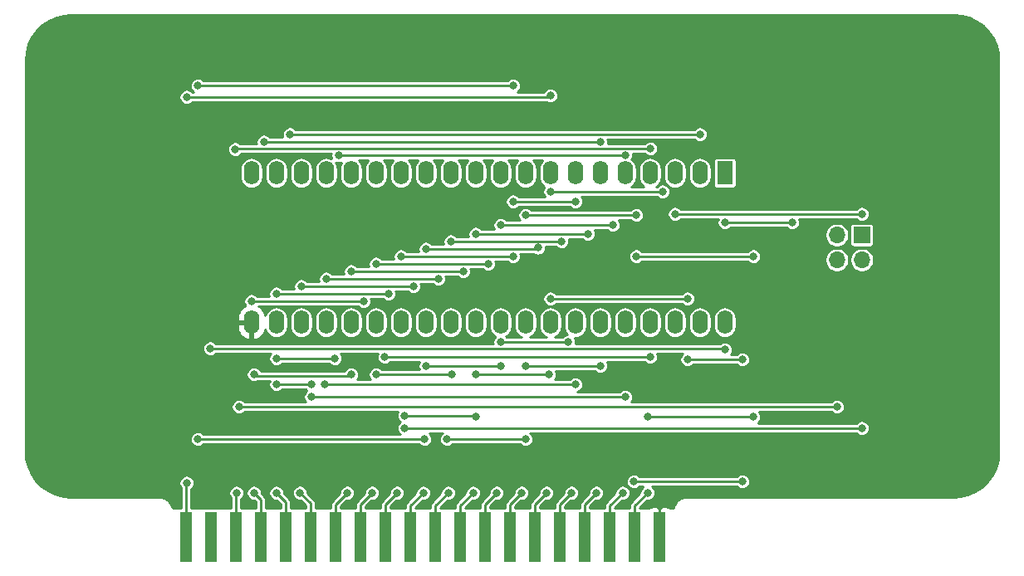
<source format=gbr>
G04 #@! TF.GenerationSoftware,KiCad,Pcbnew,(5.1.9-0-10_14)*
G04 #@! TF.CreationDate,2021-04-09T13:00:34-05:00*
G04 #@! TF.ProjectId,CPU Card,43505520-4361-4726-942e-6b696361645f,v1.0*
G04 #@! TF.SameCoordinates,Original*
G04 #@! TF.FileFunction,Copper,L2,Bot*
G04 #@! TF.FilePolarity,Positive*
%FSLAX46Y46*%
G04 Gerber Fmt 4.6, Leading zero omitted, Abs format (unit mm)*
G04 Created by KiCad (PCBNEW (5.1.9-0-10_14)) date 2021-04-09 13:00:34*
%MOMM*%
%LPD*%
G01*
G04 APERTURE LIST*
G04 #@! TA.AperFunction,SMDPad,CuDef*
%ADD10R,1.270000X5.080000*%
G04 #@! TD*
G04 #@! TA.AperFunction,ComponentPad*
%ADD11R,1.600000X2.400000*%
G04 #@! TD*
G04 #@! TA.AperFunction,ComponentPad*
%ADD12O,1.600000X2.400000*%
G04 #@! TD*
G04 #@! TA.AperFunction,ComponentPad*
%ADD13R,1.700000X1.700000*%
G04 #@! TD*
G04 #@! TA.AperFunction,ComponentPad*
%ADD14O,1.700000X1.700000*%
G04 #@! TD*
G04 #@! TA.AperFunction,ViaPad*
%ADD15C,0.800000*%
G04 #@! TD*
G04 #@! TA.AperFunction,Conductor*
%ADD16C,0.250000*%
G04 #@! TD*
G04 #@! TA.AperFunction,Conductor*
%ADD17C,0.254000*%
G04 #@! TD*
G04 #@! TA.AperFunction,Conductor*
%ADD18C,0.100000*%
G04 #@! TD*
G04 APERTURE END LIST*
D10*
X115250000Y-129900000D03*
X117790000Y-129900000D03*
X120330000Y-129900000D03*
X122870000Y-129900000D03*
X125410000Y-129900000D03*
X127950000Y-129900000D03*
X130490000Y-129900000D03*
X133030000Y-129900000D03*
X135570000Y-129900000D03*
X138110000Y-129900000D03*
X140650000Y-129900000D03*
X143190000Y-129900000D03*
X145730000Y-129900000D03*
X148270000Y-129900000D03*
X150810000Y-129900000D03*
X153350000Y-129900000D03*
X155890000Y-129900000D03*
X158430000Y-129900000D03*
X160970000Y-129900000D03*
X163510000Y-129900000D03*
D11*
X170180000Y-92710000D03*
D12*
X121920000Y-107950000D03*
X167640000Y-92710000D03*
X124460000Y-107950000D03*
X165100000Y-92710000D03*
X127000000Y-107950000D03*
X162560000Y-92710000D03*
X129540000Y-107950000D03*
X160020000Y-92710000D03*
X132080000Y-107950000D03*
X157480000Y-92710000D03*
X134620000Y-107950000D03*
X154940000Y-92710000D03*
X137160000Y-107950000D03*
X152400000Y-92710000D03*
X139700000Y-107950000D03*
X149860000Y-92710000D03*
X142240000Y-107950000D03*
X147320000Y-92710000D03*
X144780000Y-107950000D03*
X144780000Y-92710000D03*
X147320000Y-107950000D03*
X142240000Y-92710000D03*
X149860000Y-107950000D03*
X139700000Y-92710000D03*
X152400000Y-107950000D03*
X137160000Y-92710000D03*
X154940000Y-107950000D03*
X134620000Y-92710000D03*
X157480000Y-107950000D03*
X132080000Y-92710000D03*
X160020000Y-107950000D03*
X129540000Y-92710000D03*
X162560000Y-107950000D03*
X127000000Y-92710000D03*
X165100000Y-107950000D03*
X124460000Y-92710000D03*
X167640000Y-107950000D03*
X121920000Y-92710000D03*
X170180000Y-107950000D03*
D13*
X184150000Y-99060000D03*
D14*
X184150000Y-101600000D03*
X181610000Y-99060000D03*
X181610000Y-101600000D03*
D15*
X162306000Y-125349000D03*
X173101000Y-117602000D03*
X173101000Y-101219000D03*
X161163000Y-101219000D03*
X161163000Y-97028000D03*
X149860000Y-97028000D03*
X162306000Y-117601999D03*
X159766000Y-125349000D03*
X158750000Y-98044000D03*
X147320000Y-98044000D03*
X157099000Y-125349000D03*
X156210000Y-98933000D03*
X144780000Y-98933000D03*
X154559000Y-125349000D03*
X142239996Y-99695000D03*
X153542999Y-99694999D03*
X152019000Y-125349000D03*
X139700000Y-100457000D03*
X151130000Y-100347010D03*
X149479000Y-125349000D03*
X137160000Y-101219004D03*
X148590000Y-101218998D03*
X146939000Y-125349000D03*
X134620000Y-101981000D03*
X146050000Y-101981000D03*
X144526000Y-125349000D03*
X132080000Y-102743000D03*
X143510000Y-102743010D03*
X141986000Y-125349000D03*
X129540000Y-103505000D03*
X140970001Y-103505005D03*
X139446000Y-125349000D03*
X127000000Y-104267000D03*
X138430000Y-104266998D03*
X136779000Y-125349000D03*
X124460000Y-105029000D03*
X135890000Y-105028996D03*
X134239000Y-125349000D03*
X133350000Y-105790990D03*
X121920002Y-105791000D03*
X124460000Y-111633000D03*
X130429000Y-111633000D03*
X131699000Y-125349000D03*
X126873000Y-125349000D03*
X124460000Y-114300000D03*
X124459994Y-125349000D03*
X128016000Y-114300000D03*
X132080000Y-113284000D03*
X122174002Y-125349000D03*
X122174000Y-113284000D03*
X152400000Y-105537000D03*
X166370000Y-105537000D03*
X166370000Y-111760000D03*
X171958000Y-111760000D03*
X171958000Y-124206000D03*
X160909000Y-124206000D03*
X149860000Y-112395000D03*
X157480000Y-112395000D03*
X147320000Y-109965000D03*
X154194999Y-109965000D03*
X144780000Y-113284000D03*
X152273000Y-113284000D03*
X141859000Y-119888000D03*
X149860000Y-119888000D03*
X139700000Y-112395000D03*
X147320000Y-112395000D03*
X137541000Y-117475000D03*
X144780000Y-117602000D03*
X134620000Y-113284000D03*
X142366996Y-113284000D03*
X139573000Y-119888000D03*
X116458998Y-83820000D03*
X116458999Y-119888001D03*
X148590000Y-95631000D03*
X154940000Y-95631000D03*
X148590000Y-83820002D03*
X135509000Y-111506004D03*
X162560000Y-111506000D03*
X152400000Y-84836000D03*
X152400000Y-94615000D03*
X163830000Y-94615000D03*
X115316000Y-124333000D03*
X115316000Y-84963000D03*
X181610000Y-116586004D03*
X120650000Y-116586000D03*
X120396000Y-125349002D03*
X137541000Y-118745000D03*
X184150000Y-118745000D03*
X160020000Y-115570000D03*
X128016000Y-115570000D03*
X125857000Y-88773000D03*
X167640000Y-88772998D03*
X117729000Y-110617000D03*
X170180000Y-110744002D03*
X162607000Y-90249996D03*
X120268999Y-90297001D03*
X157480008Y-89535000D03*
X123190001Y-89535001D03*
X129413000Y-114300000D03*
X154940000Y-114300000D03*
X130810000Y-90932000D03*
X160020000Y-90901996D03*
X170180000Y-97789999D03*
X177038000Y-97790000D03*
X184150000Y-96901000D03*
X165100000Y-96900998D03*
D16*
X160970000Y-126685000D02*
X162306000Y-125349000D01*
X160970000Y-129900000D02*
X160970000Y-126685000D01*
X173101000Y-101219000D02*
X161163000Y-101219000D01*
X161163000Y-97028000D02*
X149860000Y-97028000D01*
X172535314Y-117601999D02*
X162306000Y-117601999D01*
X173101000Y-117602000D02*
X172535314Y-117601999D01*
X158430000Y-126685000D02*
X159766000Y-125349000D01*
X158430000Y-129900000D02*
X158430000Y-126685000D01*
X158750000Y-98044000D02*
X147320000Y-98044000D01*
X155890000Y-126558000D02*
X157099000Y-125349000D01*
X155890000Y-129900000D02*
X155890000Y-126558000D01*
X156210000Y-98933000D02*
X144780000Y-98933000D01*
X153350000Y-129900000D02*
X153350000Y-126558000D01*
X153350000Y-126558000D02*
X154559000Y-125349000D01*
X153542998Y-99695000D02*
X153542999Y-99694999D01*
X142239996Y-99695000D02*
X153542998Y-99695000D01*
X150810000Y-126558000D02*
X152019000Y-125349000D01*
X150810000Y-129900000D02*
X150810000Y-126558000D01*
X151020010Y-100457000D02*
X151130000Y-100347010D01*
X139700000Y-100457000D02*
X151020010Y-100457000D01*
X148270000Y-126558000D02*
X149479000Y-125349000D01*
X148270000Y-129900000D02*
X148270000Y-126558000D01*
X148589994Y-101219004D02*
X148590000Y-101218998D01*
X137160000Y-101219004D02*
X148589994Y-101219004D01*
X145730000Y-126558000D02*
X146939000Y-125349000D01*
X145730000Y-129900000D02*
X145730000Y-126558000D01*
X134620000Y-101981000D02*
X146050000Y-101981000D01*
X143190000Y-126685000D02*
X144526000Y-125349000D01*
X143190000Y-129900000D02*
X143190000Y-126685000D01*
X143509990Y-102743000D02*
X143510000Y-102743010D01*
X132080000Y-102743000D02*
X143509990Y-102743000D01*
X140650000Y-126685000D02*
X141986000Y-125349000D01*
X140650000Y-129900000D02*
X140650000Y-126685000D01*
X140969996Y-103505000D02*
X140970001Y-103505005D01*
X129540000Y-103505000D02*
X140969996Y-103505000D01*
X138110000Y-126685000D02*
X139446000Y-125349000D01*
X138110000Y-129900000D02*
X138110000Y-126685000D01*
X127000000Y-104267000D02*
X138429998Y-104267000D01*
X138429998Y-104267000D02*
X138430000Y-104266998D01*
X135570000Y-129900000D02*
X135570000Y-126558000D01*
X135570000Y-126558000D02*
X136779000Y-125349000D01*
X124460000Y-105029000D02*
X135889996Y-105029000D01*
X135889996Y-105029000D02*
X135890000Y-105028996D01*
X133030000Y-126558000D02*
X134239000Y-125349000D01*
X133030000Y-129900000D02*
X133030000Y-126558000D01*
X121920012Y-105790990D02*
X121920002Y-105791000D01*
X133350000Y-105790990D02*
X121920012Y-105790990D01*
X124460000Y-111633000D02*
X130429000Y-111633000D01*
X130490000Y-126558000D02*
X131699000Y-125349000D01*
X130490000Y-129900000D02*
X130490000Y-126558000D01*
X127950000Y-129900000D02*
X127950000Y-126426000D01*
X127950000Y-126426000D02*
X126873000Y-125349000D01*
X125410000Y-129900000D02*
X125410000Y-126299006D01*
X125410000Y-126299006D02*
X124459994Y-125349000D01*
X124460000Y-114300000D02*
X128016000Y-114300000D01*
X122870000Y-129900000D02*
X122870000Y-126044998D01*
X122870000Y-126044998D02*
X122174002Y-125349000D01*
X122301000Y-113411000D02*
X122174000Y-113284000D01*
X131953000Y-113411000D02*
X122301000Y-113411000D01*
X132080000Y-113284000D02*
X131953000Y-113411000D01*
X164574766Y-105537000D02*
X166370000Y-105537000D01*
X152400000Y-105537000D02*
X164574766Y-105537000D01*
X166370000Y-111760000D02*
X171958000Y-111760000D01*
X171958000Y-124206000D02*
X160909000Y-124206000D01*
X149860000Y-112395000D02*
X157480000Y-112395000D01*
X147320000Y-109965000D02*
X154194999Y-109965000D01*
X144780000Y-113284000D02*
X152273000Y-113284000D01*
X141859000Y-119888000D02*
X149860000Y-119888000D01*
X139700000Y-112395000D02*
X147320000Y-112395000D01*
X144653000Y-117475000D02*
X144780000Y-117602000D01*
X137541000Y-117475000D02*
X144653000Y-117475000D01*
X142113000Y-113284000D02*
X142366996Y-113284000D01*
X134620000Y-113284000D02*
X142113000Y-113284000D01*
X139573000Y-119888000D02*
X139007314Y-119888001D01*
X139007314Y-119888001D02*
X116458999Y-119888001D01*
X148590000Y-95631000D02*
X154940000Y-95631000D01*
X116458998Y-83820000D02*
X148589998Y-83820000D01*
X148589998Y-83820000D02*
X148590000Y-83820002D01*
X135509000Y-111506004D02*
X162559996Y-111506004D01*
X162559996Y-111506004D02*
X162560000Y-111506000D01*
X163510000Y-129900000D02*
X163510000Y-125542000D01*
X152400000Y-94615000D02*
X163830000Y-94615000D01*
X115250000Y-124399000D02*
X115316000Y-124333000D01*
X115250000Y-129900000D02*
X115250000Y-124399000D01*
X152273000Y-84963000D02*
X152400000Y-84836000D01*
X115316000Y-84963000D02*
X152273000Y-84963000D01*
X181610000Y-116586004D02*
X120650004Y-116586004D01*
X120650004Y-116586004D02*
X120650000Y-116586000D01*
X120395996Y-116586000D02*
X120650000Y-116586000D01*
X120330000Y-129900000D02*
X120330000Y-125415002D01*
X120330000Y-125415002D02*
X120396000Y-125349002D01*
X137541000Y-118745000D02*
X184150000Y-118745000D01*
X160020000Y-115570000D02*
X128270000Y-115570000D01*
X128270000Y-115570000D02*
X128016000Y-115570000D01*
X167639998Y-88773000D02*
X167640000Y-88772998D01*
X125857000Y-88773000D02*
X167639998Y-88773000D01*
X170052998Y-110617000D02*
X170180000Y-110744002D01*
X117729000Y-110617000D02*
X170052998Y-110617000D01*
X162607000Y-90249996D02*
X120316004Y-90249996D01*
X120316004Y-90249996D02*
X120268999Y-90297001D01*
X156914322Y-89535001D02*
X123190001Y-89535001D01*
X157480008Y-89535000D02*
X156914322Y-89535001D01*
X129413000Y-114300000D02*
X154940000Y-114300000D01*
X159989996Y-90932000D02*
X160020000Y-90901996D01*
X130810000Y-90932000D02*
X159989996Y-90932000D01*
X170745686Y-97790000D02*
X177038000Y-97790000D01*
X170180000Y-97789999D02*
X170745686Y-97790000D01*
X184150000Y-96901000D02*
X165100002Y-96901000D01*
X165100002Y-96901000D02*
X165100000Y-96900998D01*
D17*
X194314346Y-76673794D02*
X195101873Y-76889238D01*
X195838816Y-77240741D01*
X196501860Y-77717187D01*
X197070056Y-78303519D01*
X197525438Y-78981200D01*
X197853619Y-79728816D01*
X198044970Y-80525851D01*
X198095101Y-81208506D01*
X198095100Y-121175515D01*
X198020906Y-122006846D01*
X197805462Y-122794374D01*
X197453959Y-123531316D01*
X196977513Y-124194360D01*
X196391181Y-124762556D01*
X195713500Y-125217938D01*
X194965884Y-125546119D01*
X194168849Y-125737470D01*
X193486208Y-125787600D01*
X166281159Y-125787600D01*
X166263511Y-125789338D01*
X166257321Y-125789295D01*
X166251679Y-125789848D01*
X166057582Y-125810249D01*
X166021496Y-125817656D01*
X165985392Y-125824544D01*
X165979967Y-125826181D01*
X165979961Y-125826183D01*
X165793527Y-125883894D01*
X165759600Y-125898155D01*
X165725487Y-125911938D01*
X165720481Y-125914599D01*
X165548804Y-126007424D01*
X165518237Y-126028042D01*
X165487506Y-126048152D01*
X165483112Y-126051734D01*
X165332734Y-126176138D01*
X165306764Y-126202289D01*
X165280516Y-126227994D01*
X165276907Y-126232356D01*
X165276901Y-126232362D01*
X165276897Y-126232369D01*
X165153552Y-126383604D01*
X165133178Y-126414269D01*
X165112399Y-126444616D01*
X165109705Y-126449598D01*
X165109702Y-126449602D01*
X165109702Y-126449603D01*
X165018077Y-126621925D01*
X165004049Y-126655960D01*
X164989559Y-126689768D01*
X164987882Y-126695183D01*
X164934196Y-126873000D01*
X164552544Y-126873000D01*
X164499494Y-126829463D01*
X164389180Y-126770498D01*
X164269482Y-126734188D01*
X164145000Y-126721928D01*
X163795750Y-126725000D01*
X163647750Y-126873000D01*
X163372250Y-126873000D01*
X163224250Y-126725000D01*
X162875000Y-126721928D01*
X162750518Y-126734188D01*
X162630820Y-126770498D01*
X162520506Y-126829463D01*
X162467456Y-126873000D01*
X161497591Y-126873000D01*
X162240592Y-126130000D01*
X162382922Y-126130000D01*
X162533809Y-126099987D01*
X162675942Y-126041113D01*
X162803859Y-125955642D01*
X162912642Y-125846859D01*
X162998113Y-125718942D01*
X163056987Y-125576809D01*
X163087000Y-125425922D01*
X163087000Y-125272078D01*
X163056987Y-125121191D01*
X162998113Y-124979058D01*
X162912642Y-124851141D01*
X162803859Y-124742358D01*
X162758425Y-124712000D01*
X171359499Y-124712000D01*
X171460141Y-124812642D01*
X171588058Y-124898113D01*
X171730191Y-124956987D01*
X171881078Y-124987000D01*
X172034922Y-124987000D01*
X172185809Y-124956987D01*
X172327942Y-124898113D01*
X172455859Y-124812642D01*
X172564642Y-124703859D01*
X172650113Y-124575942D01*
X172708987Y-124433809D01*
X172739000Y-124282922D01*
X172739000Y-124129078D01*
X172708987Y-123978191D01*
X172650113Y-123836058D01*
X172564642Y-123708141D01*
X172455859Y-123599358D01*
X172327942Y-123513887D01*
X172185809Y-123455013D01*
X172034922Y-123425000D01*
X171881078Y-123425000D01*
X171730191Y-123455013D01*
X171588058Y-123513887D01*
X171460141Y-123599358D01*
X171359499Y-123700000D01*
X161507501Y-123700000D01*
X161406859Y-123599358D01*
X161278942Y-123513887D01*
X161136809Y-123455013D01*
X160985922Y-123425000D01*
X160832078Y-123425000D01*
X160681191Y-123455013D01*
X160539058Y-123513887D01*
X160411141Y-123599358D01*
X160302358Y-123708141D01*
X160216887Y-123836058D01*
X160158013Y-123978191D01*
X160128000Y-124129078D01*
X160128000Y-124282922D01*
X160158013Y-124433809D01*
X160216887Y-124575942D01*
X160302358Y-124703859D01*
X160411141Y-124812642D01*
X160539058Y-124898113D01*
X160681191Y-124956987D01*
X160832078Y-124987000D01*
X160985922Y-124987000D01*
X161136809Y-124956987D01*
X161278942Y-124898113D01*
X161406859Y-124812642D01*
X161507501Y-124712000D01*
X161853575Y-124712000D01*
X161808141Y-124742358D01*
X161699358Y-124851141D01*
X161613887Y-124979058D01*
X161555013Y-125121191D01*
X161525000Y-125272078D01*
X161525000Y-125414408D01*
X160629780Y-126309629D01*
X160610474Y-126325473D01*
X160547242Y-126402521D01*
X160526512Y-126441304D01*
X160500255Y-126490426D01*
X160471322Y-126585808D01*
X160461553Y-126685000D01*
X160464001Y-126709856D01*
X160464001Y-126873000D01*
X158957591Y-126873000D01*
X159700592Y-126130000D01*
X159842922Y-126130000D01*
X159993809Y-126099987D01*
X160135942Y-126041113D01*
X160263859Y-125955642D01*
X160372642Y-125846859D01*
X160458113Y-125718942D01*
X160516987Y-125576809D01*
X160547000Y-125425922D01*
X160547000Y-125272078D01*
X160516987Y-125121191D01*
X160458113Y-124979058D01*
X160372642Y-124851141D01*
X160263859Y-124742358D01*
X160135942Y-124656887D01*
X159993809Y-124598013D01*
X159842922Y-124568000D01*
X159689078Y-124568000D01*
X159538191Y-124598013D01*
X159396058Y-124656887D01*
X159268141Y-124742358D01*
X159159358Y-124851141D01*
X159073887Y-124979058D01*
X159015013Y-125121191D01*
X158985000Y-125272078D01*
X158985000Y-125414408D01*
X158089780Y-126309629D01*
X158070474Y-126325473D01*
X158007242Y-126402521D01*
X157986512Y-126441304D01*
X157960255Y-126490426D01*
X157931322Y-126585808D01*
X157921553Y-126685000D01*
X157924001Y-126709856D01*
X157924001Y-126873000D01*
X156396000Y-126873000D01*
X156396000Y-126767591D01*
X157033592Y-126130000D01*
X157175922Y-126130000D01*
X157326809Y-126099987D01*
X157468942Y-126041113D01*
X157596859Y-125955642D01*
X157705642Y-125846859D01*
X157791113Y-125718942D01*
X157849987Y-125576809D01*
X157880000Y-125425922D01*
X157880000Y-125272078D01*
X157849987Y-125121191D01*
X157791113Y-124979058D01*
X157705642Y-124851141D01*
X157596859Y-124742358D01*
X157468942Y-124656887D01*
X157326809Y-124598013D01*
X157175922Y-124568000D01*
X157022078Y-124568000D01*
X156871191Y-124598013D01*
X156729058Y-124656887D01*
X156601141Y-124742358D01*
X156492358Y-124851141D01*
X156406887Y-124979058D01*
X156348013Y-125121191D01*
X156318000Y-125272078D01*
X156318000Y-125414408D01*
X155549780Y-126182629D01*
X155530474Y-126198473D01*
X155467242Y-126275521D01*
X155449759Y-126308230D01*
X155420255Y-126363426D01*
X155391322Y-126458808D01*
X155381553Y-126558000D01*
X155384001Y-126582856D01*
X155384001Y-126873000D01*
X153856000Y-126873000D01*
X153856000Y-126767591D01*
X154493592Y-126130000D01*
X154635922Y-126130000D01*
X154786809Y-126099987D01*
X154928942Y-126041113D01*
X155056859Y-125955642D01*
X155165642Y-125846859D01*
X155251113Y-125718942D01*
X155309987Y-125576809D01*
X155340000Y-125425922D01*
X155340000Y-125272078D01*
X155309987Y-125121191D01*
X155251113Y-124979058D01*
X155165642Y-124851141D01*
X155056859Y-124742358D01*
X154928942Y-124656887D01*
X154786809Y-124598013D01*
X154635922Y-124568000D01*
X154482078Y-124568000D01*
X154331191Y-124598013D01*
X154189058Y-124656887D01*
X154061141Y-124742358D01*
X153952358Y-124851141D01*
X153866887Y-124979058D01*
X153808013Y-125121191D01*
X153778000Y-125272078D01*
X153778000Y-125414408D01*
X153009780Y-126182629D01*
X152990474Y-126198473D01*
X152927242Y-126275521D01*
X152909759Y-126308230D01*
X152880255Y-126363426D01*
X152851322Y-126458808D01*
X152841553Y-126558000D01*
X152844001Y-126582856D01*
X152844001Y-126873000D01*
X151316000Y-126873000D01*
X151316000Y-126767591D01*
X151953592Y-126130000D01*
X152095922Y-126130000D01*
X152246809Y-126099987D01*
X152388942Y-126041113D01*
X152516859Y-125955642D01*
X152625642Y-125846859D01*
X152711113Y-125718942D01*
X152769987Y-125576809D01*
X152800000Y-125425922D01*
X152800000Y-125272078D01*
X152769987Y-125121191D01*
X152711113Y-124979058D01*
X152625642Y-124851141D01*
X152516859Y-124742358D01*
X152388942Y-124656887D01*
X152246809Y-124598013D01*
X152095922Y-124568000D01*
X151942078Y-124568000D01*
X151791191Y-124598013D01*
X151649058Y-124656887D01*
X151521141Y-124742358D01*
X151412358Y-124851141D01*
X151326887Y-124979058D01*
X151268013Y-125121191D01*
X151238000Y-125272078D01*
X151238000Y-125414408D01*
X150469780Y-126182629D01*
X150450474Y-126198473D01*
X150387242Y-126275521D01*
X150369759Y-126308230D01*
X150340255Y-126363426D01*
X150311322Y-126458808D01*
X150301553Y-126558000D01*
X150304001Y-126582856D01*
X150304001Y-126873000D01*
X148776000Y-126873000D01*
X148776000Y-126767591D01*
X149413592Y-126130000D01*
X149555922Y-126130000D01*
X149706809Y-126099987D01*
X149848942Y-126041113D01*
X149976859Y-125955642D01*
X150085642Y-125846859D01*
X150171113Y-125718942D01*
X150229987Y-125576809D01*
X150260000Y-125425922D01*
X150260000Y-125272078D01*
X150229987Y-125121191D01*
X150171113Y-124979058D01*
X150085642Y-124851141D01*
X149976859Y-124742358D01*
X149848942Y-124656887D01*
X149706809Y-124598013D01*
X149555922Y-124568000D01*
X149402078Y-124568000D01*
X149251191Y-124598013D01*
X149109058Y-124656887D01*
X148981141Y-124742358D01*
X148872358Y-124851141D01*
X148786887Y-124979058D01*
X148728013Y-125121191D01*
X148698000Y-125272078D01*
X148698000Y-125414408D01*
X147929780Y-126182629D01*
X147910474Y-126198473D01*
X147847242Y-126275521D01*
X147829759Y-126308230D01*
X147800255Y-126363426D01*
X147771322Y-126458808D01*
X147761553Y-126558000D01*
X147764001Y-126582856D01*
X147764001Y-126873000D01*
X146236000Y-126873000D01*
X146236000Y-126767591D01*
X146873592Y-126130000D01*
X147015922Y-126130000D01*
X147166809Y-126099987D01*
X147308942Y-126041113D01*
X147436859Y-125955642D01*
X147545642Y-125846859D01*
X147631113Y-125718942D01*
X147689987Y-125576809D01*
X147720000Y-125425922D01*
X147720000Y-125272078D01*
X147689987Y-125121191D01*
X147631113Y-124979058D01*
X147545642Y-124851141D01*
X147436859Y-124742358D01*
X147308942Y-124656887D01*
X147166809Y-124598013D01*
X147015922Y-124568000D01*
X146862078Y-124568000D01*
X146711191Y-124598013D01*
X146569058Y-124656887D01*
X146441141Y-124742358D01*
X146332358Y-124851141D01*
X146246887Y-124979058D01*
X146188013Y-125121191D01*
X146158000Y-125272078D01*
X146158000Y-125414408D01*
X145389780Y-126182629D01*
X145370474Y-126198473D01*
X145307242Y-126275521D01*
X145289759Y-126308230D01*
X145260255Y-126363426D01*
X145231322Y-126458808D01*
X145221553Y-126558000D01*
X145224001Y-126582856D01*
X145224001Y-126873000D01*
X143717591Y-126873000D01*
X144460592Y-126130000D01*
X144602922Y-126130000D01*
X144753809Y-126099987D01*
X144895942Y-126041113D01*
X145023859Y-125955642D01*
X145132642Y-125846859D01*
X145218113Y-125718942D01*
X145276987Y-125576809D01*
X145307000Y-125425922D01*
X145307000Y-125272078D01*
X145276987Y-125121191D01*
X145218113Y-124979058D01*
X145132642Y-124851141D01*
X145023859Y-124742358D01*
X144895942Y-124656887D01*
X144753809Y-124598013D01*
X144602922Y-124568000D01*
X144449078Y-124568000D01*
X144298191Y-124598013D01*
X144156058Y-124656887D01*
X144028141Y-124742358D01*
X143919358Y-124851141D01*
X143833887Y-124979058D01*
X143775013Y-125121191D01*
X143745000Y-125272078D01*
X143745000Y-125414408D01*
X142849780Y-126309629D01*
X142830474Y-126325473D01*
X142767242Y-126402521D01*
X142746512Y-126441304D01*
X142720255Y-126490426D01*
X142691322Y-126585808D01*
X142681553Y-126685000D01*
X142684001Y-126709856D01*
X142684001Y-126873000D01*
X141177591Y-126873000D01*
X141920592Y-126130000D01*
X142062922Y-126130000D01*
X142213809Y-126099987D01*
X142355942Y-126041113D01*
X142483859Y-125955642D01*
X142592642Y-125846859D01*
X142678113Y-125718942D01*
X142736987Y-125576809D01*
X142767000Y-125425922D01*
X142767000Y-125272078D01*
X142736987Y-125121191D01*
X142678113Y-124979058D01*
X142592642Y-124851141D01*
X142483859Y-124742358D01*
X142355942Y-124656887D01*
X142213809Y-124598013D01*
X142062922Y-124568000D01*
X141909078Y-124568000D01*
X141758191Y-124598013D01*
X141616058Y-124656887D01*
X141488141Y-124742358D01*
X141379358Y-124851141D01*
X141293887Y-124979058D01*
X141235013Y-125121191D01*
X141205000Y-125272078D01*
X141205000Y-125414408D01*
X140309780Y-126309629D01*
X140290474Y-126325473D01*
X140227242Y-126402521D01*
X140206512Y-126441304D01*
X140180255Y-126490426D01*
X140151322Y-126585808D01*
X140141553Y-126685000D01*
X140144001Y-126709856D01*
X140144001Y-126873000D01*
X138637591Y-126873000D01*
X139380592Y-126130000D01*
X139522922Y-126130000D01*
X139673809Y-126099987D01*
X139815942Y-126041113D01*
X139943859Y-125955642D01*
X140052642Y-125846859D01*
X140138113Y-125718942D01*
X140196987Y-125576809D01*
X140227000Y-125425922D01*
X140227000Y-125272078D01*
X140196987Y-125121191D01*
X140138113Y-124979058D01*
X140052642Y-124851141D01*
X139943859Y-124742358D01*
X139815942Y-124656887D01*
X139673809Y-124598013D01*
X139522922Y-124568000D01*
X139369078Y-124568000D01*
X139218191Y-124598013D01*
X139076058Y-124656887D01*
X138948141Y-124742358D01*
X138839358Y-124851141D01*
X138753887Y-124979058D01*
X138695013Y-125121191D01*
X138665000Y-125272078D01*
X138665000Y-125414408D01*
X137769780Y-126309629D01*
X137750474Y-126325473D01*
X137687242Y-126402521D01*
X137666512Y-126441304D01*
X137640255Y-126490426D01*
X137611322Y-126585808D01*
X137601553Y-126685000D01*
X137604001Y-126709856D01*
X137604001Y-126873000D01*
X136076000Y-126873000D01*
X136076000Y-126767591D01*
X136713592Y-126130000D01*
X136855922Y-126130000D01*
X137006809Y-126099987D01*
X137148942Y-126041113D01*
X137276859Y-125955642D01*
X137385642Y-125846859D01*
X137471113Y-125718942D01*
X137529987Y-125576809D01*
X137560000Y-125425922D01*
X137560000Y-125272078D01*
X137529987Y-125121191D01*
X137471113Y-124979058D01*
X137385642Y-124851141D01*
X137276859Y-124742358D01*
X137148942Y-124656887D01*
X137006809Y-124598013D01*
X136855922Y-124568000D01*
X136702078Y-124568000D01*
X136551191Y-124598013D01*
X136409058Y-124656887D01*
X136281141Y-124742358D01*
X136172358Y-124851141D01*
X136086887Y-124979058D01*
X136028013Y-125121191D01*
X135998000Y-125272078D01*
X135998000Y-125414408D01*
X135229780Y-126182629D01*
X135210474Y-126198473D01*
X135147242Y-126275521D01*
X135129759Y-126308230D01*
X135100255Y-126363426D01*
X135071322Y-126458808D01*
X135061553Y-126558000D01*
X135064001Y-126582856D01*
X135064001Y-126873000D01*
X133536000Y-126873000D01*
X133536000Y-126767591D01*
X134173592Y-126130000D01*
X134315922Y-126130000D01*
X134466809Y-126099987D01*
X134608942Y-126041113D01*
X134736859Y-125955642D01*
X134845642Y-125846859D01*
X134931113Y-125718942D01*
X134989987Y-125576809D01*
X135020000Y-125425922D01*
X135020000Y-125272078D01*
X134989987Y-125121191D01*
X134931113Y-124979058D01*
X134845642Y-124851141D01*
X134736859Y-124742358D01*
X134608942Y-124656887D01*
X134466809Y-124598013D01*
X134315922Y-124568000D01*
X134162078Y-124568000D01*
X134011191Y-124598013D01*
X133869058Y-124656887D01*
X133741141Y-124742358D01*
X133632358Y-124851141D01*
X133546887Y-124979058D01*
X133488013Y-125121191D01*
X133458000Y-125272078D01*
X133458000Y-125414408D01*
X132689780Y-126182629D01*
X132670474Y-126198473D01*
X132607242Y-126275521D01*
X132589759Y-126308230D01*
X132560255Y-126363426D01*
X132531322Y-126458808D01*
X132521553Y-126558000D01*
X132524001Y-126582856D01*
X132524001Y-126873000D01*
X130996000Y-126873000D01*
X130996000Y-126767591D01*
X131633592Y-126130000D01*
X131775922Y-126130000D01*
X131926809Y-126099987D01*
X132068942Y-126041113D01*
X132196859Y-125955642D01*
X132305642Y-125846859D01*
X132391113Y-125718942D01*
X132449987Y-125576809D01*
X132480000Y-125425922D01*
X132480000Y-125272078D01*
X132449987Y-125121191D01*
X132391113Y-124979058D01*
X132305642Y-124851141D01*
X132196859Y-124742358D01*
X132068942Y-124656887D01*
X131926809Y-124598013D01*
X131775922Y-124568000D01*
X131622078Y-124568000D01*
X131471191Y-124598013D01*
X131329058Y-124656887D01*
X131201141Y-124742358D01*
X131092358Y-124851141D01*
X131006887Y-124979058D01*
X130948013Y-125121191D01*
X130918000Y-125272078D01*
X130918000Y-125414408D01*
X130149780Y-126182629D01*
X130130474Y-126198473D01*
X130067242Y-126275521D01*
X130049759Y-126308230D01*
X130020255Y-126363426D01*
X129991322Y-126458808D01*
X129981553Y-126558000D01*
X129984001Y-126582856D01*
X129984001Y-126873000D01*
X128456000Y-126873000D01*
X128456000Y-126450845D01*
X128458447Y-126425999D01*
X128456000Y-126401153D01*
X128456000Y-126401146D01*
X128448678Y-126326807D01*
X128419745Y-126231425D01*
X128372759Y-126143521D01*
X128309527Y-126066473D01*
X128290220Y-126050628D01*
X127654000Y-125414409D01*
X127654000Y-125272078D01*
X127623987Y-125121191D01*
X127565113Y-124979058D01*
X127479642Y-124851141D01*
X127370859Y-124742358D01*
X127242942Y-124656887D01*
X127100809Y-124598013D01*
X126949922Y-124568000D01*
X126796078Y-124568000D01*
X126645191Y-124598013D01*
X126503058Y-124656887D01*
X126375141Y-124742358D01*
X126266358Y-124851141D01*
X126180887Y-124979058D01*
X126122013Y-125121191D01*
X126092000Y-125272078D01*
X126092000Y-125425922D01*
X126122013Y-125576809D01*
X126180887Y-125718942D01*
X126266358Y-125846859D01*
X126375141Y-125955642D01*
X126503058Y-126041113D01*
X126645191Y-126099987D01*
X126796078Y-126130000D01*
X126938409Y-126130000D01*
X127444001Y-126635593D01*
X127444001Y-126873000D01*
X125916000Y-126873000D01*
X125916000Y-126323851D01*
X125918447Y-126299005D01*
X125916000Y-126274159D01*
X125916000Y-126274152D01*
X125908678Y-126199813D01*
X125906794Y-126193600D01*
X125901471Y-126176053D01*
X125879745Y-126104431D01*
X125832759Y-126016527D01*
X125769527Y-125939479D01*
X125750220Y-125923634D01*
X125240994Y-125414409D01*
X125240994Y-125272078D01*
X125210981Y-125121191D01*
X125152107Y-124979058D01*
X125066636Y-124851141D01*
X124957853Y-124742358D01*
X124829936Y-124656887D01*
X124687803Y-124598013D01*
X124536916Y-124568000D01*
X124383072Y-124568000D01*
X124232185Y-124598013D01*
X124090052Y-124656887D01*
X123962135Y-124742358D01*
X123853352Y-124851141D01*
X123767881Y-124979058D01*
X123709007Y-125121191D01*
X123678994Y-125272078D01*
X123678994Y-125425922D01*
X123709007Y-125576809D01*
X123767881Y-125718942D01*
X123853352Y-125846859D01*
X123962135Y-125955642D01*
X124090052Y-126041113D01*
X124232185Y-126099987D01*
X124383072Y-126130000D01*
X124525403Y-126130000D01*
X124904001Y-126508599D01*
X124904001Y-126873000D01*
X123376000Y-126873000D01*
X123376000Y-126069852D01*
X123378448Y-126044998D01*
X123368678Y-125945805D01*
X123339745Y-125850423D01*
X123329488Y-125831234D01*
X123292759Y-125762519D01*
X123229527Y-125685471D01*
X123210220Y-125669626D01*
X122955002Y-125414408D01*
X122955002Y-125272078D01*
X122924989Y-125121191D01*
X122866115Y-124979058D01*
X122780644Y-124851141D01*
X122671861Y-124742358D01*
X122543944Y-124656887D01*
X122401811Y-124598013D01*
X122250924Y-124568000D01*
X122097080Y-124568000D01*
X121946193Y-124598013D01*
X121804060Y-124656887D01*
X121676143Y-124742358D01*
X121567360Y-124851141D01*
X121481889Y-124979058D01*
X121423015Y-125121191D01*
X121393002Y-125272078D01*
X121393002Y-125425922D01*
X121423015Y-125576809D01*
X121481889Y-125718942D01*
X121567360Y-125846859D01*
X121676143Y-125955642D01*
X121804060Y-126041113D01*
X121946193Y-126099987D01*
X122097080Y-126130000D01*
X122239410Y-126130000D01*
X122364001Y-126254591D01*
X122364001Y-126873000D01*
X120836000Y-126873000D01*
X120836000Y-125994304D01*
X120893859Y-125955644D01*
X121002642Y-125846861D01*
X121088113Y-125718944D01*
X121146987Y-125576811D01*
X121177000Y-125425924D01*
X121177000Y-125272080D01*
X121146987Y-125121193D01*
X121088113Y-124979060D01*
X121002642Y-124851143D01*
X120893859Y-124742360D01*
X120765942Y-124656889D01*
X120623809Y-124598015D01*
X120472922Y-124568002D01*
X120319078Y-124568002D01*
X120168191Y-124598015D01*
X120026058Y-124656889D01*
X119898141Y-124742360D01*
X119789358Y-124851143D01*
X119703887Y-124979060D01*
X119645013Y-125121193D01*
X119615000Y-125272080D01*
X119615000Y-125425924D01*
X119645013Y-125576811D01*
X119703887Y-125718944D01*
X119789358Y-125846861D01*
X119824001Y-125881504D01*
X119824001Y-126873000D01*
X115756000Y-126873000D01*
X115756000Y-124978302D01*
X115813859Y-124939642D01*
X115922642Y-124830859D01*
X116008113Y-124702942D01*
X116066987Y-124560809D01*
X116097000Y-124409922D01*
X116097000Y-124256078D01*
X116066987Y-124105191D01*
X116008113Y-123963058D01*
X115922642Y-123835141D01*
X115813859Y-123726358D01*
X115685942Y-123640887D01*
X115543809Y-123582013D01*
X115392922Y-123552000D01*
X115239078Y-123552000D01*
X115088191Y-123582013D01*
X114946058Y-123640887D01*
X114818141Y-123726358D01*
X114709358Y-123835141D01*
X114623887Y-123963058D01*
X114565013Y-124105191D01*
X114535000Y-124256078D01*
X114535000Y-124409922D01*
X114565013Y-124560809D01*
X114623887Y-124702942D01*
X114709358Y-124830859D01*
X114744001Y-124865502D01*
X114744001Y-126873000D01*
X113868679Y-126873000D01*
X113868518Y-126872465D01*
X113810806Y-126686027D01*
X113796545Y-126652100D01*
X113782762Y-126617987D01*
X113780101Y-126612981D01*
X113687276Y-126441304D01*
X113666658Y-126410737D01*
X113646548Y-126380006D01*
X113642966Y-126375612D01*
X113518562Y-126225234D01*
X113492411Y-126199264D01*
X113466706Y-126173016D01*
X113462344Y-126169407D01*
X113462338Y-126169401D01*
X113462331Y-126169397D01*
X113311096Y-126046052D01*
X113280431Y-126025678D01*
X113250084Y-126004899D01*
X113245102Y-126002205D01*
X113245098Y-126002202D01*
X113245094Y-126002200D01*
X113072775Y-125910577D01*
X113038740Y-125896549D01*
X113004932Y-125882059D01*
X112999517Y-125880382D01*
X112812681Y-125823973D01*
X112776511Y-125816811D01*
X112740591Y-125809176D01*
X112734964Y-125808584D01*
X112734953Y-125808582D01*
X112734943Y-125808582D01*
X112540719Y-125789538D01*
X112540718Y-125789538D01*
X112521041Y-125787600D01*
X103519185Y-125787600D01*
X102687854Y-125713406D01*
X101900326Y-125497962D01*
X101163384Y-125146459D01*
X100500340Y-124670013D01*
X99932144Y-124083681D01*
X99476762Y-123406000D01*
X99148581Y-122658384D01*
X98957230Y-121861349D01*
X98907100Y-121178708D01*
X98907100Y-119811079D01*
X115677999Y-119811079D01*
X115677999Y-119964923D01*
X115708012Y-120115810D01*
X115766886Y-120257943D01*
X115852357Y-120385860D01*
X115961140Y-120494643D01*
X116089057Y-120580114D01*
X116231190Y-120638988D01*
X116382077Y-120669001D01*
X116535921Y-120669001D01*
X116686808Y-120638988D01*
X116828941Y-120580114D01*
X116956858Y-120494643D01*
X117057500Y-120394001D01*
X138974500Y-120394001D01*
X139075141Y-120494642D01*
X139203058Y-120580113D01*
X139345191Y-120638987D01*
X139496078Y-120669000D01*
X139649922Y-120669000D01*
X139800809Y-120638987D01*
X139942942Y-120580113D01*
X140070859Y-120494642D01*
X140179642Y-120385859D01*
X140265113Y-120257942D01*
X140323987Y-120115809D01*
X140354000Y-119964922D01*
X140354000Y-119811078D01*
X140323987Y-119660191D01*
X140265113Y-119518058D01*
X140179642Y-119390141D01*
X140070859Y-119281358D01*
X140025425Y-119251000D01*
X141406575Y-119251000D01*
X141361141Y-119281358D01*
X141252358Y-119390141D01*
X141166887Y-119518058D01*
X141108013Y-119660191D01*
X141078000Y-119811078D01*
X141078000Y-119964922D01*
X141108013Y-120115809D01*
X141166887Y-120257942D01*
X141252358Y-120385859D01*
X141361141Y-120494642D01*
X141489058Y-120580113D01*
X141631191Y-120638987D01*
X141782078Y-120669000D01*
X141935922Y-120669000D01*
X142086809Y-120638987D01*
X142228942Y-120580113D01*
X142356859Y-120494642D01*
X142457501Y-120394000D01*
X149261499Y-120394000D01*
X149362141Y-120494642D01*
X149490058Y-120580113D01*
X149632191Y-120638987D01*
X149783078Y-120669000D01*
X149936922Y-120669000D01*
X150087809Y-120638987D01*
X150229942Y-120580113D01*
X150357859Y-120494642D01*
X150466642Y-120385859D01*
X150552113Y-120257942D01*
X150610987Y-120115809D01*
X150641000Y-119964922D01*
X150641000Y-119811078D01*
X150610987Y-119660191D01*
X150552113Y-119518058D01*
X150466642Y-119390141D01*
X150357859Y-119281358D01*
X150312425Y-119251000D01*
X183551499Y-119251000D01*
X183652141Y-119351642D01*
X183780058Y-119437113D01*
X183922191Y-119495987D01*
X184073078Y-119526000D01*
X184226922Y-119526000D01*
X184377809Y-119495987D01*
X184519942Y-119437113D01*
X184647859Y-119351642D01*
X184756642Y-119242859D01*
X184842113Y-119114942D01*
X184900987Y-118972809D01*
X184931000Y-118821922D01*
X184931000Y-118668078D01*
X184900987Y-118517191D01*
X184842113Y-118375058D01*
X184756642Y-118247141D01*
X184647859Y-118138358D01*
X184519942Y-118052887D01*
X184377809Y-117994013D01*
X184226922Y-117964000D01*
X184073078Y-117964000D01*
X183922191Y-117994013D01*
X183780058Y-118052887D01*
X183652141Y-118138358D01*
X183551499Y-118239000D01*
X173553425Y-118239000D01*
X173598859Y-118208642D01*
X173707642Y-118099859D01*
X173793113Y-117971942D01*
X173851987Y-117829809D01*
X173882000Y-117678922D01*
X173882000Y-117525078D01*
X173851987Y-117374191D01*
X173793113Y-117232058D01*
X173707642Y-117104141D01*
X173695505Y-117092004D01*
X181011499Y-117092004D01*
X181112141Y-117192646D01*
X181240058Y-117278117D01*
X181382191Y-117336991D01*
X181533078Y-117367004D01*
X181686922Y-117367004D01*
X181837809Y-117336991D01*
X181979942Y-117278117D01*
X182107859Y-117192646D01*
X182216642Y-117083863D01*
X182302113Y-116955946D01*
X182360987Y-116813813D01*
X182391000Y-116662926D01*
X182391000Y-116509082D01*
X182360987Y-116358195D01*
X182302113Y-116216062D01*
X182216642Y-116088145D01*
X182107859Y-115979362D01*
X181979942Y-115893891D01*
X181837809Y-115835017D01*
X181686922Y-115805004D01*
X181533078Y-115805004D01*
X181382191Y-115835017D01*
X181240058Y-115893891D01*
X181112141Y-115979362D01*
X181011499Y-116080004D01*
X160614497Y-116080004D01*
X160626642Y-116067859D01*
X160712113Y-115939942D01*
X160770987Y-115797809D01*
X160801000Y-115646922D01*
X160801000Y-115493078D01*
X160770987Y-115342191D01*
X160712113Y-115200058D01*
X160626642Y-115072141D01*
X160517859Y-114963358D01*
X160389942Y-114877887D01*
X160247809Y-114819013D01*
X160096922Y-114789000D01*
X159943078Y-114789000D01*
X159792191Y-114819013D01*
X159650058Y-114877887D01*
X159522141Y-114963358D01*
X159421499Y-115064000D01*
X155102388Y-115064000D01*
X155167809Y-115050987D01*
X155309942Y-114992113D01*
X155437859Y-114906642D01*
X155546642Y-114797859D01*
X155632113Y-114669942D01*
X155690987Y-114527809D01*
X155721000Y-114376922D01*
X155721000Y-114223078D01*
X155690987Y-114072191D01*
X155632113Y-113930058D01*
X155546642Y-113802141D01*
X155437859Y-113693358D01*
X155309942Y-113607887D01*
X155167809Y-113549013D01*
X155016922Y-113519000D01*
X154863078Y-113519000D01*
X154712191Y-113549013D01*
X154570058Y-113607887D01*
X154442141Y-113693358D01*
X154341499Y-113794000D01*
X152867501Y-113794000D01*
X152879642Y-113781859D01*
X152965113Y-113653942D01*
X153023987Y-113511809D01*
X153054000Y-113360922D01*
X153054000Y-113207078D01*
X153023987Y-113056191D01*
X152965113Y-112914058D01*
X152956388Y-112901000D01*
X156881499Y-112901000D01*
X156982141Y-113001642D01*
X157110058Y-113087113D01*
X157252191Y-113145987D01*
X157403078Y-113176000D01*
X157556922Y-113176000D01*
X157707809Y-113145987D01*
X157849942Y-113087113D01*
X157977859Y-113001642D01*
X158086642Y-112892859D01*
X158172113Y-112764942D01*
X158230987Y-112622809D01*
X158261000Y-112471922D01*
X158261000Y-112318078D01*
X158230987Y-112167191D01*
X158172113Y-112025058D01*
X158163391Y-112012004D01*
X161961503Y-112012004D01*
X162062141Y-112112642D01*
X162190058Y-112198113D01*
X162332191Y-112256987D01*
X162483078Y-112287000D01*
X162636922Y-112287000D01*
X162787809Y-112256987D01*
X162929942Y-112198113D01*
X163057859Y-112112642D01*
X163166642Y-112003859D01*
X163252113Y-111875942D01*
X163310987Y-111733809D01*
X163341000Y-111582922D01*
X163341000Y-111429078D01*
X163310987Y-111278191D01*
X163252113Y-111136058D01*
X163243388Y-111123000D01*
X165917575Y-111123000D01*
X165872141Y-111153358D01*
X165763358Y-111262141D01*
X165677887Y-111390058D01*
X165619013Y-111532191D01*
X165589000Y-111683078D01*
X165589000Y-111836922D01*
X165619013Y-111987809D01*
X165677887Y-112129942D01*
X165763358Y-112257859D01*
X165872141Y-112366642D01*
X166000058Y-112452113D01*
X166142191Y-112510987D01*
X166293078Y-112541000D01*
X166446922Y-112541000D01*
X166597809Y-112510987D01*
X166739942Y-112452113D01*
X166867859Y-112366642D01*
X166968501Y-112266000D01*
X171359499Y-112266000D01*
X171460141Y-112366642D01*
X171588058Y-112452113D01*
X171730191Y-112510987D01*
X171881078Y-112541000D01*
X172034922Y-112541000D01*
X172185809Y-112510987D01*
X172327942Y-112452113D01*
X172455859Y-112366642D01*
X172564642Y-112257859D01*
X172650113Y-112129942D01*
X172708987Y-111987809D01*
X172739000Y-111836922D01*
X172739000Y-111683078D01*
X172708987Y-111532191D01*
X172650113Y-111390058D01*
X172564642Y-111262141D01*
X172455859Y-111153358D01*
X172327942Y-111067887D01*
X172185809Y-111009013D01*
X172034922Y-110979000D01*
X171881078Y-110979000D01*
X171730191Y-111009013D01*
X171588058Y-111067887D01*
X171460141Y-111153358D01*
X171359499Y-111254000D01*
X170774503Y-111254000D01*
X170786642Y-111241861D01*
X170872113Y-111113944D01*
X170930987Y-110971811D01*
X170961000Y-110820924D01*
X170961000Y-110667080D01*
X170930987Y-110516193D01*
X170872113Y-110374060D01*
X170786642Y-110246143D01*
X170677859Y-110137360D01*
X170549942Y-110051889D01*
X170407809Y-109993015D01*
X170256922Y-109963002D01*
X170103078Y-109963002D01*
X169952191Y-109993015D01*
X169810058Y-110051889D01*
X169721592Y-110111000D01*
X154962259Y-110111000D01*
X154975999Y-110041922D01*
X154975999Y-109888078D01*
X154945986Y-109737191D01*
X154887112Y-109595058D01*
X154841656Y-109527028D01*
X154940000Y-109536714D01*
X155171515Y-109513912D01*
X155394135Y-109446381D01*
X155599302Y-109336717D01*
X155779134Y-109189134D01*
X155926717Y-109009303D01*
X156036381Y-108804136D01*
X156103912Y-108581516D01*
X156121000Y-108408016D01*
X156121000Y-107491985D01*
X156121000Y-107491984D01*
X156299000Y-107491984D01*
X156299000Y-108408015D01*
X156316088Y-108581515D01*
X156383619Y-108804135D01*
X156493283Y-109009302D01*
X156640866Y-109189134D01*
X156820697Y-109336717D01*
X157025864Y-109446381D01*
X157248484Y-109513912D01*
X157480000Y-109536714D01*
X157711515Y-109513912D01*
X157934135Y-109446381D01*
X158139302Y-109336717D01*
X158319134Y-109189134D01*
X158466717Y-109009303D01*
X158576381Y-108804136D01*
X158643912Y-108581516D01*
X158661000Y-108408016D01*
X158661000Y-107491985D01*
X158661000Y-107491984D01*
X158839000Y-107491984D01*
X158839000Y-108408015D01*
X158856088Y-108581515D01*
X158923619Y-108804135D01*
X159033283Y-109009302D01*
X159180866Y-109189134D01*
X159360697Y-109336717D01*
X159565864Y-109446381D01*
X159788484Y-109513912D01*
X160020000Y-109536714D01*
X160251515Y-109513912D01*
X160474135Y-109446381D01*
X160679302Y-109336717D01*
X160859134Y-109189134D01*
X161006717Y-109009303D01*
X161116381Y-108804136D01*
X161183912Y-108581516D01*
X161201000Y-108408016D01*
X161201000Y-107491985D01*
X161201000Y-107491984D01*
X161379000Y-107491984D01*
X161379000Y-108408015D01*
X161396088Y-108581515D01*
X161463619Y-108804135D01*
X161573283Y-109009302D01*
X161720866Y-109189134D01*
X161900697Y-109336717D01*
X162105864Y-109446381D01*
X162328484Y-109513912D01*
X162560000Y-109536714D01*
X162791515Y-109513912D01*
X163014135Y-109446381D01*
X163219302Y-109336717D01*
X163399134Y-109189134D01*
X163546717Y-109009303D01*
X163656381Y-108804136D01*
X163723912Y-108581516D01*
X163741000Y-108408016D01*
X163741000Y-107491985D01*
X163741000Y-107491984D01*
X163919000Y-107491984D01*
X163919000Y-108408015D01*
X163936088Y-108581515D01*
X164003619Y-108804135D01*
X164113283Y-109009302D01*
X164260866Y-109189134D01*
X164440697Y-109336717D01*
X164645864Y-109446381D01*
X164868484Y-109513912D01*
X165100000Y-109536714D01*
X165331515Y-109513912D01*
X165554135Y-109446381D01*
X165759302Y-109336717D01*
X165939134Y-109189134D01*
X166086717Y-109009303D01*
X166196381Y-108804136D01*
X166263912Y-108581516D01*
X166281000Y-108408016D01*
X166281000Y-107491985D01*
X166281000Y-107491984D01*
X166459000Y-107491984D01*
X166459000Y-108408015D01*
X166476088Y-108581515D01*
X166543619Y-108804135D01*
X166653283Y-109009302D01*
X166800866Y-109189134D01*
X166980697Y-109336717D01*
X167185864Y-109446381D01*
X167408484Y-109513912D01*
X167640000Y-109536714D01*
X167871515Y-109513912D01*
X168094135Y-109446381D01*
X168299302Y-109336717D01*
X168479134Y-109189134D01*
X168626717Y-109009303D01*
X168736381Y-108804136D01*
X168803912Y-108581516D01*
X168821000Y-108408016D01*
X168821000Y-107491985D01*
X168821000Y-107491984D01*
X168999000Y-107491984D01*
X168999000Y-108408015D01*
X169016088Y-108581515D01*
X169083619Y-108804135D01*
X169193283Y-109009302D01*
X169340866Y-109189134D01*
X169520697Y-109336717D01*
X169725864Y-109446381D01*
X169948484Y-109513912D01*
X170180000Y-109536714D01*
X170411515Y-109513912D01*
X170634135Y-109446381D01*
X170839302Y-109336717D01*
X171019134Y-109189134D01*
X171166717Y-109009303D01*
X171276381Y-108804136D01*
X171343912Y-108581516D01*
X171361000Y-108408016D01*
X171361000Y-107491985D01*
X171343912Y-107318485D01*
X171276381Y-107095864D01*
X171166717Y-106890697D01*
X171019134Y-106710866D01*
X170839303Y-106563283D01*
X170634136Y-106453619D01*
X170411516Y-106386088D01*
X170180000Y-106363286D01*
X169948485Y-106386088D01*
X169725865Y-106453619D01*
X169520698Y-106563283D01*
X169340867Y-106710866D01*
X169193284Y-106890697D01*
X169083619Y-107095864D01*
X169016088Y-107318484D01*
X168999000Y-107491984D01*
X168821000Y-107491984D01*
X168803912Y-107318485D01*
X168736381Y-107095864D01*
X168626717Y-106890697D01*
X168479134Y-106710866D01*
X168299303Y-106563283D01*
X168094136Y-106453619D01*
X167871516Y-106386088D01*
X167640000Y-106363286D01*
X167408485Y-106386088D01*
X167185865Y-106453619D01*
X166980698Y-106563283D01*
X166800867Y-106710866D01*
X166653284Y-106890697D01*
X166543619Y-107095864D01*
X166476088Y-107318484D01*
X166459000Y-107491984D01*
X166281000Y-107491984D01*
X166263912Y-107318485D01*
X166196381Y-107095864D01*
X166086717Y-106890697D01*
X165939134Y-106710866D01*
X165759303Y-106563283D01*
X165554136Y-106453619D01*
X165331516Y-106386088D01*
X165100000Y-106363286D01*
X164868485Y-106386088D01*
X164645865Y-106453619D01*
X164440698Y-106563283D01*
X164260867Y-106710866D01*
X164113284Y-106890697D01*
X164003619Y-107095864D01*
X163936088Y-107318484D01*
X163919000Y-107491984D01*
X163741000Y-107491984D01*
X163723912Y-107318485D01*
X163656381Y-107095864D01*
X163546717Y-106890697D01*
X163399134Y-106710866D01*
X163219303Y-106563283D01*
X163014136Y-106453619D01*
X162791516Y-106386088D01*
X162560000Y-106363286D01*
X162328485Y-106386088D01*
X162105865Y-106453619D01*
X161900698Y-106563283D01*
X161720867Y-106710866D01*
X161573284Y-106890697D01*
X161463619Y-107095864D01*
X161396088Y-107318484D01*
X161379000Y-107491984D01*
X161201000Y-107491984D01*
X161183912Y-107318485D01*
X161116381Y-107095864D01*
X161006717Y-106890697D01*
X160859134Y-106710866D01*
X160679303Y-106563283D01*
X160474136Y-106453619D01*
X160251516Y-106386088D01*
X160020000Y-106363286D01*
X159788485Y-106386088D01*
X159565865Y-106453619D01*
X159360698Y-106563283D01*
X159180867Y-106710866D01*
X159033284Y-106890697D01*
X158923619Y-107095864D01*
X158856088Y-107318484D01*
X158839000Y-107491984D01*
X158661000Y-107491984D01*
X158643912Y-107318485D01*
X158576381Y-107095864D01*
X158466717Y-106890697D01*
X158319134Y-106710866D01*
X158139303Y-106563283D01*
X157934136Y-106453619D01*
X157711516Y-106386088D01*
X157480000Y-106363286D01*
X157248485Y-106386088D01*
X157025865Y-106453619D01*
X156820698Y-106563283D01*
X156640867Y-106710866D01*
X156493284Y-106890697D01*
X156383619Y-107095864D01*
X156316088Y-107318484D01*
X156299000Y-107491984D01*
X156121000Y-107491984D01*
X156103912Y-107318485D01*
X156036381Y-107095864D01*
X155926717Y-106890697D01*
X155779134Y-106710866D01*
X155599303Y-106563283D01*
X155394136Y-106453619D01*
X155171516Y-106386088D01*
X154940000Y-106363286D01*
X154708485Y-106386088D01*
X154485865Y-106453619D01*
X154280698Y-106563283D01*
X154100867Y-106710866D01*
X153953284Y-106890697D01*
X153843619Y-107095864D01*
X153776088Y-107318484D01*
X153759000Y-107491984D01*
X153759000Y-108408015D01*
X153776088Y-108581515D01*
X153843619Y-108804135D01*
X153953283Y-109009302D01*
X154099659Y-109187663D01*
X153967190Y-109214013D01*
X153825057Y-109272887D01*
X153697140Y-109358358D01*
X153596498Y-109459000D01*
X152812536Y-109459000D01*
X152854135Y-109446381D01*
X153059302Y-109336717D01*
X153239134Y-109189134D01*
X153386717Y-109009303D01*
X153496381Y-108804136D01*
X153563912Y-108581516D01*
X153581000Y-108408016D01*
X153581000Y-107491985D01*
X153563912Y-107318485D01*
X153496381Y-107095864D01*
X153386717Y-106890697D01*
X153239134Y-106710866D01*
X153059303Y-106563283D01*
X152854136Y-106453619D01*
X152631516Y-106386088D01*
X152400000Y-106363286D01*
X152168485Y-106386088D01*
X151945865Y-106453619D01*
X151740698Y-106563283D01*
X151560867Y-106710866D01*
X151413284Y-106890697D01*
X151303619Y-107095864D01*
X151236088Y-107318484D01*
X151219000Y-107491984D01*
X151219000Y-108408015D01*
X151236088Y-108581515D01*
X151303619Y-108804135D01*
X151413283Y-109009302D01*
X151560866Y-109189134D01*
X151740697Y-109336717D01*
X151945864Y-109446381D01*
X151987463Y-109459000D01*
X150272536Y-109459000D01*
X150314135Y-109446381D01*
X150519302Y-109336717D01*
X150699134Y-109189134D01*
X150846717Y-109009303D01*
X150956381Y-108804136D01*
X151023912Y-108581516D01*
X151041000Y-108408016D01*
X151041000Y-107491985D01*
X151023912Y-107318485D01*
X150956381Y-107095864D01*
X150846717Y-106890697D01*
X150699134Y-106710866D01*
X150519303Y-106563283D01*
X150314136Y-106453619D01*
X150091516Y-106386088D01*
X149860000Y-106363286D01*
X149628485Y-106386088D01*
X149405865Y-106453619D01*
X149200698Y-106563283D01*
X149020867Y-106710866D01*
X148873284Y-106890697D01*
X148763619Y-107095864D01*
X148696088Y-107318484D01*
X148679000Y-107491984D01*
X148679000Y-108408015D01*
X148696088Y-108581515D01*
X148763619Y-108804135D01*
X148873283Y-109009302D01*
X149020866Y-109189134D01*
X149200697Y-109336717D01*
X149405864Y-109446381D01*
X149447463Y-109459000D01*
X147918501Y-109459000D01*
X147859991Y-109400490D01*
X147979302Y-109336717D01*
X148159134Y-109189134D01*
X148306717Y-109009303D01*
X148416381Y-108804136D01*
X148483912Y-108581516D01*
X148501000Y-108408016D01*
X148501000Y-107491985D01*
X148483912Y-107318485D01*
X148416381Y-107095864D01*
X148306717Y-106890697D01*
X148159134Y-106710866D01*
X147979303Y-106563283D01*
X147774136Y-106453619D01*
X147551516Y-106386088D01*
X147320000Y-106363286D01*
X147088485Y-106386088D01*
X146865865Y-106453619D01*
X146660698Y-106563283D01*
X146480867Y-106710866D01*
X146333284Y-106890697D01*
X146223619Y-107095864D01*
X146156088Y-107318484D01*
X146139000Y-107491984D01*
X146139000Y-108408015D01*
X146156088Y-108581515D01*
X146223619Y-108804135D01*
X146333283Y-109009302D01*
X146480866Y-109189134D01*
X146660697Y-109336717D01*
X146780009Y-109400490D01*
X146713358Y-109467141D01*
X146627887Y-109595058D01*
X146569013Y-109737191D01*
X146539000Y-109888078D01*
X146539000Y-110041922D01*
X146552740Y-110111000D01*
X118327501Y-110111000D01*
X118226859Y-110010358D01*
X118098942Y-109924887D01*
X117956809Y-109866013D01*
X117805922Y-109836000D01*
X117652078Y-109836000D01*
X117501191Y-109866013D01*
X117359058Y-109924887D01*
X117231141Y-110010358D01*
X117122358Y-110119141D01*
X117036887Y-110247058D01*
X116978013Y-110389191D01*
X116948000Y-110540078D01*
X116948000Y-110693922D01*
X116978013Y-110844809D01*
X117036887Y-110986942D01*
X117122358Y-111114859D01*
X117231141Y-111223642D01*
X117359058Y-111309113D01*
X117501191Y-111367987D01*
X117652078Y-111398000D01*
X117805922Y-111398000D01*
X117956809Y-111367987D01*
X118098942Y-111309113D01*
X118226859Y-111223642D01*
X118327501Y-111123000D01*
X123865499Y-111123000D01*
X123853358Y-111135141D01*
X123767887Y-111263058D01*
X123709013Y-111405191D01*
X123679000Y-111556078D01*
X123679000Y-111709922D01*
X123709013Y-111860809D01*
X123767887Y-112002942D01*
X123853358Y-112130859D01*
X123962141Y-112239642D01*
X124090058Y-112325113D01*
X124232191Y-112383987D01*
X124383078Y-112414000D01*
X124536922Y-112414000D01*
X124687809Y-112383987D01*
X124829942Y-112325113D01*
X124957859Y-112239642D01*
X125058501Y-112139000D01*
X129830499Y-112139000D01*
X129931141Y-112239642D01*
X130059058Y-112325113D01*
X130201191Y-112383987D01*
X130352078Y-112414000D01*
X130505922Y-112414000D01*
X130656809Y-112383987D01*
X130798942Y-112325113D01*
X130926859Y-112239642D01*
X131035642Y-112130859D01*
X131121113Y-112002942D01*
X131179987Y-111860809D01*
X131210000Y-111709922D01*
X131210000Y-111556078D01*
X131179987Y-111405191D01*
X131121113Y-111263058D01*
X131035642Y-111135141D01*
X131023501Y-111123000D01*
X134825615Y-111123000D01*
X134816887Y-111136062D01*
X134758013Y-111278195D01*
X134728000Y-111429082D01*
X134728000Y-111582926D01*
X134758013Y-111733813D01*
X134816887Y-111875946D01*
X134902358Y-112003863D01*
X135011141Y-112112646D01*
X135139058Y-112198117D01*
X135281191Y-112256991D01*
X135432078Y-112287004D01*
X135585922Y-112287004D01*
X135736809Y-112256991D01*
X135878942Y-112198117D01*
X136006859Y-112112646D01*
X136107501Y-112012004D01*
X139016609Y-112012004D01*
X139007887Y-112025058D01*
X138949013Y-112167191D01*
X138919000Y-112318078D01*
X138919000Y-112471922D01*
X138949013Y-112622809D01*
X139007887Y-112764942D01*
X139016612Y-112778000D01*
X135218501Y-112778000D01*
X135117859Y-112677358D01*
X134989942Y-112591887D01*
X134847809Y-112533013D01*
X134696922Y-112503000D01*
X134543078Y-112503000D01*
X134392191Y-112533013D01*
X134250058Y-112591887D01*
X134122141Y-112677358D01*
X134013358Y-112786141D01*
X133927887Y-112914058D01*
X133869013Y-113056191D01*
X133839000Y-113207078D01*
X133839000Y-113360922D01*
X133869013Y-113511809D01*
X133927887Y-113653942D01*
X134013358Y-113781859D01*
X134025499Y-113794000D01*
X132674501Y-113794000D01*
X132686642Y-113781859D01*
X132772113Y-113653942D01*
X132830987Y-113511809D01*
X132861000Y-113360922D01*
X132861000Y-113207078D01*
X132830987Y-113056191D01*
X132772113Y-112914058D01*
X132686642Y-112786141D01*
X132577859Y-112677358D01*
X132449942Y-112591887D01*
X132307809Y-112533013D01*
X132156922Y-112503000D01*
X132003078Y-112503000D01*
X131852191Y-112533013D01*
X131710058Y-112591887D01*
X131582141Y-112677358D01*
X131473358Y-112786141D01*
X131393939Y-112905000D01*
X122860061Y-112905000D01*
X122780642Y-112786141D01*
X122671859Y-112677358D01*
X122543942Y-112591887D01*
X122401809Y-112533013D01*
X122250922Y-112503000D01*
X122097078Y-112503000D01*
X121946191Y-112533013D01*
X121804058Y-112591887D01*
X121676141Y-112677358D01*
X121567358Y-112786141D01*
X121481887Y-112914058D01*
X121423013Y-113056191D01*
X121393000Y-113207078D01*
X121393000Y-113360922D01*
X121423013Y-113511809D01*
X121481887Y-113653942D01*
X121567358Y-113781859D01*
X121676141Y-113890642D01*
X121804058Y-113976113D01*
X121946191Y-114034987D01*
X122097078Y-114065000D01*
X122250922Y-114065000D01*
X122401809Y-114034987D01*
X122543942Y-113976113D01*
X122632411Y-113917000D01*
X123776612Y-113917000D01*
X123767887Y-113930058D01*
X123709013Y-114072191D01*
X123679000Y-114223078D01*
X123679000Y-114376922D01*
X123709013Y-114527809D01*
X123767887Y-114669942D01*
X123853358Y-114797859D01*
X123962141Y-114906642D01*
X124090058Y-114992113D01*
X124232191Y-115050987D01*
X124383078Y-115081000D01*
X124536922Y-115081000D01*
X124687809Y-115050987D01*
X124829942Y-114992113D01*
X124957859Y-114906642D01*
X125058501Y-114806000D01*
X127417499Y-114806000D01*
X127518141Y-114906642D01*
X127560582Y-114935000D01*
X127518141Y-114963358D01*
X127409358Y-115072141D01*
X127323887Y-115200058D01*
X127265013Y-115342191D01*
X127235000Y-115493078D01*
X127235000Y-115646922D01*
X127265013Y-115797809D01*
X127323887Y-115939942D01*
X127409358Y-116067859D01*
X127421503Y-116080004D01*
X121248505Y-116080004D01*
X121147859Y-115979358D01*
X121019942Y-115893887D01*
X120877809Y-115835013D01*
X120726922Y-115805000D01*
X120573078Y-115805000D01*
X120422191Y-115835013D01*
X120280058Y-115893887D01*
X120152141Y-115979358D01*
X120043358Y-116088141D01*
X119957887Y-116216058D01*
X119899013Y-116358191D01*
X119869000Y-116509078D01*
X119869000Y-116662922D01*
X119899013Y-116813809D01*
X119957887Y-116955942D01*
X120043358Y-117083859D01*
X120152141Y-117192642D01*
X120280058Y-117278113D01*
X120422191Y-117336987D01*
X120573078Y-117367000D01*
X120726922Y-117367000D01*
X120877809Y-117336987D01*
X121019942Y-117278113D01*
X121147859Y-117192642D01*
X121248497Y-117092004D01*
X136857609Y-117092004D01*
X136848887Y-117105058D01*
X136790013Y-117247191D01*
X136760000Y-117398078D01*
X136760000Y-117551922D01*
X136790013Y-117702809D01*
X136848887Y-117844942D01*
X136934358Y-117972859D01*
X137043141Y-118081642D01*
X137085582Y-118110000D01*
X137043141Y-118138358D01*
X136934358Y-118247141D01*
X136848887Y-118375058D01*
X136790013Y-118517191D01*
X136760000Y-118668078D01*
X136760000Y-118821922D01*
X136790013Y-118972809D01*
X136848887Y-119114942D01*
X136934358Y-119242859D01*
X137043141Y-119351642D01*
X137088577Y-119382001D01*
X117057500Y-119382001D01*
X116956858Y-119281359D01*
X116828941Y-119195888D01*
X116686808Y-119137014D01*
X116535921Y-119107001D01*
X116382077Y-119107001D01*
X116231190Y-119137014D01*
X116089057Y-119195888D01*
X115961140Y-119281359D01*
X115852357Y-119390142D01*
X115766886Y-119518059D01*
X115708012Y-119660192D01*
X115677999Y-119811079D01*
X98907100Y-119811079D01*
X98907100Y-108077000D01*
X120485000Y-108077000D01*
X120485000Y-108477000D01*
X120537350Y-108754514D01*
X120642834Y-109016483D01*
X120797399Y-109252839D01*
X120995105Y-109454500D01*
X121228354Y-109613715D01*
X121488182Y-109724367D01*
X121570961Y-109741904D01*
X121793000Y-109619915D01*
X121793000Y-108077000D01*
X120485000Y-108077000D01*
X98907100Y-108077000D01*
X98907100Y-107423000D01*
X120485000Y-107423000D01*
X120485000Y-107823000D01*
X121793000Y-107823000D01*
X121793000Y-107803000D01*
X122047000Y-107803000D01*
X122047000Y-107823000D01*
X122067000Y-107823000D01*
X122067000Y-108077000D01*
X122047000Y-108077000D01*
X122047000Y-109619915D01*
X122269039Y-109741904D01*
X122351818Y-109724367D01*
X122611646Y-109613715D01*
X122844895Y-109454500D01*
X123042601Y-109252839D01*
X123197166Y-109016483D01*
X123302650Y-108754514D01*
X123320256Y-108661185D01*
X123363619Y-108804135D01*
X123473283Y-109009302D01*
X123620866Y-109189134D01*
X123800697Y-109336717D01*
X124005864Y-109446381D01*
X124228484Y-109513912D01*
X124460000Y-109536714D01*
X124691515Y-109513912D01*
X124914135Y-109446381D01*
X125119302Y-109336717D01*
X125299134Y-109189134D01*
X125446717Y-109009303D01*
X125556381Y-108804136D01*
X125623912Y-108581516D01*
X125641000Y-108408016D01*
X125641000Y-107491985D01*
X125641000Y-107491984D01*
X125819000Y-107491984D01*
X125819000Y-108408015D01*
X125836088Y-108581515D01*
X125903619Y-108804135D01*
X126013283Y-109009302D01*
X126160866Y-109189134D01*
X126340697Y-109336717D01*
X126545864Y-109446381D01*
X126768484Y-109513912D01*
X127000000Y-109536714D01*
X127231515Y-109513912D01*
X127454135Y-109446381D01*
X127659302Y-109336717D01*
X127839134Y-109189134D01*
X127986717Y-109009303D01*
X128096381Y-108804136D01*
X128163912Y-108581516D01*
X128181000Y-108408016D01*
X128181000Y-107491985D01*
X128181000Y-107491984D01*
X128359000Y-107491984D01*
X128359000Y-108408015D01*
X128376088Y-108581515D01*
X128443619Y-108804135D01*
X128553283Y-109009302D01*
X128700866Y-109189134D01*
X128880697Y-109336717D01*
X129085864Y-109446381D01*
X129308484Y-109513912D01*
X129540000Y-109536714D01*
X129771515Y-109513912D01*
X129994135Y-109446381D01*
X130199302Y-109336717D01*
X130379134Y-109189134D01*
X130526717Y-109009303D01*
X130636381Y-108804136D01*
X130703912Y-108581516D01*
X130721000Y-108408016D01*
X130721000Y-107491985D01*
X130721000Y-107491984D01*
X130899000Y-107491984D01*
X130899000Y-108408015D01*
X130916088Y-108581515D01*
X130983619Y-108804135D01*
X131093283Y-109009302D01*
X131240866Y-109189134D01*
X131420697Y-109336717D01*
X131625864Y-109446381D01*
X131848484Y-109513912D01*
X132080000Y-109536714D01*
X132311515Y-109513912D01*
X132534135Y-109446381D01*
X132739302Y-109336717D01*
X132919134Y-109189134D01*
X133066717Y-109009303D01*
X133176381Y-108804136D01*
X133243912Y-108581516D01*
X133261000Y-108408016D01*
X133261000Y-107491985D01*
X133261000Y-107491984D01*
X133439000Y-107491984D01*
X133439000Y-108408015D01*
X133456088Y-108581515D01*
X133523619Y-108804135D01*
X133633283Y-109009302D01*
X133780866Y-109189134D01*
X133960697Y-109336717D01*
X134165864Y-109446381D01*
X134388484Y-109513912D01*
X134620000Y-109536714D01*
X134851515Y-109513912D01*
X135074135Y-109446381D01*
X135279302Y-109336717D01*
X135459134Y-109189134D01*
X135606717Y-109009303D01*
X135716381Y-108804136D01*
X135783912Y-108581516D01*
X135801000Y-108408016D01*
X135801000Y-107491985D01*
X135801000Y-107491984D01*
X135979000Y-107491984D01*
X135979000Y-108408015D01*
X135996088Y-108581515D01*
X136063619Y-108804135D01*
X136173283Y-109009302D01*
X136320866Y-109189134D01*
X136500697Y-109336717D01*
X136705864Y-109446381D01*
X136928484Y-109513912D01*
X137160000Y-109536714D01*
X137391515Y-109513912D01*
X137614135Y-109446381D01*
X137819302Y-109336717D01*
X137999134Y-109189134D01*
X138146717Y-109009303D01*
X138256381Y-108804136D01*
X138323912Y-108581516D01*
X138341000Y-108408016D01*
X138341000Y-107491985D01*
X138341000Y-107491984D01*
X138519000Y-107491984D01*
X138519000Y-108408015D01*
X138536088Y-108581515D01*
X138603619Y-108804135D01*
X138713283Y-109009302D01*
X138860866Y-109189134D01*
X139040697Y-109336717D01*
X139245864Y-109446381D01*
X139468484Y-109513912D01*
X139700000Y-109536714D01*
X139931515Y-109513912D01*
X140154135Y-109446381D01*
X140359302Y-109336717D01*
X140539134Y-109189134D01*
X140686717Y-109009303D01*
X140796381Y-108804136D01*
X140863912Y-108581516D01*
X140881000Y-108408016D01*
X140881000Y-107491985D01*
X140881000Y-107491984D01*
X141059000Y-107491984D01*
X141059000Y-108408015D01*
X141076088Y-108581515D01*
X141143619Y-108804135D01*
X141253283Y-109009302D01*
X141400866Y-109189134D01*
X141580697Y-109336717D01*
X141785864Y-109446381D01*
X142008484Y-109513912D01*
X142240000Y-109536714D01*
X142471515Y-109513912D01*
X142694135Y-109446381D01*
X142899302Y-109336717D01*
X143079134Y-109189134D01*
X143226717Y-109009303D01*
X143336381Y-108804136D01*
X143403912Y-108581516D01*
X143421000Y-108408016D01*
X143421000Y-107491985D01*
X143421000Y-107491984D01*
X143599000Y-107491984D01*
X143599000Y-108408015D01*
X143616088Y-108581515D01*
X143683619Y-108804135D01*
X143793283Y-109009302D01*
X143940866Y-109189134D01*
X144120697Y-109336717D01*
X144325864Y-109446381D01*
X144548484Y-109513912D01*
X144780000Y-109536714D01*
X145011515Y-109513912D01*
X145234135Y-109446381D01*
X145439302Y-109336717D01*
X145619134Y-109189134D01*
X145766717Y-109009303D01*
X145876381Y-108804136D01*
X145943912Y-108581516D01*
X145961000Y-108408016D01*
X145961000Y-107491985D01*
X145943912Y-107318485D01*
X145876381Y-107095864D01*
X145766717Y-106890697D01*
X145619134Y-106710866D01*
X145439303Y-106563283D01*
X145234136Y-106453619D01*
X145011516Y-106386088D01*
X144780000Y-106363286D01*
X144548485Y-106386088D01*
X144325865Y-106453619D01*
X144120698Y-106563283D01*
X143940867Y-106710866D01*
X143793284Y-106890697D01*
X143683619Y-107095864D01*
X143616088Y-107318484D01*
X143599000Y-107491984D01*
X143421000Y-107491984D01*
X143403912Y-107318485D01*
X143336381Y-107095864D01*
X143226717Y-106890697D01*
X143079134Y-106710866D01*
X142899303Y-106563283D01*
X142694136Y-106453619D01*
X142471516Y-106386088D01*
X142240000Y-106363286D01*
X142008485Y-106386088D01*
X141785865Y-106453619D01*
X141580698Y-106563283D01*
X141400867Y-106710866D01*
X141253284Y-106890697D01*
X141143619Y-107095864D01*
X141076088Y-107318484D01*
X141059000Y-107491984D01*
X140881000Y-107491984D01*
X140863912Y-107318485D01*
X140796381Y-107095864D01*
X140686717Y-106890697D01*
X140539134Y-106710866D01*
X140359303Y-106563283D01*
X140154136Y-106453619D01*
X139931516Y-106386088D01*
X139700000Y-106363286D01*
X139468485Y-106386088D01*
X139245865Y-106453619D01*
X139040698Y-106563283D01*
X138860867Y-106710866D01*
X138713284Y-106890697D01*
X138603619Y-107095864D01*
X138536088Y-107318484D01*
X138519000Y-107491984D01*
X138341000Y-107491984D01*
X138323912Y-107318485D01*
X138256381Y-107095864D01*
X138146717Y-106890697D01*
X137999134Y-106710866D01*
X137819303Y-106563283D01*
X137614136Y-106453619D01*
X137391516Y-106386088D01*
X137160000Y-106363286D01*
X136928485Y-106386088D01*
X136705865Y-106453619D01*
X136500698Y-106563283D01*
X136320867Y-106710866D01*
X136173284Y-106890697D01*
X136063619Y-107095864D01*
X135996088Y-107318484D01*
X135979000Y-107491984D01*
X135801000Y-107491984D01*
X135783912Y-107318485D01*
X135716381Y-107095864D01*
X135606717Y-106890697D01*
X135459134Y-106710866D01*
X135279303Y-106563283D01*
X135074136Y-106453619D01*
X134851516Y-106386088D01*
X134620000Y-106363286D01*
X134388485Y-106386088D01*
X134165865Y-106453619D01*
X133960698Y-106563283D01*
X133780867Y-106710866D01*
X133633284Y-106890697D01*
X133523619Y-107095864D01*
X133456088Y-107318484D01*
X133439000Y-107491984D01*
X133261000Y-107491984D01*
X133243912Y-107318485D01*
X133176381Y-107095864D01*
X133066717Y-106890697D01*
X132919134Y-106710866D01*
X132739303Y-106563283D01*
X132534136Y-106453619D01*
X132311516Y-106386088D01*
X132080000Y-106363286D01*
X131848485Y-106386088D01*
X131625865Y-106453619D01*
X131420698Y-106563283D01*
X131240867Y-106710866D01*
X131093284Y-106890697D01*
X130983619Y-107095864D01*
X130916088Y-107318484D01*
X130899000Y-107491984D01*
X130721000Y-107491984D01*
X130703912Y-107318485D01*
X130636381Y-107095864D01*
X130526717Y-106890697D01*
X130379134Y-106710866D01*
X130199303Y-106563283D01*
X129994136Y-106453619D01*
X129771516Y-106386088D01*
X129540000Y-106363286D01*
X129308485Y-106386088D01*
X129085865Y-106453619D01*
X128880698Y-106563283D01*
X128700867Y-106710866D01*
X128553284Y-106890697D01*
X128443619Y-107095864D01*
X128376088Y-107318484D01*
X128359000Y-107491984D01*
X128181000Y-107491984D01*
X128163912Y-107318485D01*
X128096381Y-107095864D01*
X127986717Y-106890697D01*
X127839134Y-106710866D01*
X127659303Y-106563283D01*
X127454136Y-106453619D01*
X127231516Y-106386088D01*
X127000000Y-106363286D01*
X126768485Y-106386088D01*
X126545865Y-106453619D01*
X126340698Y-106563283D01*
X126160867Y-106710866D01*
X126013284Y-106890697D01*
X125903619Y-107095864D01*
X125836088Y-107318484D01*
X125819000Y-107491984D01*
X125641000Y-107491984D01*
X125623912Y-107318485D01*
X125556381Y-107095864D01*
X125446717Y-106890697D01*
X125299134Y-106710866D01*
X125119303Y-106563283D01*
X124914136Y-106453619D01*
X124691516Y-106386088D01*
X124460000Y-106363286D01*
X124228485Y-106386088D01*
X124005865Y-106453619D01*
X123800698Y-106563283D01*
X123620867Y-106710866D01*
X123473284Y-106890697D01*
X123363619Y-107095864D01*
X123320255Y-107238815D01*
X123302650Y-107145486D01*
X123197166Y-106883517D01*
X123042601Y-106647161D01*
X122844895Y-106445500D01*
X122627329Y-106296990D01*
X132751499Y-106296990D01*
X132852141Y-106397632D01*
X132980058Y-106483103D01*
X133122191Y-106541977D01*
X133273078Y-106571990D01*
X133426922Y-106571990D01*
X133577809Y-106541977D01*
X133719942Y-106483103D01*
X133847859Y-106397632D01*
X133956642Y-106288849D01*
X134042113Y-106160932D01*
X134100987Y-106018799D01*
X134131000Y-105867912D01*
X134131000Y-105714068D01*
X134100987Y-105563181D01*
X134089314Y-105535000D01*
X135291503Y-105535000D01*
X135392141Y-105635638D01*
X135520058Y-105721109D01*
X135662191Y-105779983D01*
X135813078Y-105809996D01*
X135966922Y-105809996D01*
X136117809Y-105779983D01*
X136259942Y-105721109D01*
X136387859Y-105635638D01*
X136496642Y-105526855D01*
X136541260Y-105460078D01*
X151619000Y-105460078D01*
X151619000Y-105613922D01*
X151649013Y-105764809D01*
X151707887Y-105906942D01*
X151793358Y-106034859D01*
X151902141Y-106143642D01*
X152030058Y-106229113D01*
X152172191Y-106287987D01*
X152323078Y-106318000D01*
X152476922Y-106318000D01*
X152627809Y-106287987D01*
X152769942Y-106229113D01*
X152897859Y-106143642D01*
X152998501Y-106043000D01*
X165771499Y-106043000D01*
X165872141Y-106143642D01*
X166000058Y-106229113D01*
X166142191Y-106287987D01*
X166293078Y-106318000D01*
X166446922Y-106318000D01*
X166597809Y-106287987D01*
X166739942Y-106229113D01*
X166867859Y-106143642D01*
X166976642Y-106034859D01*
X167062113Y-105906942D01*
X167120987Y-105764809D01*
X167151000Y-105613922D01*
X167151000Y-105460078D01*
X167120987Y-105309191D01*
X167062113Y-105167058D01*
X166976642Y-105039141D01*
X166867859Y-104930358D01*
X166739942Y-104844887D01*
X166597809Y-104786013D01*
X166446922Y-104756000D01*
X166293078Y-104756000D01*
X166142191Y-104786013D01*
X166000058Y-104844887D01*
X165872141Y-104930358D01*
X165771499Y-105031000D01*
X152998501Y-105031000D01*
X152897859Y-104930358D01*
X152769942Y-104844887D01*
X152627809Y-104786013D01*
X152476922Y-104756000D01*
X152323078Y-104756000D01*
X152172191Y-104786013D01*
X152030058Y-104844887D01*
X151902141Y-104930358D01*
X151793358Y-105039141D01*
X151707887Y-105167058D01*
X151649013Y-105309191D01*
X151619000Y-105460078D01*
X136541260Y-105460078D01*
X136582113Y-105398938D01*
X136640987Y-105256805D01*
X136671000Y-105105918D01*
X136671000Y-104952074D01*
X136640987Y-104801187D01*
X136629311Y-104773000D01*
X137831501Y-104773000D01*
X137932141Y-104873640D01*
X138060058Y-104959111D01*
X138202191Y-105017985D01*
X138353078Y-105047998D01*
X138506922Y-105047998D01*
X138657809Y-105017985D01*
X138799942Y-104959111D01*
X138927859Y-104873640D01*
X139036642Y-104764857D01*
X139122113Y-104636940D01*
X139180987Y-104494807D01*
X139211000Y-104343920D01*
X139211000Y-104190076D01*
X139180987Y-104039189D01*
X139169311Y-104011000D01*
X140371495Y-104011000D01*
X140472142Y-104111647D01*
X140600059Y-104197118D01*
X140742192Y-104255992D01*
X140893079Y-104286005D01*
X141046923Y-104286005D01*
X141197810Y-104255992D01*
X141339943Y-104197118D01*
X141467860Y-104111647D01*
X141576643Y-104002864D01*
X141662114Y-103874947D01*
X141720988Y-103732814D01*
X141751001Y-103581927D01*
X141751001Y-103428083D01*
X141720988Y-103277196D01*
X141709309Y-103249000D01*
X142911489Y-103249000D01*
X143012141Y-103349652D01*
X143140058Y-103435123D01*
X143282191Y-103493997D01*
X143433078Y-103524010D01*
X143586922Y-103524010D01*
X143737809Y-103493997D01*
X143879942Y-103435123D01*
X144007859Y-103349652D01*
X144116642Y-103240869D01*
X144202113Y-103112952D01*
X144260987Y-102970819D01*
X144291000Y-102819932D01*
X144291000Y-102666088D01*
X144260987Y-102515201D01*
X144249306Y-102487000D01*
X145451499Y-102487000D01*
X145552141Y-102587642D01*
X145680058Y-102673113D01*
X145822191Y-102731987D01*
X145973078Y-102762000D01*
X146126922Y-102762000D01*
X146277809Y-102731987D01*
X146419942Y-102673113D01*
X146547859Y-102587642D01*
X146656642Y-102478859D01*
X146742113Y-102350942D01*
X146800987Y-102208809D01*
X146831000Y-102057922D01*
X146831000Y-101904078D01*
X146800987Y-101753191D01*
X146789311Y-101725004D01*
X147991505Y-101725004D01*
X148092141Y-101825640D01*
X148220058Y-101911111D01*
X148362191Y-101969985D01*
X148513078Y-101999998D01*
X148666922Y-101999998D01*
X148817809Y-101969985D01*
X148959942Y-101911111D01*
X149087859Y-101825640D01*
X149196642Y-101716857D01*
X149282113Y-101588940D01*
X149340987Y-101446807D01*
X149371000Y-101295920D01*
X149371000Y-101142078D01*
X160382000Y-101142078D01*
X160382000Y-101295922D01*
X160412013Y-101446809D01*
X160470887Y-101588942D01*
X160556358Y-101716859D01*
X160665141Y-101825642D01*
X160793058Y-101911113D01*
X160935191Y-101969987D01*
X161086078Y-102000000D01*
X161239922Y-102000000D01*
X161390809Y-101969987D01*
X161532942Y-101911113D01*
X161660859Y-101825642D01*
X161761501Y-101725000D01*
X172502499Y-101725000D01*
X172603141Y-101825642D01*
X172731058Y-101911113D01*
X172873191Y-101969987D01*
X173024078Y-102000000D01*
X173177922Y-102000000D01*
X173328809Y-101969987D01*
X173470942Y-101911113D01*
X173598859Y-101825642D01*
X173707642Y-101716859D01*
X173793113Y-101588942D01*
X173838753Y-101478757D01*
X180379000Y-101478757D01*
X180379000Y-101721243D01*
X180426307Y-101959069D01*
X180519102Y-102183097D01*
X180653820Y-102384717D01*
X180825283Y-102556180D01*
X181026903Y-102690898D01*
X181250931Y-102783693D01*
X181488757Y-102831000D01*
X181731243Y-102831000D01*
X181969069Y-102783693D01*
X182193097Y-102690898D01*
X182394717Y-102556180D01*
X182566180Y-102384717D01*
X182700898Y-102183097D01*
X182793693Y-101959069D01*
X182841000Y-101721243D01*
X182841000Y-101478757D01*
X182919000Y-101478757D01*
X182919000Y-101721243D01*
X182966307Y-101959069D01*
X183059102Y-102183097D01*
X183193820Y-102384717D01*
X183365283Y-102556180D01*
X183566903Y-102690898D01*
X183790931Y-102783693D01*
X184028757Y-102831000D01*
X184271243Y-102831000D01*
X184509069Y-102783693D01*
X184733097Y-102690898D01*
X184934717Y-102556180D01*
X185106180Y-102384717D01*
X185240898Y-102183097D01*
X185333693Y-101959069D01*
X185381000Y-101721243D01*
X185381000Y-101478757D01*
X185333693Y-101240931D01*
X185240898Y-101016903D01*
X185106180Y-100815283D01*
X184934717Y-100643820D01*
X184733097Y-100509102D01*
X184509069Y-100416307D01*
X184271243Y-100369000D01*
X184028757Y-100369000D01*
X183790931Y-100416307D01*
X183566903Y-100509102D01*
X183365283Y-100643820D01*
X183193820Y-100815283D01*
X183059102Y-101016903D01*
X182966307Y-101240931D01*
X182919000Y-101478757D01*
X182841000Y-101478757D01*
X182793693Y-101240931D01*
X182700898Y-101016903D01*
X182566180Y-100815283D01*
X182394717Y-100643820D01*
X182193097Y-100509102D01*
X181969069Y-100416307D01*
X181731243Y-100369000D01*
X181488757Y-100369000D01*
X181250931Y-100416307D01*
X181026903Y-100509102D01*
X180825283Y-100643820D01*
X180653820Y-100815283D01*
X180519102Y-101016903D01*
X180426307Y-101240931D01*
X180379000Y-101478757D01*
X173838753Y-101478757D01*
X173851987Y-101446809D01*
X173882000Y-101295922D01*
X173882000Y-101142078D01*
X173851987Y-100991191D01*
X173793113Y-100849058D01*
X173707642Y-100721141D01*
X173598859Y-100612358D01*
X173470942Y-100526887D01*
X173328809Y-100468013D01*
X173177922Y-100438000D01*
X173024078Y-100438000D01*
X172873191Y-100468013D01*
X172731058Y-100526887D01*
X172603141Y-100612358D01*
X172502499Y-100713000D01*
X161761501Y-100713000D01*
X161660859Y-100612358D01*
X161532942Y-100526887D01*
X161390809Y-100468013D01*
X161239922Y-100438000D01*
X161086078Y-100438000D01*
X160935191Y-100468013D01*
X160793058Y-100526887D01*
X160665141Y-100612358D01*
X160556358Y-100721141D01*
X160470887Y-100849058D01*
X160412013Y-100991191D01*
X160382000Y-101142078D01*
X149371000Y-101142078D01*
X149371000Y-101142076D01*
X149340987Y-100991189D01*
X149329311Y-100963000D01*
X150646131Y-100963000D01*
X150760058Y-101039123D01*
X150902191Y-101097997D01*
X151053078Y-101128010D01*
X151206922Y-101128010D01*
X151357809Y-101097997D01*
X151499942Y-101039123D01*
X151627859Y-100953652D01*
X151736642Y-100844869D01*
X151822113Y-100716952D01*
X151880987Y-100574819D01*
X151911000Y-100423932D01*
X151911000Y-100270088D01*
X151897258Y-100201000D01*
X152944499Y-100201000D01*
X153045140Y-100301641D01*
X153173057Y-100387112D01*
X153315190Y-100445986D01*
X153466077Y-100475999D01*
X153619921Y-100475999D01*
X153770808Y-100445986D01*
X153912941Y-100387112D01*
X154040858Y-100301641D01*
X154149641Y-100192858D01*
X154235112Y-100064941D01*
X154293986Y-99922808D01*
X154323999Y-99771921D01*
X154323999Y-99618077D01*
X154293986Y-99467190D01*
X154282309Y-99439000D01*
X155611499Y-99439000D01*
X155712141Y-99539642D01*
X155840058Y-99625113D01*
X155982191Y-99683987D01*
X156133078Y-99714000D01*
X156286922Y-99714000D01*
X156437809Y-99683987D01*
X156579942Y-99625113D01*
X156707859Y-99539642D01*
X156816642Y-99430859D01*
X156902113Y-99302942D01*
X156960987Y-99160809D01*
X156991000Y-99009922D01*
X156991000Y-98938757D01*
X180379000Y-98938757D01*
X180379000Y-99181243D01*
X180426307Y-99419069D01*
X180519102Y-99643097D01*
X180653820Y-99844717D01*
X180825283Y-100016180D01*
X181026903Y-100150898D01*
X181250931Y-100243693D01*
X181488757Y-100291000D01*
X181731243Y-100291000D01*
X181969069Y-100243693D01*
X182193097Y-100150898D01*
X182394717Y-100016180D01*
X182566180Y-99844717D01*
X182700898Y-99643097D01*
X182793693Y-99419069D01*
X182841000Y-99181243D01*
X182841000Y-98938757D01*
X182793693Y-98700931D01*
X182700898Y-98476903D01*
X182566180Y-98275283D01*
X182500897Y-98210000D01*
X182917157Y-98210000D01*
X182917157Y-99910000D01*
X182924513Y-99984689D01*
X182946299Y-100056508D01*
X182981678Y-100122696D01*
X183029289Y-100180711D01*
X183087304Y-100228322D01*
X183153492Y-100263701D01*
X183225311Y-100285487D01*
X183300000Y-100292843D01*
X185000000Y-100292843D01*
X185074689Y-100285487D01*
X185146508Y-100263701D01*
X185212696Y-100228322D01*
X185270711Y-100180711D01*
X185318322Y-100122696D01*
X185353701Y-100056508D01*
X185375487Y-99984689D01*
X185382843Y-99910000D01*
X185382843Y-98210000D01*
X185375487Y-98135311D01*
X185353701Y-98063492D01*
X185318322Y-97997304D01*
X185270711Y-97939289D01*
X185212696Y-97891678D01*
X185146508Y-97856299D01*
X185074689Y-97834513D01*
X185000000Y-97827157D01*
X183300000Y-97827157D01*
X183225311Y-97834513D01*
X183153492Y-97856299D01*
X183087304Y-97891678D01*
X183029289Y-97939289D01*
X182981678Y-97997304D01*
X182946299Y-98063492D01*
X182924513Y-98135311D01*
X182917157Y-98210000D01*
X182500897Y-98210000D01*
X182394717Y-98103820D01*
X182193097Y-97969102D01*
X181969069Y-97876307D01*
X181731243Y-97829000D01*
X181488757Y-97829000D01*
X181250931Y-97876307D01*
X181026903Y-97969102D01*
X180825283Y-98103820D01*
X180653820Y-98275283D01*
X180519102Y-98476903D01*
X180426307Y-98700931D01*
X180379000Y-98938757D01*
X156991000Y-98938757D01*
X156991000Y-98856078D01*
X156960987Y-98705191D01*
X156902113Y-98563058D01*
X156893388Y-98550000D01*
X158151499Y-98550000D01*
X158252141Y-98650642D01*
X158380058Y-98736113D01*
X158522191Y-98794987D01*
X158673078Y-98825000D01*
X158826922Y-98825000D01*
X158977809Y-98794987D01*
X159119942Y-98736113D01*
X159247859Y-98650642D01*
X159356642Y-98541859D01*
X159442113Y-98413942D01*
X159500987Y-98271809D01*
X159531000Y-98120922D01*
X159531000Y-97967078D01*
X159500987Y-97816191D01*
X159442113Y-97674058D01*
X159356642Y-97546141D01*
X159344501Y-97534000D01*
X160564499Y-97534000D01*
X160665141Y-97634642D01*
X160793058Y-97720113D01*
X160935191Y-97778987D01*
X161086078Y-97809000D01*
X161239922Y-97809000D01*
X161390809Y-97778987D01*
X161532942Y-97720113D01*
X161660859Y-97634642D01*
X161769642Y-97525859D01*
X161855113Y-97397942D01*
X161913987Y-97255809D01*
X161944000Y-97104922D01*
X161944000Y-96951078D01*
X161918738Y-96824076D01*
X164319000Y-96824076D01*
X164319000Y-96977920D01*
X164349013Y-97128807D01*
X164407887Y-97270940D01*
X164493358Y-97398857D01*
X164602141Y-97507640D01*
X164730058Y-97593111D01*
X164872191Y-97651985D01*
X165023078Y-97681998D01*
X165176922Y-97681998D01*
X165327809Y-97651985D01*
X165469942Y-97593111D01*
X165597859Y-97507640D01*
X165698499Y-97407000D01*
X169496611Y-97407000D01*
X169487887Y-97420057D01*
X169429013Y-97562190D01*
X169399000Y-97713077D01*
X169399000Y-97866921D01*
X169429013Y-98017808D01*
X169487887Y-98159941D01*
X169573358Y-98287858D01*
X169682141Y-98396641D01*
X169810058Y-98482112D01*
X169952191Y-98540986D01*
X170103078Y-98570999D01*
X170256922Y-98570999D01*
X170407809Y-98540986D01*
X170549942Y-98482112D01*
X170677859Y-98396641D01*
X170778500Y-98296000D01*
X176439499Y-98296000D01*
X176540141Y-98396642D01*
X176668058Y-98482113D01*
X176810191Y-98540987D01*
X176961078Y-98571000D01*
X177114922Y-98571000D01*
X177265809Y-98540987D01*
X177407942Y-98482113D01*
X177535859Y-98396642D01*
X177644642Y-98287859D01*
X177730113Y-98159942D01*
X177788987Y-98017809D01*
X177819000Y-97866922D01*
X177819000Y-97713078D01*
X177788987Y-97562191D01*
X177730113Y-97420058D01*
X177721388Y-97407000D01*
X183551499Y-97407000D01*
X183652141Y-97507642D01*
X183780058Y-97593113D01*
X183922191Y-97651987D01*
X184073078Y-97682000D01*
X184226922Y-97682000D01*
X184377809Y-97651987D01*
X184519942Y-97593113D01*
X184647859Y-97507642D01*
X184756642Y-97398859D01*
X184842113Y-97270942D01*
X184900987Y-97128809D01*
X184931000Y-96977922D01*
X184931000Y-96824078D01*
X184900987Y-96673191D01*
X184842113Y-96531058D01*
X184756642Y-96403141D01*
X184647859Y-96294358D01*
X184519942Y-96208887D01*
X184377809Y-96150013D01*
X184226922Y-96120000D01*
X184073078Y-96120000D01*
X183922191Y-96150013D01*
X183780058Y-96208887D01*
X183652141Y-96294358D01*
X183551499Y-96395000D01*
X165698503Y-96395000D01*
X165597859Y-96294356D01*
X165469942Y-96208885D01*
X165327809Y-96150011D01*
X165176922Y-96119998D01*
X165023078Y-96119998D01*
X164872191Y-96150011D01*
X164730058Y-96208885D01*
X164602141Y-96294356D01*
X164493358Y-96403139D01*
X164407887Y-96531056D01*
X164349013Y-96673189D01*
X164319000Y-96824076D01*
X161918738Y-96824076D01*
X161913987Y-96800191D01*
X161855113Y-96658058D01*
X161769642Y-96530141D01*
X161660859Y-96421358D01*
X161532942Y-96335887D01*
X161390809Y-96277013D01*
X161239922Y-96247000D01*
X161086078Y-96247000D01*
X160935191Y-96277013D01*
X160793058Y-96335887D01*
X160665141Y-96421358D01*
X160564499Y-96522000D01*
X150458501Y-96522000D01*
X150357859Y-96421358D01*
X150229942Y-96335887D01*
X150087809Y-96277013D01*
X149936922Y-96247000D01*
X149783078Y-96247000D01*
X149632191Y-96277013D01*
X149490058Y-96335887D01*
X149362141Y-96421358D01*
X149253358Y-96530141D01*
X149167887Y-96658058D01*
X149109013Y-96800191D01*
X149079000Y-96951078D01*
X149079000Y-97104922D01*
X149109013Y-97255809D01*
X149167887Y-97397942D01*
X149253358Y-97525859D01*
X149265499Y-97538000D01*
X147918501Y-97538000D01*
X147817859Y-97437358D01*
X147689942Y-97351887D01*
X147547809Y-97293013D01*
X147396922Y-97263000D01*
X147243078Y-97263000D01*
X147092191Y-97293013D01*
X146950058Y-97351887D01*
X146822141Y-97437358D01*
X146713358Y-97546141D01*
X146627887Y-97674058D01*
X146569013Y-97816191D01*
X146539000Y-97967078D01*
X146539000Y-98120922D01*
X146569013Y-98271809D01*
X146627887Y-98413942D01*
X146636612Y-98427000D01*
X145378501Y-98427000D01*
X145277859Y-98326358D01*
X145149942Y-98240887D01*
X145007809Y-98182013D01*
X144856922Y-98152000D01*
X144703078Y-98152000D01*
X144552191Y-98182013D01*
X144410058Y-98240887D01*
X144282141Y-98326358D01*
X144173358Y-98435141D01*
X144087887Y-98563058D01*
X144029013Y-98705191D01*
X143999000Y-98856078D01*
X143999000Y-99009922D01*
X144029013Y-99160809D01*
X144040690Y-99189000D01*
X142838497Y-99189000D01*
X142737855Y-99088358D01*
X142609938Y-99002887D01*
X142467805Y-98944013D01*
X142316918Y-98914000D01*
X142163074Y-98914000D01*
X142012187Y-98944013D01*
X141870054Y-99002887D01*
X141742137Y-99088358D01*
X141633354Y-99197141D01*
X141547883Y-99325058D01*
X141489009Y-99467191D01*
X141458996Y-99618078D01*
X141458996Y-99771922D01*
X141489009Y-99922809D01*
X141500686Y-99951000D01*
X140298501Y-99951000D01*
X140197859Y-99850358D01*
X140069942Y-99764887D01*
X139927809Y-99706013D01*
X139776922Y-99676000D01*
X139623078Y-99676000D01*
X139472191Y-99706013D01*
X139330058Y-99764887D01*
X139202141Y-99850358D01*
X139093358Y-99959141D01*
X139007887Y-100087058D01*
X138949013Y-100229191D01*
X138919000Y-100380078D01*
X138919000Y-100533922D01*
X138949013Y-100684809D01*
X138960692Y-100713004D01*
X137758501Y-100713004D01*
X137657859Y-100612362D01*
X137529942Y-100526891D01*
X137387809Y-100468017D01*
X137236922Y-100438004D01*
X137083078Y-100438004D01*
X136932191Y-100468017D01*
X136790058Y-100526891D01*
X136662141Y-100612362D01*
X136553358Y-100721145D01*
X136467887Y-100849062D01*
X136409013Y-100991195D01*
X136379000Y-101142082D01*
X136379000Y-101295926D01*
X136409013Y-101446813D01*
X136420689Y-101475000D01*
X135218501Y-101475000D01*
X135117859Y-101374358D01*
X134989942Y-101288887D01*
X134847809Y-101230013D01*
X134696922Y-101200000D01*
X134543078Y-101200000D01*
X134392191Y-101230013D01*
X134250058Y-101288887D01*
X134122141Y-101374358D01*
X134013358Y-101483141D01*
X133927887Y-101611058D01*
X133869013Y-101753191D01*
X133839000Y-101904078D01*
X133839000Y-102057922D01*
X133869013Y-102208809D01*
X133880690Y-102237000D01*
X132678501Y-102237000D01*
X132577859Y-102136358D01*
X132449942Y-102050887D01*
X132307809Y-101992013D01*
X132156922Y-101962000D01*
X132003078Y-101962000D01*
X131852191Y-101992013D01*
X131710058Y-102050887D01*
X131582141Y-102136358D01*
X131473358Y-102245141D01*
X131387887Y-102373058D01*
X131329013Y-102515191D01*
X131299000Y-102666078D01*
X131299000Y-102819922D01*
X131329013Y-102970809D01*
X131340690Y-102999000D01*
X130138501Y-102999000D01*
X130037859Y-102898358D01*
X129909942Y-102812887D01*
X129767809Y-102754013D01*
X129616922Y-102724000D01*
X129463078Y-102724000D01*
X129312191Y-102754013D01*
X129170058Y-102812887D01*
X129042141Y-102898358D01*
X128933358Y-103007141D01*
X128847887Y-103135058D01*
X128789013Y-103277191D01*
X128759000Y-103428078D01*
X128759000Y-103581922D01*
X128789013Y-103732809D01*
X128800690Y-103761000D01*
X127598501Y-103761000D01*
X127497859Y-103660358D01*
X127369942Y-103574887D01*
X127227809Y-103516013D01*
X127076922Y-103486000D01*
X126923078Y-103486000D01*
X126772191Y-103516013D01*
X126630058Y-103574887D01*
X126502141Y-103660358D01*
X126393358Y-103769141D01*
X126307887Y-103897058D01*
X126249013Y-104039191D01*
X126219000Y-104190078D01*
X126219000Y-104343922D01*
X126249013Y-104494809D01*
X126260690Y-104523000D01*
X125058501Y-104523000D01*
X124957859Y-104422358D01*
X124829942Y-104336887D01*
X124687809Y-104278013D01*
X124536922Y-104248000D01*
X124383078Y-104248000D01*
X124232191Y-104278013D01*
X124090058Y-104336887D01*
X123962141Y-104422358D01*
X123853358Y-104531141D01*
X123767887Y-104659058D01*
X123709013Y-104801191D01*
X123679000Y-104952078D01*
X123679000Y-105105922D01*
X123709013Y-105256809D01*
X123720686Y-105284990D01*
X122518493Y-105284990D01*
X122417861Y-105184358D01*
X122289944Y-105098887D01*
X122147811Y-105040013D01*
X121996924Y-105010000D01*
X121843080Y-105010000D01*
X121692193Y-105040013D01*
X121550060Y-105098887D01*
X121422143Y-105184358D01*
X121313360Y-105293141D01*
X121227889Y-105421058D01*
X121169015Y-105563191D01*
X121139002Y-105714078D01*
X121139002Y-105867922D01*
X121169015Y-106018809D01*
X121227889Y-106160942D01*
X121293191Y-106258673D01*
X121228354Y-106286285D01*
X120995105Y-106445500D01*
X120797399Y-106647161D01*
X120642834Y-106883517D01*
X120537350Y-107145486D01*
X120485000Y-107423000D01*
X98907100Y-107423000D01*
X98907100Y-92251984D01*
X120739000Y-92251984D01*
X120739000Y-93168015D01*
X120756088Y-93341515D01*
X120823619Y-93564135D01*
X120933283Y-93769302D01*
X121080866Y-93949134D01*
X121260697Y-94096717D01*
X121465864Y-94206381D01*
X121688484Y-94273912D01*
X121920000Y-94296714D01*
X122151515Y-94273912D01*
X122374135Y-94206381D01*
X122579302Y-94096717D01*
X122759134Y-93949134D01*
X122906717Y-93769303D01*
X123016381Y-93564136D01*
X123083912Y-93341516D01*
X123101000Y-93168016D01*
X123101000Y-92251985D01*
X123101000Y-92251984D01*
X123279000Y-92251984D01*
X123279000Y-93168015D01*
X123296088Y-93341515D01*
X123363619Y-93564135D01*
X123473283Y-93769302D01*
X123620866Y-93949134D01*
X123800697Y-94096717D01*
X124005864Y-94206381D01*
X124228484Y-94273912D01*
X124460000Y-94296714D01*
X124691515Y-94273912D01*
X124914135Y-94206381D01*
X125119302Y-94096717D01*
X125299134Y-93949134D01*
X125446717Y-93769303D01*
X125556381Y-93564136D01*
X125623912Y-93341516D01*
X125641000Y-93168016D01*
X125641000Y-92251985D01*
X125641000Y-92251984D01*
X125819000Y-92251984D01*
X125819000Y-93168015D01*
X125836088Y-93341515D01*
X125903619Y-93564135D01*
X126013283Y-93769302D01*
X126160866Y-93949134D01*
X126340697Y-94096717D01*
X126545864Y-94206381D01*
X126768484Y-94273912D01*
X127000000Y-94296714D01*
X127231515Y-94273912D01*
X127454135Y-94206381D01*
X127659302Y-94096717D01*
X127839134Y-93949134D01*
X127986717Y-93769303D01*
X128096381Y-93564136D01*
X128163912Y-93341516D01*
X128181000Y-93168016D01*
X128181000Y-92251985D01*
X128163912Y-92078485D01*
X128096381Y-91855864D01*
X127986717Y-91650697D01*
X127839134Y-91470866D01*
X127659303Y-91323283D01*
X127454136Y-91213619D01*
X127231516Y-91146088D01*
X127000000Y-91123286D01*
X126768485Y-91146088D01*
X126545865Y-91213619D01*
X126340698Y-91323283D01*
X126160867Y-91470866D01*
X126013284Y-91650697D01*
X125903619Y-91855864D01*
X125836088Y-92078484D01*
X125819000Y-92251984D01*
X125641000Y-92251984D01*
X125623912Y-92078485D01*
X125556381Y-91855864D01*
X125446717Y-91650697D01*
X125299134Y-91470866D01*
X125119303Y-91323283D01*
X124914136Y-91213619D01*
X124691516Y-91146088D01*
X124460000Y-91123286D01*
X124228485Y-91146088D01*
X124005865Y-91213619D01*
X123800698Y-91323283D01*
X123620867Y-91470866D01*
X123473284Y-91650697D01*
X123363619Y-91855864D01*
X123296088Y-92078484D01*
X123279000Y-92251984D01*
X123101000Y-92251984D01*
X123083912Y-92078485D01*
X123016381Y-91855864D01*
X122906717Y-91650697D01*
X122759134Y-91470866D01*
X122579303Y-91323283D01*
X122374136Y-91213619D01*
X122151516Y-91146088D01*
X121920000Y-91123286D01*
X121688485Y-91146088D01*
X121465865Y-91213619D01*
X121260698Y-91323283D01*
X121080867Y-91470866D01*
X120933284Y-91650697D01*
X120823619Y-91855864D01*
X120756088Y-92078484D01*
X120739000Y-92251984D01*
X98907100Y-92251984D01*
X98907100Y-90220079D01*
X119487999Y-90220079D01*
X119487999Y-90373923D01*
X119518012Y-90524810D01*
X119576886Y-90666943D01*
X119662357Y-90794860D01*
X119771140Y-90903643D01*
X119899057Y-90989114D01*
X120041190Y-91047988D01*
X120192077Y-91078001D01*
X120345921Y-91078001D01*
X120496808Y-91047988D01*
X120638941Y-90989114D01*
X120766858Y-90903643D01*
X120875641Y-90794860D01*
X120901609Y-90755996D01*
X130048708Y-90755996D01*
X130029000Y-90855078D01*
X130029000Y-91008922D01*
X130059013Y-91159809D01*
X130106089Y-91273459D01*
X129994136Y-91213619D01*
X129771516Y-91146088D01*
X129540000Y-91123286D01*
X129308485Y-91146088D01*
X129085865Y-91213619D01*
X128880698Y-91323283D01*
X128700867Y-91470866D01*
X128553284Y-91650697D01*
X128443619Y-91855864D01*
X128376088Y-92078484D01*
X128359000Y-92251984D01*
X128359000Y-93168015D01*
X128376088Y-93341515D01*
X128443619Y-93564135D01*
X128553283Y-93769302D01*
X128700866Y-93949134D01*
X128880697Y-94096717D01*
X129085864Y-94206381D01*
X129308484Y-94273912D01*
X129540000Y-94296714D01*
X129771515Y-94273912D01*
X129994135Y-94206381D01*
X130199302Y-94096717D01*
X130379134Y-93949134D01*
X130526717Y-93769303D01*
X130636381Y-93564136D01*
X130703912Y-93341516D01*
X130721000Y-93168016D01*
X130721000Y-92251985D01*
X130703912Y-92078485D01*
X130636381Y-91855864D01*
X130533110Y-91662657D01*
X130582191Y-91682987D01*
X130733078Y-91713000D01*
X130886922Y-91713000D01*
X131037809Y-91682987D01*
X131086892Y-91662656D01*
X130983619Y-91855864D01*
X130916088Y-92078484D01*
X130899000Y-92251984D01*
X130899000Y-93168015D01*
X130916088Y-93341515D01*
X130983619Y-93564135D01*
X131093283Y-93769302D01*
X131240866Y-93949134D01*
X131420697Y-94096717D01*
X131625864Y-94206381D01*
X131848484Y-94273912D01*
X132080000Y-94296714D01*
X132311515Y-94273912D01*
X132534135Y-94206381D01*
X132739302Y-94096717D01*
X132919134Y-93949134D01*
X133066717Y-93769303D01*
X133176381Y-93564136D01*
X133243912Y-93341516D01*
X133261000Y-93168016D01*
X133261000Y-92251985D01*
X133243912Y-92078485D01*
X133176381Y-91855864D01*
X133066717Y-91650697D01*
X132919134Y-91470866D01*
X132879087Y-91438000D01*
X133820914Y-91438000D01*
X133780867Y-91470866D01*
X133633284Y-91650697D01*
X133523619Y-91855864D01*
X133456088Y-92078484D01*
X133439000Y-92251984D01*
X133439000Y-93168015D01*
X133456088Y-93341515D01*
X133523619Y-93564135D01*
X133633283Y-93769302D01*
X133780866Y-93949134D01*
X133960697Y-94096717D01*
X134165864Y-94206381D01*
X134388484Y-94273912D01*
X134620000Y-94296714D01*
X134851515Y-94273912D01*
X135074135Y-94206381D01*
X135279302Y-94096717D01*
X135459134Y-93949134D01*
X135606717Y-93769303D01*
X135716381Y-93564136D01*
X135783912Y-93341516D01*
X135801000Y-93168016D01*
X135801000Y-92251985D01*
X135783912Y-92078485D01*
X135716381Y-91855864D01*
X135606717Y-91650697D01*
X135459134Y-91470866D01*
X135419087Y-91438000D01*
X136360914Y-91438000D01*
X136320867Y-91470866D01*
X136173284Y-91650697D01*
X136063619Y-91855864D01*
X135996088Y-92078484D01*
X135979000Y-92251984D01*
X135979000Y-93168015D01*
X135996088Y-93341515D01*
X136063619Y-93564135D01*
X136173283Y-93769302D01*
X136320866Y-93949134D01*
X136500697Y-94096717D01*
X136705864Y-94206381D01*
X136928484Y-94273912D01*
X137160000Y-94296714D01*
X137391515Y-94273912D01*
X137614135Y-94206381D01*
X137819302Y-94096717D01*
X137999134Y-93949134D01*
X138146717Y-93769303D01*
X138256381Y-93564136D01*
X138323912Y-93341516D01*
X138341000Y-93168016D01*
X138341000Y-92251985D01*
X138323912Y-92078485D01*
X138256381Y-91855864D01*
X138146717Y-91650697D01*
X137999134Y-91470866D01*
X137959087Y-91438000D01*
X138900914Y-91438000D01*
X138860867Y-91470866D01*
X138713284Y-91650697D01*
X138603619Y-91855864D01*
X138536088Y-92078484D01*
X138519000Y-92251984D01*
X138519000Y-93168015D01*
X138536088Y-93341515D01*
X138603619Y-93564135D01*
X138713283Y-93769302D01*
X138860866Y-93949134D01*
X139040697Y-94096717D01*
X139245864Y-94206381D01*
X139468484Y-94273912D01*
X139700000Y-94296714D01*
X139931515Y-94273912D01*
X140154135Y-94206381D01*
X140359302Y-94096717D01*
X140539134Y-93949134D01*
X140686717Y-93769303D01*
X140796381Y-93564136D01*
X140863912Y-93341516D01*
X140881000Y-93168016D01*
X140881000Y-92251985D01*
X140863912Y-92078485D01*
X140796381Y-91855864D01*
X140686717Y-91650697D01*
X140539134Y-91470866D01*
X140499087Y-91438000D01*
X141440914Y-91438000D01*
X141400867Y-91470866D01*
X141253284Y-91650697D01*
X141143619Y-91855864D01*
X141076088Y-92078484D01*
X141059000Y-92251984D01*
X141059000Y-93168015D01*
X141076088Y-93341515D01*
X141143619Y-93564135D01*
X141253283Y-93769302D01*
X141400866Y-93949134D01*
X141580697Y-94096717D01*
X141785864Y-94206381D01*
X142008484Y-94273912D01*
X142240000Y-94296714D01*
X142471515Y-94273912D01*
X142694135Y-94206381D01*
X142899302Y-94096717D01*
X143079134Y-93949134D01*
X143226717Y-93769303D01*
X143336381Y-93564136D01*
X143403912Y-93341516D01*
X143421000Y-93168016D01*
X143421000Y-92251985D01*
X143403912Y-92078485D01*
X143336381Y-91855864D01*
X143226717Y-91650697D01*
X143079134Y-91470866D01*
X143039087Y-91438000D01*
X143980914Y-91438000D01*
X143940867Y-91470866D01*
X143793284Y-91650697D01*
X143683619Y-91855864D01*
X143616088Y-92078484D01*
X143599000Y-92251984D01*
X143599000Y-93168015D01*
X143616088Y-93341515D01*
X143683619Y-93564135D01*
X143793283Y-93769302D01*
X143940866Y-93949134D01*
X144120697Y-94096717D01*
X144325864Y-94206381D01*
X144548484Y-94273912D01*
X144780000Y-94296714D01*
X145011515Y-94273912D01*
X145234135Y-94206381D01*
X145439302Y-94096717D01*
X145619134Y-93949134D01*
X145766717Y-93769303D01*
X145876381Y-93564136D01*
X145943912Y-93341516D01*
X145961000Y-93168016D01*
X145961000Y-92251985D01*
X145943912Y-92078485D01*
X145876381Y-91855864D01*
X145766717Y-91650697D01*
X145619134Y-91470866D01*
X145579087Y-91438000D01*
X146520914Y-91438000D01*
X146480867Y-91470866D01*
X146333284Y-91650697D01*
X146223619Y-91855864D01*
X146156088Y-92078484D01*
X146139000Y-92251984D01*
X146139000Y-93168015D01*
X146156088Y-93341515D01*
X146223619Y-93564135D01*
X146333283Y-93769302D01*
X146480866Y-93949134D01*
X146660697Y-94096717D01*
X146865864Y-94206381D01*
X147088484Y-94273912D01*
X147320000Y-94296714D01*
X147551515Y-94273912D01*
X147774135Y-94206381D01*
X147979302Y-94096717D01*
X148159134Y-93949134D01*
X148306717Y-93769303D01*
X148416381Y-93564136D01*
X148483912Y-93341516D01*
X148501000Y-93168016D01*
X148501000Y-92251985D01*
X148483912Y-92078485D01*
X148416381Y-91855864D01*
X148306717Y-91650697D01*
X148159134Y-91470866D01*
X148119087Y-91438000D01*
X149060914Y-91438000D01*
X149020867Y-91470866D01*
X148873284Y-91650697D01*
X148763619Y-91855864D01*
X148696088Y-92078484D01*
X148679000Y-92251984D01*
X148679000Y-93168015D01*
X148696088Y-93341515D01*
X148763619Y-93564135D01*
X148873283Y-93769302D01*
X149020866Y-93949134D01*
X149200697Y-94096717D01*
X149405864Y-94206381D01*
X149628484Y-94273912D01*
X149860000Y-94296714D01*
X150091515Y-94273912D01*
X150314135Y-94206381D01*
X150519302Y-94096717D01*
X150699134Y-93949134D01*
X150846717Y-93769303D01*
X150956381Y-93564136D01*
X151023912Y-93341516D01*
X151041000Y-93168016D01*
X151041000Y-92251985D01*
X151023912Y-92078485D01*
X150956381Y-91855864D01*
X150846717Y-91650697D01*
X150699134Y-91470866D01*
X150659087Y-91438000D01*
X151600914Y-91438000D01*
X151560867Y-91470866D01*
X151413284Y-91650697D01*
X151303619Y-91855864D01*
X151236088Y-92078484D01*
X151219000Y-92251984D01*
X151219000Y-93168015D01*
X151236088Y-93341515D01*
X151303619Y-93564135D01*
X151413283Y-93769302D01*
X151560866Y-93949134D01*
X151740697Y-94096717D01*
X151789555Y-94122832D01*
X151707887Y-94245058D01*
X151649013Y-94387191D01*
X151619000Y-94538078D01*
X151619000Y-94691922D01*
X151649013Y-94842809D01*
X151707887Y-94984942D01*
X151793358Y-95112859D01*
X151805499Y-95125000D01*
X149188501Y-95125000D01*
X149087859Y-95024358D01*
X148959942Y-94938887D01*
X148817809Y-94880013D01*
X148666922Y-94850000D01*
X148513078Y-94850000D01*
X148362191Y-94880013D01*
X148220058Y-94938887D01*
X148092141Y-95024358D01*
X147983358Y-95133141D01*
X147897887Y-95261058D01*
X147839013Y-95403191D01*
X147809000Y-95554078D01*
X147809000Y-95707922D01*
X147839013Y-95858809D01*
X147897887Y-96000942D01*
X147983358Y-96128859D01*
X148092141Y-96237642D01*
X148220058Y-96323113D01*
X148362191Y-96381987D01*
X148513078Y-96412000D01*
X148666922Y-96412000D01*
X148817809Y-96381987D01*
X148959942Y-96323113D01*
X149087859Y-96237642D01*
X149188501Y-96137000D01*
X154341499Y-96137000D01*
X154442141Y-96237642D01*
X154570058Y-96323113D01*
X154712191Y-96381987D01*
X154863078Y-96412000D01*
X155016922Y-96412000D01*
X155167809Y-96381987D01*
X155309942Y-96323113D01*
X155437859Y-96237642D01*
X155546642Y-96128859D01*
X155632113Y-96000942D01*
X155690987Y-95858809D01*
X155721000Y-95707922D01*
X155721000Y-95554078D01*
X155690987Y-95403191D01*
X155632113Y-95261058D01*
X155546642Y-95133141D01*
X155534501Y-95121000D01*
X163231499Y-95121000D01*
X163332141Y-95221642D01*
X163460058Y-95307113D01*
X163602191Y-95365987D01*
X163753078Y-95396000D01*
X163906922Y-95396000D01*
X164057809Y-95365987D01*
X164199942Y-95307113D01*
X164327859Y-95221642D01*
X164436642Y-95112859D01*
X164522113Y-94984942D01*
X164580987Y-94842809D01*
X164611000Y-94691922D01*
X164611000Y-94538078D01*
X164580987Y-94387191D01*
X164522113Y-94245058D01*
X164436642Y-94117141D01*
X164327859Y-94008358D01*
X164199942Y-93922887D01*
X164057809Y-93864013D01*
X163906922Y-93834000D01*
X163753078Y-93834000D01*
X163602191Y-93864013D01*
X163460058Y-93922887D01*
X163332141Y-94008358D01*
X163231499Y-94109000D01*
X163196322Y-94109000D01*
X163219302Y-94096717D01*
X163399134Y-93949134D01*
X163546717Y-93769303D01*
X163656381Y-93564136D01*
X163723912Y-93341516D01*
X163741000Y-93168016D01*
X163741000Y-92251985D01*
X163741000Y-92251984D01*
X163919000Y-92251984D01*
X163919000Y-93168015D01*
X163936088Y-93341515D01*
X164003619Y-93564135D01*
X164113283Y-93769302D01*
X164260866Y-93949134D01*
X164440697Y-94096717D01*
X164645864Y-94206381D01*
X164868484Y-94273912D01*
X165100000Y-94296714D01*
X165331515Y-94273912D01*
X165554135Y-94206381D01*
X165759302Y-94096717D01*
X165939134Y-93949134D01*
X166086717Y-93769303D01*
X166196381Y-93564136D01*
X166263912Y-93341516D01*
X166281000Y-93168016D01*
X166281000Y-92251985D01*
X166281000Y-92251984D01*
X166459000Y-92251984D01*
X166459000Y-93168015D01*
X166476088Y-93341515D01*
X166543619Y-93564135D01*
X166653283Y-93769302D01*
X166800866Y-93949134D01*
X166980697Y-94096717D01*
X167185864Y-94206381D01*
X167408484Y-94273912D01*
X167640000Y-94296714D01*
X167871515Y-94273912D01*
X168094135Y-94206381D01*
X168299302Y-94096717D01*
X168479134Y-93949134D01*
X168626717Y-93769303D01*
X168736381Y-93564136D01*
X168803912Y-93341516D01*
X168821000Y-93168016D01*
X168821000Y-92251985D01*
X168803912Y-92078485D01*
X168736381Y-91855864D01*
X168626717Y-91650697D01*
X168511251Y-91510000D01*
X168997157Y-91510000D01*
X168997157Y-93910000D01*
X169004513Y-93984689D01*
X169026299Y-94056508D01*
X169061678Y-94122696D01*
X169109289Y-94180711D01*
X169167304Y-94228322D01*
X169233492Y-94263701D01*
X169305311Y-94285487D01*
X169380000Y-94292843D01*
X170980000Y-94292843D01*
X171054689Y-94285487D01*
X171126508Y-94263701D01*
X171192696Y-94228322D01*
X171250711Y-94180711D01*
X171298322Y-94122696D01*
X171333701Y-94056508D01*
X171355487Y-93984689D01*
X171362843Y-93910000D01*
X171362843Y-91510000D01*
X171355487Y-91435311D01*
X171333701Y-91363492D01*
X171298322Y-91297304D01*
X171250711Y-91239289D01*
X171192696Y-91191678D01*
X171126508Y-91156299D01*
X171054689Y-91134513D01*
X170980000Y-91127157D01*
X169380000Y-91127157D01*
X169305311Y-91134513D01*
X169233492Y-91156299D01*
X169167304Y-91191678D01*
X169109289Y-91239289D01*
X169061678Y-91297304D01*
X169026299Y-91363492D01*
X169004513Y-91435311D01*
X168997157Y-91510000D01*
X168511251Y-91510000D01*
X168479134Y-91470866D01*
X168299303Y-91323283D01*
X168094136Y-91213619D01*
X167871516Y-91146088D01*
X167640000Y-91123286D01*
X167408485Y-91146088D01*
X167185865Y-91213619D01*
X166980698Y-91323283D01*
X166800867Y-91470866D01*
X166653284Y-91650697D01*
X166543619Y-91855864D01*
X166476088Y-92078484D01*
X166459000Y-92251984D01*
X166281000Y-92251984D01*
X166263912Y-92078485D01*
X166196381Y-91855864D01*
X166086717Y-91650697D01*
X165939134Y-91470866D01*
X165759303Y-91323283D01*
X165554136Y-91213619D01*
X165331516Y-91146088D01*
X165100000Y-91123286D01*
X164868485Y-91146088D01*
X164645865Y-91213619D01*
X164440698Y-91323283D01*
X164260867Y-91470866D01*
X164113284Y-91650697D01*
X164003619Y-91855864D01*
X163936088Y-92078484D01*
X163919000Y-92251984D01*
X163741000Y-92251984D01*
X163723912Y-92078485D01*
X163656381Y-91855864D01*
X163546717Y-91650697D01*
X163399134Y-91470866D01*
X163219303Y-91323283D01*
X163014136Y-91213619D01*
X162791516Y-91146088D01*
X162560000Y-91123286D01*
X162328485Y-91146088D01*
X162105865Y-91213619D01*
X161900698Y-91323283D01*
X161720867Y-91470866D01*
X161573284Y-91650697D01*
X161463619Y-91855864D01*
X161396088Y-92078484D01*
X161379000Y-92251984D01*
X161379000Y-93168015D01*
X161396088Y-93341515D01*
X161463619Y-93564135D01*
X161573283Y-93769302D01*
X161720866Y-93949134D01*
X161900697Y-94096717D01*
X161923677Y-94109000D01*
X160656322Y-94109000D01*
X160679302Y-94096717D01*
X160859134Y-93949134D01*
X161006717Y-93769303D01*
X161116381Y-93564136D01*
X161183912Y-93341516D01*
X161201000Y-93168016D01*
X161201000Y-92251985D01*
X161183912Y-92078485D01*
X161116381Y-91855864D01*
X161006717Y-91650697D01*
X160859134Y-91470866D01*
X160679303Y-91323283D01*
X160678200Y-91322693D01*
X160712113Y-91271938D01*
X160770987Y-91129805D01*
X160801000Y-90978918D01*
X160801000Y-90825074D01*
X160787260Y-90755996D01*
X162008499Y-90755996D01*
X162109141Y-90856638D01*
X162237058Y-90942109D01*
X162379191Y-91000983D01*
X162530078Y-91030996D01*
X162683922Y-91030996D01*
X162834809Y-91000983D01*
X162976942Y-90942109D01*
X163104859Y-90856638D01*
X163213642Y-90747855D01*
X163299113Y-90619938D01*
X163357987Y-90477805D01*
X163388000Y-90326918D01*
X163388000Y-90173074D01*
X163357987Y-90022187D01*
X163299113Y-89880054D01*
X163213642Y-89752137D01*
X163104859Y-89643354D01*
X162976942Y-89557883D01*
X162834809Y-89499009D01*
X162683922Y-89468996D01*
X162530078Y-89468996D01*
X162379191Y-89499009D01*
X162237058Y-89557883D01*
X162109141Y-89643354D01*
X162008499Y-89743996D01*
X158234737Y-89743996D01*
X158261008Y-89611922D01*
X158261008Y-89458078D01*
X158230995Y-89307191D01*
X158219318Y-89279000D01*
X167041501Y-89279000D01*
X167142141Y-89379640D01*
X167270058Y-89465111D01*
X167412191Y-89523985D01*
X167563078Y-89553998D01*
X167716922Y-89553998D01*
X167867809Y-89523985D01*
X168009942Y-89465111D01*
X168137859Y-89379640D01*
X168246642Y-89270857D01*
X168332113Y-89142940D01*
X168390987Y-89000807D01*
X168421000Y-88849920D01*
X168421000Y-88696076D01*
X168390987Y-88545189D01*
X168332113Y-88403056D01*
X168246642Y-88275139D01*
X168137859Y-88166356D01*
X168009942Y-88080885D01*
X167867809Y-88022011D01*
X167716922Y-87991998D01*
X167563078Y-87991998D01*
X167412191Y-88022011D01*
X167270058Y-88080885D01*
X167142141Y-88166356D01*
X167041497Y-88267000D01*
X126455501Y-88267000D01*
X126354859Y-88166358D01*
X126226942Y-88080887D01*
X126084809Y-88022013D01*
X125933922Y-87992000D01*
X125780078Y-87992000D01*
X125629191Y-88022013D01*
X125487058Y-88080887D01*
X125359141Y-88166358D01*
X125250358Y-88275141D01*
X125164887Y-88403058D01*
X125106013Y-88545191D01*
X125076000Y-88696078D01*
X125076000Y-88849922D01*
X125106013Y-89000809D01*
X125117691Y-89029001D01*
X123788502Y-89029001D01*
X123687860Y-88928359D01*
X123559943Y-88842888D01*
X123417810Y-88784014D01*
X123266923Y-88754001D01*
X123113079Y-88754001D01*
X122962192Y-88784014D01*
X122820059Y-88842888D01*
X122692142Y-88928359D01*
X122583359Y-89037142D01*
X122497888Y-89165059D01*
X122439014Y-89307192D01*
X122409001Y-89458079D01*
X122409001Y-89611923D01*
X122435272Y-89743996D01*
X120820495Y-89743996D01*
X120766858Y-89690359D01*
X120638941Y-89604888D01*
X120496808Y-89546014D01*
X120345921Y-89516001D01*
X120192077Y-89516001D01*
X120041190Y-89546014D01*
X119899057Y-89604888D01*
X119771140Y-89690359D01*
X119662357Y-89799142D01*
X119576886Y-89927059D01*
X119518012Y-90069192D01*
X119487999Y-90220079D01*
X98907100Y-90220079D01*
X98907100Y-84886078D01*
X114535000Y-84886078D01*
X114535000Y-85039922D01*
X114565013Y-85190809D01*
X114623887Y-85332942D01*
X114709358Y-85460859D01*
X114818141Y-85569642D01*
X114946058Y-85655113D01*
X115088191Y-85713987D01*
X115239078Y-85744000D01*
X115392922Y-85744000D01*
X115543809Y-85713987D01*
X115685942Y-85655113D01*
X115813859Y-85569642D01*
X115914501Y-85469000D01*
X151941589Y-85469000D01*
X152030058Y-85528113D01*
X152172191Y-85586987D01*
X152323078Y-85617000D01*
X152476922Y-85617000D01*
X152627809Y-85586987D01*
X152769942Y-85528113D01*
X152897859Y-85442642D01*
X153006642Y-85333859D01*
X153092113Y-85205942D01*
X153150987Y-85063809D01*
X153181000Y-84912922D01*
X153181000Y-84759078D01*
X153150987Y-84608191D01*
X153092113Y-84466058D01*
X153006642Y-84338141D01*
X152897859Y-84229358D01*
X152769942Y-84143887D01*
X152627809Y-84085013D01*
X152476922Y-84055000D01*
X152323078Y-84055000D01*
X152172191Y-84085013D01*
X152030058Y-84143887D01*
X151902141Y-84229358D01*
X151793358Y-84338141D01*
X151713939Y-84457000D01*
X149042428Y-84457000D01*
X149087859Y-84426644D01*
X149196642Y-84317861D01*
X149282113Y-84189944D01*
X149340987Y-84047811D01*
X149371000Y-83896924D01*
X149371000Y-83743080D01*
X149340987Y-83592193D01*
X149282113Y-83450060D01*
X149196642Y-83322143D01*
X149087859Y-83213360D01*
X148959942Y-83127889D01*
X148817809Y-83069015D01*
X148666922Y-83039002D01*
X148513078Y-83039002D01*
X148362191Y-83069015D01*
X148220058Y-83127889D01*
X148092141Y-83213360D01*
X147991501Y-83314000D01*
X117057499Y-83314000D01*
X116956857Y-83213358D01*
X116828940Y-83127887D01*
X116686807Y-83069013D01*
X116535920Y-83039000D01*
X116382076Y-83039000D01*
X116231189Y-83069013D01*
X116089056Y-83127887D01*
X115961139Y-83213358D01*
X115852356Y-83322141D01*
X115766885Y-83450058D01*
X115708011Y-83592191D01*
X115677998Y-83743078D01*
X115677998Y-83896922D01*
X115708011Y-84047809D01*
X115766885Y-84189942D01*
X115852356Y-84317859D01*
X115961139Y-84426642D01*
X116006573Y-84457000D01*
X115914501Y-84457000D01*
X115813859Y-84356358D01*
X115685942Y-84270887D01*
X115543809Y-84212013D01*
X115392922Y-84182000D01*
X115239078Y-84182000D01*
X115088191Y-84212013D01*
X114946058Y-84270887D01*
X114818141Y-84356358D01*
X114709358Y-84465141D01*
X114623887Y-84593058D01*
X114565013Y-84735191D01*
X114535000Y-84886078D01*
X98907100Y-84886078D01*
X98907100Y-81211685D01*
X98981294Y-80380354D01*
X99196738Y-79592827D01*
X99548241Y-78855884D01*
X100024687Y-78192840D01*
X100611019Y-77624644D01*
X101288700Y-77169262D01*
X102036316Y-76841081D01*
X102833351Y-76649730D01*
X103515992Y-76599600D01*
X193483015Y-76599600D01*
X194314346Y-76673794D01*
G04 #@! TA.AperFunction,Conductor*
D18*
G36*
X194314346Y-76673794D02*
G01*
X195101873Y-76889238D01*
X195838816Y-77240741D01*
X196501860Y-77717187D01*
X197070056Y-78303519D01*
X197525438Y-78981200D01*
X197853619Y-79728816D01*
X198044970Y-80525851D01*
X198095101Y-81208506D01*
X198095100Y-121175515D01*
X198020906Y-122006846D01*
X197805462Y-122794374D01*
X197453959Y-123531316D01*
X196977513Y-124194360D01*
X196391181Y-124762556D01*
X195713500Y-125217938D01*
X194965884Y-125546119D01*
X194168849Y-125737470D01*
X193486208Y-125787600D01*
X166281159Y-125787600D01*
X166263511Y-125789338D01*
X166257321Y-125789295D01*
X166251679Y-125789848D01*
X166057582Y-125810249D01*
X166021496Y-125817656D01*
X165985392Y-125824544D01*
X165979967Y-125826181D01*
X165979961Y-125826183D01*
X165793527Y-125883894D01*
X165759600Y-125898155D01*
X165725487Y-125911938D01*
X165720481Y-125914599D01*
X165548804Y-126007424D01*
X165518237Y-126028042D01*
X165487506Y-126048152D01*
X165483112Y-126051734D01*
X165332734Y-126176138D01*
X165306764Y-126202289D01*
X165280516Y-126227994D01*
X165276907Y-126232356D01*
X165276901Y-126232362D01*
X165276897Y-126232369D01*
X165153552Y-126383604D01*
X165133178Y-126414269D01*
X165112399Y-126444616D01*
X165109705Y-126449598D01*
X165109702Y-126449602D01*
X165109702Y-126449603D01*
X165018077Y-126621925D01*
X165004049Y-126655960D01*
X164989559Y-126689768D01*
X164987882Y-126695183D01*
X164934196Y-126873000D01*
X164552544Y-126873000D01*
X164499494Y-126829463D01*
X164389180Y-126770498D01*
X164269482Y-126734188D01*
X164145000Y-126721928D01*
X163795750Y-126725000D01*
X163647750Y-126873000D01*
X163372250Y-126873000D01*
X163224250Y-126725000D01*
X162875000Y-126721928D01*
X162750518Y-126734188D01*
X162630820Y-126770498D01*
X162520506Y-126829463D01*
X162467456Y-126873000D01*
X161497591Y-126873000D01*
X162240592Y-126130000D01*
X162382922Y-126130000D01*
X162533809Y-126099987D01*
X162675942Y-126041113D01*
X162803859Y-125955642D01*
X162912642Y-125846859D01*
X162998113Y-125718942D01*
X163056987Y-125576809D01*
X163087000Y-125425922D01*
X163087000Y-125272078D01*
X163056987Y-125121191D01*
X162998113Y-124979058D01*
X162912642Y-124851141D01*
X162803859Y-124742358D01*
X162758425Y-124712000D01*
X171359499Y-124712000D01*
X171460141Y-124812642D01*
X171588058Y-124898113D01*
X171730191Y-124956987D01*
X171881078Y-124987000D01*
X172034922Y-124987000D01*
X172185809Y-124956987D01*
X172327942Y-124898113D01*
X172455859Y-124812642D01*
X172564642Y-124703859D01*
X172650113Y-124575942D01*
X172708987Y-124433809D01*
X172739000Y-124282922D01*
X172739000Y-124129078D01*
X172708987Y-123978191D01*
X172650113Y-123836058D01*
X172564642Y-123708141D01*
X172455859Y-123599358D01*
X172327942Y-123513887D01*
X172185809Y-123455013D01*
X172034922Y-123425000D01*
X171881078Y-123425000D01*
X171730191Y-123455013D01*
X171588058Y-123513887D01*
X171460141Y-123599358D01*
X171359499Y-123700000D01*
X161507501Y-123700000D01*
X161406859Y-123599358D01*
X161278942Y-123513887D01*
X161136809Y-123455013D01*
X160985922Y-123425000D01*
X160832078Y-123425000D01*
X160681191Y-123455013D01*
X160539058Y-123513887D01*
X160411141Y-123599358D01*
X160302358Y-123708141D01*
X160216887Y-123836058D01*
X160158013Y-123978191D01*
X160128000Y-124129078D01*
X160128000Y-124282922D01*
X160158013Y-124433809D01*
X160216887Y-124575942D01*
X160302358Y-124703859D01*
X160411141Y-124812642D01*
X160539058Y-124898113D01*
X160681191Y-124956987D01*
X160832078Y-124987000D01*
X160985922Y-124987000D01*
X161136809Y-124956987D01*
X161278942Y-124898113D01*
X161406859Y-124812642D01*
X161507501Y-124712000D01*
X161853575Y-124712000D01*
X161808141Y-124742358D01*
X161699358Y-124851141D01*
X161613887Y-124979058D01*
X161555013Y-125121191D01*
X161525000Y-125272078D01*
X161525000Y-125414408D01*
X160629780Y-126309629D01*
X160610474Y-126325473D01*
X160547242Y-126402521D01*
X160526512Y-126441304D01*
X160500255Y-126490426D01*
X160471322Y-126585808D01*
X160461553Y-126685000D01*
X160464001Y-126709856D01*
X160464001Y-126873000D01*
X158957591Y-126873000D01*
X159700592Y-126130000D01*
X159842922Y-126130000D01*
X159993809Y-126099987D01*
X160135942Y-126041113D01*
X160263859Y-125955642D01*
X160372642Y-125846859D01*
X160458113Y-125718942D01*
X160516987Y-125576809D01*
X160547000Y-125425922D01*
X160547000Y-125272078D01*
X160516987Y-125121191D01*
X160458113Y-124979058D01*
X160372642Y-124851141D01*
X160263859Y-124742358D01*
X160135942Y-124656887D01*
X159993809Y-124598013D01*
X159842922Y-124568000D01*
X159689078Y-124568000D01*
X159538191Y-124598013D01*
X159396058Y-124656887D01*
X159268141Y-124742358D01*
X159159358Y-124851141D01*
X159073887Y-124979058D01*
X159015013Y-125121191D01*
X158985000Y-125272078D01*
X158985000Y-125414408D01*
X158089780Y-126309629D01*
X158070474Y-126325473D01*
X158007242Y-126402521D01*
X157986512Y-126441304D01*
X157960255Y-126490426D01*
X157931322Y-126585808D01*
X157921553Y-126685000D01*
X157924001Y-126709856D01*
X157924001Y-126873000D01*
X156396000Y-126873000D01*
X156396000Y-126767591D01*
X157033592Y-126130000D01*
X157175922Y-126130000D01*
X157326809Y-126099987D01*
X157468942Y-126041113D01*
X157596859Y-125955642D01*
X157705642Y-125846859D01*
X157791113Y-125718942D01*
X157849987Y-125576809D01*
X157880000Y-125425922D01*
X157880000Y-125272078D01*
X157849987Y-125121191D01*
X157791113Y-124979058D01*
X157705642Y-124851141D01*
X157596859Y-124742358D01*
X157468942Y-124656887D01*
X157326809Y-124598013D01*
X157175922Y-124568000D01*
X157022078Y-124568000D01*
X156871191Y-124598013D01*
X156729058Y-124656887D01*
X156601141Y-124742358D01*
X156492358Y-124851141D01*
X156406887Y-124979058D01*
X156348013Y-125121191D01*
X156318000Y-125272078D01*
X156318000Y-125414408D01*
X155549780Y-126182629D01*
X155530474Y-126198473D01*
X155467242Y-126275521D01*
X155449759Y-126308230D01*
X155420255Y-126363426D01*
X155391322Y-126458808D01*
X155381553Y-126558000D01*
X155384001Y-126582856D01*
X155384001Y-126873000D01*
X153856000Y-126873000D01*
X153856000Y-126767591D01*
X154493592Y-126130000D01*
X154635922Y-126130000D01*
X154786809Y-126099987D01*
X154928942Y-126041113D01*
X155056859Y-125955642D01*
X155165642Y-125846859D01*
X155251113Y-125718942D01*
X155309987Y-125576809D01*
X155340000Y-125425922D01*
X155340000Y-125272078D01*
X155309987Y-125121191D01*
X155251113Y-124979058D01*
X155165642Y-124851141D01*
X155056859Y-124742358D01*
X154928942Y-124656887D01*
X154786809Y-124598013D01*
X154635922Y-124568000D01*
X154482078Y-124568000D01*
X154331191Y-124598013D01*
X154189058Y-124656887D01*
X154061141Y-124742358D01*
X153952358Y-124851141D01*
X153866887Y-124979058D01*
X153808013Y-125121191D01*
X153778000Y-125272078D01*
X153778000Y-125414408D01*
X153009780Y-126182629D01*
X152990474Y-126198473D01*
X152927242Y-126275521D01*
X152909759Y-126308230D01*
X152880255Y-126363426D01*
X152851322Y-126458808D01*
X152841553Y-126558000D01*
X152844001Y-126582856D01*
X152844001Y-126873000D01*
X151316000Y-126873000D01*
X151316000Y-126767591D01*
X151953592Y-126130000D01*
X152095922Y-126130000D01*
X152246809Y-126099987D01*
X152388942Y-126041113D01*
X152516859Y-125955642D01*
X152625642Y-125846859D01*
X152711113Y-125718942D01*
X152769987Y-125576809D01*
X152800000Y-125425922D01*
X152800000Y-125272078D01*
X152769987Y-125121191D01*
X152711113Y-124979058D01*
X152625642Y-124851141D01*
X152516859Y-124742358D01*
X152388942Y-124656887D01*
X152246809Y-124598013D01*
X152095922Y-124568000D01*
X151942078Y-124568000D01*
X151791191Y-124598013D01*
X151649058Y-124656887D01*
X151521141Y-124742358D01*
X151412358Y-124851141D01*
X151326887Y-124979058D01*
X151268013Y-125121191D01*
X151238000Y-125272078D01*
X151238000Y-125414408D01*
X150469780Y-126182629D01*
X150450474Y-126198473D01*
X150387242Y-126275521D01*
X150369759Y-126308230D01*
X150340255Y-126363426D01*
X150311322Y-126458808D01*
X150301553Y-126558000D01*
X150304001Y-126582856D01*
X150304001Y-126873000D01*
X148776000Y-126873000D01*
X148776000Y-126767591D01*
X149413592Y-126130000D01*
X149555922Y-126130000D01*
X149706809Y-126099987D01*
X149848942Y-126041113D01*
X149976859Y-125955642D01*
X150085642Y-125846859D01*
X150171113Y-125718942D01*
X150229987Y-125576809D01*
X150260000Y-125425922D01*
X150260000Y-125272078D01*
X150229987Y-125121191D01*
X150171113Y-124979058D01*
X150085642Y-124851141D01*
X149976859Y-124742358D01*
X149848942Y-124656887D01*
X149706809Y-124598013D01*
X149555922Y-124568000D01*
X149402078Y-124568000D01*
X149251191Y-124598013D01*
X149109058Y-124656887D01*
X148981141Y-124742358D01*
X148872358Y-124851141D01*
X148786887Y-124979058D01*
X148728013Y-125121191D01*
X148698000Y-125272078D01*
X148698000Y-125414408D01*
X147929780Y-126182629D01*
X147910474Y-126198473D01*
X147847242Y-126275521D01*
X147829759Y-126308230D01*
X147800255Y-126363426D01*
X147771322Y-126458808D01*
X147761553Y-126558000D01*
X147764001Y-126582856D01*
X147764001Y-126873000D01*
X146236000Y-126873000D01*
X146236000Y-126767591D01*
X146873592Y-126130000D01*
X147015922Y-126130000D01*
X147166809Y-126099987D01*
X147308942Y-126041113D01*
X147436859Y-125955642D01*
X147545642Y-125846859D01*
X147631113Y-125718942D01*
X147689987Y-125576809D01*
X147720000Y-125425922D01*
X147720000Y-125272078D01*
X147689987Y-125121191D01*
X147631113Y-124979058D01*
X147545642Y-124851141D01*
X147436859Y-124742358D01*
X147308942Y-124656887D01*
X147166809Y-124598013D01*
X147015922Y-124568000D01*
X146862078Y-124568000D01*
X146711191Y-124598013D01*
X146569058Y-124656887D01*
X146441141Y-124742358D01*
X146332358Y-124851141D01*
X146246887Y-124979058D01*
X146188013Y-125121191D01*
X146158000Y-125272078D01*
X146158000Y-125414408D01*
X145389780Y-126182629D01*
X145370474Y-126198473D01*
X145307242Y-126275521D01*
X145289759Y-126308230D01*
X145260255Y-126363426D01*
X145231322Y-126458808D01*
X145221553Y-126558000D01*
X145224001Y-126582856D01*
X145224001Y-126873000D01*
X143717591Y-126873000D01*
X144460592Y-126130000D01*
X144602922Y-126130000D01*
X144753809Y-126099987D01*
X144895942Y-126041113D01*
X145023859Y-125955642D01*
X145132642Y-125846859D01*
X145218113Y-125718942D01*
X145276987Y-125576809D01*
X145307000Y-125425922D01*
X145307000Y-125272078D01*
X145276987Y-125121191D01*
X145218113Y-124979058D01*
X145132642Y-124851141D01*
X145023859Y-124742358D01*
X144895942Y-124656887D01*
X144753809Y-124598013D01*
X144602922Y-124568000D01*
X144449078Y-124568000D01*
X144298191Y-124598013D01*
X144156058Y-124656887D01*
X144028141Y-124742358D01*
X143919358Y-124851141D01*
X143833887Y-124979058D01*
X143775013Y-125121191D01*
X143745000Y-125272078D01*
X143745000Y-125414408D01*
X142849780Y-126309629D01*
X142830474Y-126325473D01*
X142767242Y-126402521D01*
X142746512Y-126441304D01*
X142720255Y-126490426D01*
X142691322Y-126585808D01*
X142681553Y-126685000D01*
X142684001Y-126709856D01*
X142684001Y-126873000D01*
X141177591Y-126873000D01*
X141920592Y-126130000D01*
X142062922Y-126130000D01*
X142213809Y-126099987D01*
X142355942Y-126041113D01*
X142483859Y-125955642D01*
X142592642Y-125846859D01*
X142678113Y-125718942D01*
X142736987Y-125576809D01*
X142767000Y-125425922D01*
X142767000Y-125272078D01*
X142736987Y-125121191D01*
X142678113Y-124979058D01*
X142592642Y-124851141D01*
X142483859Y-124742358D01*
X142355942Y-124656887D01*
X142213809Y-124598013D01*
X142062922Y-124568000D01*
X141909078Y-124568000D01*
X141758191Y-124598013D01*
X141616058Y-124656887D01*
X141488141Y-124742358D01*
X141379358Y-124851141D01*
X141293887Y-124979058D01*
X141235013Y-125121191D01*
X141205000Y-125272078D01*
X141205000Y-125414408D01*
X140309780Y-126309629D01*
X140290474Y-126325473D01*
X140227242Y-126402521D01*
X140206512Y-126441304D01*
X140180255Y-126490426D01*
X140151322Y-126585808D01*
X140141553Y-126685000D01*
X140144001Y-126709856D01*
X140144001Y-126873000D01*
X138637591Y-126873000D01*
X139380592Y-126130000D01*
X139522922Y-126130000D01*
X139673809Y-126099987D01*
X139815942Y-126041113D01*
X139943859Y-125955642D01*
X140052642Y-125846859D01*
X140138113Y-125718942D01*
X140196987Y-125576809D01*
X140227000Y-125425922D01*
X140227000Y-125272078D01*
X140196987Y-125121191D01*
X140138113Y-124979058D01*
X140052642Y-124851141D01*
X139943859Y-124742358D01*
X139815942Y-124656887D01*
X139673809Y-124598013D01*
X139522922Y-124568000D01*
X139369078Y-124568000D01*
X139218191Y-124598013D01*
X139076058Y-124656887D01*
X138948141Y-124742358D01*
X138839358Y-124851141D01*
X138753887Y-124979058D01*
X138695013Y-125121191D01*
X138665000Y-125272078D01*
X138665000Y-125414408D01*
X137769780Y-126309629D01*
X137750474Y-126325473D01*
X137687242Y-126402521D01*
X137666512Y-126441304D01*
X137640255Y-126490426D01*
X137611322Y-126585808D01*
X137601553Y-126685000D01*
X137604001Y-126709856D01*
X137604001Y-126873000D01*
X136076000Y-126873000D01*
X136076000Y-126767591D01*
X136713592Y-126130000D01*
X136855922Y-126130000D01*
X137006809Y-126099987D01*
X137148942Y-126041113D01*
X137276859Y-125955642D01*
X137385642Y-125846859D01*
X137471113Y-125718942D01*
X137529987Y-125576809D01*
X137560000Y-125425922D01*
X137560000Y-125272078D01*
X137529987Y-125121191D01*
X137471113Y-124979058D01*
X137385642Y-124851141D01*
X137276859Y-124742358D01*
X137148942Y-124656887D01*
X137006809Y-124598013D01*
X136855922Y-124568000D01*
X136702078Y-124568000D01*
X136551191Y-124598013D01*
X136409058Y-124656887D01*
X136281141Y-124742358D01*
X136172358Y-124851141D01*
X136086887Y-124979058D01*
X136028013Y-125121191D01*
X135998000Y-125272078D01*
X135998000Y-125414408D01*
X135229780Y-126182629D01*
X135210474Y-126198473D01*
X135147242Y-126275521D01*
X135129759Y-126308230D01*
X135100255Y-126363426D01*
X135071322Y-126458808D01*
X135061553Y-126558000D01*
X135064001Y-126582856D01*
X135064001Y-126873000D01*
X133536000Y-126873000D01*
X133536000Y-126767591D01*
X134173592Y-126130000D01*
X134315922Y-126130000D01*
X134466809Y-126099987D01*
X134608942Y-126041113D01*
X134736859Y-125955642D01*
X134845642Y-125846859D01*
X134931113Y-125718942D01*
X134989987Y-125576809D01*
X135020000Y-125425922D01*
X135020000Y-125272078D01*
X134989987Y-125121191D01*
X134931113Y-124979058D01*
X134845642Y-124851141D01*
X134736859Y-124742358D01*
X134608942Y-124656887D01*
X134466809Y-124598013D01*
X134315922Y-124568000D01*
X134162078Y-124568000D01*
X134011191Y-124598013D01*
X133869058Y-124656887D01*
X133741141Y-124742358D01*
X133632358Y-124851141D01*
X133546887Y-124979058D01*
X133488013Y-125121191D01*
X133458000Y-125272078D01*
X133458000Y-125414408D01*
X132689780Y-126182629D01*
X132670474Y-126198473D01*
X132607242Y-126275521D01*
X132589759Y-126308230D01*
X132560255Y-126363426D01*
X132531322Y-126458808D01*
X132521553Y-126558000D01*
X132524001Y-126582856D01*
X132524001Y-126873000D01*
X130996000Y-126873000D01*
X130996000Y-126767591D01*
X131633592Y-126130000D01*
X131775922Y-126130000D01*
X131926809Y-126099987D01*
X132068942Y-126041113D01*
X132196859Y-125955642D01*
X132305642Y-125846859D01*
X132391113Y-125718942D01*
X132449987Y-125576809D01*
X132480000Y-125425922D01*
X132480000Y-125272078D01*
X132449987Y-125121191D01*
X132391113Y-124979058D01*
X132305642Y-124851141D01*
X132196859Y-124742358D01*
X132068942Y-124656887D01*
X131926809Y-124598013D01*
X131775922Y-124568000D01*
X131622078Y-124568000D01*
X131471191Y-124598013D01*
X131329058Y-124656887D01*
X131201141Y-124742358D01*
X131092358Y-124851141D01*
X131006887Y-124979058D01*
X130948013Y-125121191D01*
X130918000Y-125272078D01*
X130918000Y-125414408D01*
X130149780Y-126182629D01*
X130130474Y-126198473D01*
X130067242Y-126275521D01*
X130049759Y-126308230D01*
X130020255Y-126363426D01*
X129991322Y-126458808D01*
X129981553Y-126558000D01*
X129984001Y-126582856D01*
X129984001Y-126873000D01*
X128456000Y-126873000D01*
X128456000Y-126450845D01*
X128458447Y-126425999D01*
X128456000Y-126401153D01*
X128456000Y-126401146D01*
X128448678Y-126326807D01*
X128419745Y-126231425D01*
X128372759Y-126143521D01*
X128309527Y-126066473D01*
X128290220Y-126050628D01*
X127654000Y-125414409D01*
X127654000Y-125272078D01*
X127623987Y-125121191D01*
X127565113Y-124979058D01*
X127479642Y-124851141D01*
X127370859Y-124742358D01*
X127242942Y-124656887D01*
X127100809Y-124598013D01*
X126949922Y-124568000D01*
X126796078Y-124568000D01*
X126645191Y-124598013D01*
X126503058Y-124656887D01*
X126375141Y-124742358D01*
X126266358Y-124851141D01*
X126180887Y-124979058D01*
X126122013Y-125121191D01*
X126092000Y-125272078D01*
X126092000Y-125425922D01*
X126122013Y-125576809D01*
X126180887Y-125718942D01*
X126266358Y-125846859D01*
X126375141Y-125955642D01*
X126503058Y-126041113D01*
X126645191Y-126099987D01*
X126796078Y-126130000D01*
X126938409Y-126130000D01*
X127444001Y-126635593D01*
X127444001Y-126873000D01*
X125916000Y-126873000D01*
X125916000Y-126323851D01*
X125918447Y-126299005D01*
X125916000Y-126274159D01*
X125916000Y-126274152D01*
X125908678Y-126199813D01*
X125906794Y-126193600D01*
X125901471Y-126176053D01*
X125879745Y-126104431D01*
X125832759Y-126016527D01*
X125769527Y-125939479D01*
X125750220Y-125923634D01*
X125240994Y-125414409D01*
X125240994Y-125272078D01*
X125210981Y-125121191D01*
X125152107Y-124979058D01*
X125066636Y-124851141D01*
X124957853Y-124742358D01*
X124829936Y-124656887D01*
X124687803Y-124598013D01*
X124536916Y-124568000D01*
X124383072Y-124568000D01*
X124232185Y-124598013D01*
X124090052Y-124656887D01*
X123962135Y-124742358D01*
X123853352Y-124851141D01*
X123767881Y-124979058D01*
X123709007Y-125121191D01*
X123678994Y-125272078D01*
X123678994Y-125425922D01*
X123709007Y-125576809D01*
X123767881Y-125718942D01*
X123853352Y-125846859D01*
X123962135Y-125955642D01*
X124090052Y-126041113D01*
X124232185Y-126099987D01*
X124383072Y-126130000D01*
X124525403Y-126130000D01*
X124904001Y-126508599D01*
X124904001Y-126873000D01*
X123376000Y-126873000D01*
X123376000Y-126069852D01*
X123378448Y-126044998D01*
X123368678Y-125945805D01*
X123339745Y-125850423D01*
X123329488Y-125831234D01*
X123292759Y-125762519D01*
X123229527Y-125685471D01*
X123210220Y-125669626D01*
X122955002Y-125414408D01*
X122955002Y-125272078D01*
X122924989Y-125121191D01*
X122866115Y-124979058D01*
X122780644Y-124851141D01*
X122671861Y-124742358D01*
X122543944Y-124656887D01*
X122401811Y-124598013D01*
X122250924Y-124568000D01*
X122097080Y-124568000D01*
X121946193Y-124598013D01*
X121804060Y-124656887D01*
X121676143Y-124742358D01*
X121567360Y-124851141D01*
X121481889Y-124979058D01*
X121423015Y-125121191D01*
X121393002Y-125272078D01*
X121393002Y-125425922D01*
X121423015Y-125576809D01*
X121481889Y-125718942D01*
X121567360Y-125846859D01*
X121676143Y-125955642D01*
X121804060Y-126041113D01*
X121946193Y-126099987D01*
X122097080Y-126130000D01*
X122239410Y-126130000D01*
X122364001Y-126254591D01*
X122364001Y-126873000D01*
X120836000Y-126873000D01*
X120836000Y-125994304D01*
X120893859Y-125955644D01*
X121002642Y-125846861D01*
X121088113Y-125718944D01*
X121146987Y-125576811D01*
X121177000Y-125425924D01*
X121177000Y-125272080D01*
X121146987Y-125121193D01*
X121088113Y-124979060D01*
X121002642Y-124851143D01*
X120893859Y-124742360D01*
X120765942Y-124656889D01*
X120623809Y-124598015D01*
X120472922Y-124568002D01*
X120319078Y-124568002D01*
X120168191Y-124598015D01*
X120026058Y-124656889D01*
X119898141Y-124742360D01*
X119789358Y-124851143D01*
X119703887Y-124979060D01*
X119645013Y-125121193D01*
X119615000Y-125272080D01*
X119615000Y-125425924D01*
X119645013Y-125576811D01*
X119703887Y-125718944D01*
X119789358Y-125846861D01*
X119824001Y-125881504D01*
X119824001Y-126873000D01*
X115756000Y-126873000D01*
X115756000Y-124978302D01*
X115813859Y-124939642D01*
X115922642Y-124830859D01*
X116008113Y-124702942D01*
X116066987Y-124560809D01*
X116097000Y-124409922D01*
X116097000Y-124256078D01*
X116066987Y-124105191D01*
X116008113Y-123963058D01*
X115922642Y-123835141D01*
X115813859Y-123726358D01*
X115685942Y-123640887D01*
X115543809Y-123582013D01*
X115392922Y-123552000D01*
X115239078Y-123552000D01*
X115088191Y-123582013D01*
X114946058Y-123640887D01*
X114818141Y-123726358D01*
X114709358Y-123835141D01*
X114623887Y-123963058D01*
X114565013Y-124105191D01*
X114535000Y-124256078D01*
X114535000Y-124409922D01*
X114565013Y-124560809D01*
X114623887Y-124702942D01*
X114709358Y-124830859D01*
X114744001Y-124865502D01*
X114744001Y-126873000D01*
X113868679Y-126873000D01*
X113868518Y-126872465D01*
X113810806Y-126686027D01*
X113796545Y-126652100D01*
X113782762Y-126617987D01*
X113780101Y-126612981D01*
X113687276Y-126441304D01*
X113666658Y-126410737D01*
X113646548Y-126380006D01*
X113642966Y-126375612D01*
X113518562Y-126225234D01*
X113492411Y-126199264D01*
X113466706Y-126173016D01*
X113462344Y-126169407D01*
X113462338Y-126169401D01*
X113462331Y-126169397D01*
X113311096Y-126046052D01*
X113280431Y-126025678D01*
X113250084Y-126004899D01*
X113245102Y-126002205D01*
X113245098Y-126002202D01*
X113245094Y-126002200D01*
X113072775Y-125910577D01*
X113038740Y-125896549D01*
X113004932Y-125882059D01*
X112999517Y-125880382D01*
X112812681Y-125823973D01*
X112776511Y-125816811D01*
X112740591Y-125809176D01*
X112734964Y-125808584D01*
X112734953Y-125808582D01*
X112734943Y-125808582D01*
X112540719Y-125789538D01*
X112540718Y-125789538D01*
X112521041Y-125787600D01*
X103519185Y-125787600D01*
X102687854Y-125713406D01*
X101900326Y-125497962D01*
X101163384Y-125146459D01*
X100500340Y-124670013D01*
X99932144Y-124083681D01*
X99476762Y-123406000D01*
X99148581Y-122658384D01*
X98957230Y-121861349D01*
X98907100Y-121178708D01*
X98907100Y-119811079D01*
X115677999Y-119811079D01*
X115677999Y-119964923D01*
X115708012Y-120115810D01*
X115766886Y-120257943D01*
X115852357Y-120385860D01*
X115961140Y-120494643D01*
X116089057Y-120580114D01*
X116231190Y-120638988D01*
X116382077Y-120669001D01*
X116535921Y-120669001D01*
X116686808Y-120638988D01*
X116828941Y-120580114D01*
X116956858Y-120494643D01*
X117057500Y-120394001D01*
X138974500Y-120394001D01*
X139075141Y-120494642D01*
X139203058Y-120580113D01*
X139345191Y-120638987D01*
X139496078Y-120669000D01*
X139649922Y-120669000D01*
X139800809Y-120638987D01*
X139942942Y-120580113D01*
X140070859Y-120494642D01*
X140179642Y-120385859D01*
X140265113Y-120257942D01*
X140323987Y-120115809D01*
X140354000Y-119964922D01*
X140354000Y-119811078D01*
X140323987Y-119660191D01*
X140265113Y-119518058D01*
X140179642Y-119390141D01*
X140070859Y-119281358D01*
X140025425Y-119251000D01*
X141406575Y-119251000D01*
X141361141Y-119281358D01*
X141252358Y-119390141D01*
X141166887Y-119518058D01*
X141108013Y-119660191D01*
X141078000Y-119811078D01*
X141078000Y-119964922D01*
X141108013Y-120115809D01*
X141166887Y-120257942D01*
X141252358Y-120385859D01*
X141361141Y-120494642D01*
X141489058Y-120580113D01*
X141631191Y-120638987D01*
X141782078Y-120669000D01*
X141935922Y-120669000D01*
X142086809Y-120638987D01*
X142228942Y-120580113D01*
X142356859Y-120494642D01*
X142457501Y-120394000D01*
X149261499Y-120394000D01*
X149362141Y-120494642D01*
X149490058Y-120580113D01*
X149632191Y-120638987D01*
X149783078Y-120669000D01*
X149936922Y-120669000D01*
X150087809Y-120638987D01*
X150229942Y-120580113D01*
X150357859Y-120494642D01*
X150466642Y-120385859D01*
X150552113Y-120257942D01*
X150610987Y-120115809D01*
X150641000Y-119964922D01*
X150641000Y-119811078D01*
X150610987Y-119660191D01*
X150552113Y-119518058D01*
X150466642Y-119390141D01*
X150357859Y-119281358D01*
X150312425Y-119251000D01*
X183551499Y-119251000D01*
X183652141Y-119351642D01*
X183780058Y-119437113D01*
X183922191Y-119495987D01*
X184073078Y-119526000D01*
X184226922Y-119526000D01*
X184377809Y-119495987D01*
X184519942Y-119437113D01*
X184647859Y-119351642D01*
X184756642Y-119242859D01*
X184842113Y-119114942D01*
X184900987Y-118972809D01*
X184931000Y-118821922D01*
X184931000Y-118668078D01*
X184900987Y-118517191D01*
X184842113Y-118375058D01*
X184756642Y-118247141D01*
X184647859Y-118138358D01*
X184519942Y-118052887D01*
X184377809Y-117994013D01*
X184226922Y-117964000D01*
X184073078Y-117964000D01*
X183922191Y-117994013D01*
X183780058Y-118052887D01*
X183652141Y-118138358D01*
X183551499Y-118239000D01*
X173553425Y-118239000D01*
X173598859Y-118208642D01*
X173707642Y-118099859D01*
X173793113Y-117971942D01*
X173851987Y-117829809D01*
X173882000Y-117678922D01*
X173882000Y-117525078D01*
X173851987Y-117374191D01*
X173793113Y-117232058D01*
X173707642Y-117104141D01*
X173695505Y-117092004D01*
X181011499Y-117092004D01*
X181112141Y-117192646D01*
X181240058Y-117278117D01*
X181382191Y-117336991D01*
X181533078Y-117367004D01*
X181686922Y-117367004D01*
X181837809Y-117336991D01*
X181979942Y-117278117D01*
X182107859Y-117192646D01*
X182216642Y-117083863D01*
X182302113Y-116955946D01*
X182360987Y-116813813D01*
X182391000Y-116662926D01*
X182391000Y-116509082D01*
X182360987Y-116358195D01*
X182302113Y-116216062D01*
X182216642Y-116088145D01*
X182107859Y-115979362D01*
X181979942Y-115893891D01*
X181837809Y-115835017D01*
X181686922Y-115805004D01*
X181533078Y-115805004D01*
X181382191Y-115835017D01*
X181240058Y-115893891D01*
X181112141Y-115979362D01*
X181011499Y-116080004D01*
X160614497Y-116080004D01*
X160626642Y-116067859D01*
X160712113Y-115939942D01*
X160770987Y-115797809D01*
X160801000Y-115646922D01*
X160801000Y-115493078D01*
X160770987Y-115342191D01*
X160712113Y-115200058D01*
X160626642Y-115072141D01*
X160517859Y-114963358D01*
X160389942Y-114877887D01*
X160247809Y-114819013D01*
X160096922Y-114789000D01*
X159943078Y-114789000D01*
X159792191Y-114819013D01*
X159650058Y-114877887D01*
X159522141Y-114963358D01*
X159421499Y-115064000D01*
X155102388Y-115064000D01*
X155167809Y-115050987D01*
X155309942Y-114992113D01*
X155437859Y-114906642D01*
X155546642Y-114797859D01*
X155632113Y-114669942D01*
X155690987Y-114527809D01*
X155721000Y-114376922D01*
X155721000Y-114223078D01*
X155690987Y-114072191D01*
X155632113Y-113930058D01*
X155546642Y-113802141D01*
X155437859Y-113693358D01*
X155309942Y-113607887D01*
X155167809Y-113549013D01*
X155016922Y-113519000D01*
X154863078Y-113519000D01*
X154712191Y-113549013D01*
X154570058Y-113607887D01*
X154442141Y-113693358D01*
X154341499Y-113794000D01*
X152867501Y-113794000D01*
X152879642Y-113781859D01*
X152965113Y-113653942D01*
X153023987Y-113511809D01*
X153054000Y-113360922D01*
X153054000Y-113207078D01*
X153023987Y-113056191D01*
X152965113Y-112914058D01*
X152956388Y-112901000D01*
X156881499Y-112901000D01*
X156982141Y-113001642D01*
X157110058Y-113087113D01*
X157252191Y-113145987D01*
X157403078Y-113176000D01*
X157556922Y-113176000D01*
X157707809Y-113145987D01*
X157849942Y-113087113D01*
X157977859Y-113001642D01*
X158086642Y-112892859D01*
X158172113Y-112764942D01*
X158230987Y-112622809D01*
X158261000Y-112471922D01*
X158261000Y-112318078D01*
X158230987Y-112167191D01*
X158172113Y-112025058D01*
X158163391Y-112012004D01*
X161961503Y-112012004D01*
X162062141Y-112112642D01*
X162190058Y-112198113D01*
X162332191Y-112256987D01*
X162483078Y-112287000D01*
X162636922Y-112287000D01*
X162787809Y-112256987D01*
X162929942Y-112198113D01*
X163057859Y-112112642D01*
X163166642Y-112003859D01*
X163252113Y-111875942D01*
X163310987Y-111733809D01*
X163341000Y-111582922D01*
X163341000Y-111429078D01*
X163310987Y-111278191D01*
X163252113Y-111136058D01*
X163243388Y-111123000D01*
X165917575Y-111123000D01*
X165872141Y-111153358D01*
X165763358Y-111262141D01*
X165677887Y-111390058D01*
X165619013Y-111532191D01*
X165589000Y-111683078D01*
X165589000Y-111836922D01*
X165619013Y-111987809D01*
X165677887Y-112129942D01*
X165763358Y-112257859D01*
X165872141Y-112366642D01*
X166000058Y-112452113D01*
X166142191Y-112510987D01*
X166293078Y-112541000D01*
X166446922Y-112541000D01*
X166597809Y-112510987D01*
X166739942Y-112452113D01*
X166867859Y-112366642D01*
X166968501Y-112266000D01*
X171359499Y-112266000D01*
X171460141Y-112366642D01*
X171588058Y-112452113D01*
X171730191Y-112510987D01*
X171881078Y-112541000D01*
X172034922Y-112541000D01*
X172185809Y-112510987D01*
X172327942Y-112452113D01*
X172455859Y-112366642D01*
X172564642Y-112257859D01*
X172650113Y-112129942D01*
X172708987Y-111987809D01*
X172739000Y-111836922D01*
X172739000Y-111683078D01*
X172708987Y-111532191D01*
X172650113Y-111390058D01*
X172564642Y-111262141D01*
X172455859Y-111153358D01*
X172327942Y-111067887D01*
X172185809Y-111009013D01*
X172034922Y-110979000D01*
X171881078Y-110979000D01*
X171730191Y-111009013D01*
X171588058Y-111067887D01*
X171460141Y-111153358D01*
X171359499Y-111254000D01*
X170774503Y-111254000D01*
X170786642Y-111241861D01*
X170872113Y-111113944D01*
X170930987Y-110971811D01*
X170961000Y-110820924D01*
X170961000Y-110667080D01*
X170930987Y-110516193D01*
X170872113Y-110374060D01*
X170786642Y-110246143D01*
X170677859Y-110137360D01*
X170549942Y-110051889D01*
X170407809Y-109993015D01*
X170256922Y-109963002D01*
X170103078Y-109963002D01*
X169952191Y-109993015D01*
X169810058Y-110051889D01*
X169721592Y-110111000D01*
X154962259Y-110111000D01*
X154975999Y-110041922D01*
X154975999Y-109888078D01*
X154945986Y-109737191D01*
X154887112Y-109595058D01*
X154841656Y-109527028D01*
X154940000Y-109536714D01*
X155171515Y-109513912D01*
X155394135Y-109446381D01*
X155599302Y-109336717D01*
X155779134Y-109189134D01*
X155926717Y-109009303D01*
X156036381Y-108804136D01*
X156103912Y-108581516D01*
X156121000Y-108408016D01*
X156121000Y-107491985D01*
X156121000Y-107491984D01*
X156299000Y-107491984D01*
X156299000Y-108408015D01*
X156316088Y-108581515D01*
X156383619Y-108804135D01*
X156493283Y-109009302D01*
X156640866Y-109189134D01*
X156820697Y-109336717D01*
X157025864Y-109446381D01*
X157248484Y-109513912D01*
X157480000Y-109536714D01*
X157711515Y-109513912D01*
X157934135Y-109446381D01*
X158139302Y-109336717D01*
X158319134Y-109189134D01*
X158466717Y-109009303D01*
X158576381Y-108804136D01*
X158643912Y-108581516D01*
X158661000Y-108408016D01*
X158661000Y-107491985D01*
X158661000Y-107491984D01*
X158839000Y-107491984D01*
X158839000Y-108408015D01*
X158856088Y-108581515D01*
X158923619Y-108804135D01*
X159033283Y-109009302D01*
X159180866Y-109189134D01*
X159360697Y-109336717D01*
X159565864Y-109446381D01*
X159788484Y-109513912D01*
X160020000Y-109536714D01*
X160251515Y-109513912D01*
X160474135Y-109446381D01*
X160679302Y-109336717D01*
X160859134Y-109189134D01*
X161006717Y-109009303D01*
X161116381Y-108804136D01*
X161183912Y-108581516D01*
X161201000Y-108408016D01*
X161201000Y-107491985D01*
X161201000Y-107491984D01*
X161379000Y-107491984D01*
X161379000Y-108408015D01*
X161396088Y-108581515D01*
X161463619Y-108804135D01*
X161573283Y-109009302D01*
X161720866Y-109189134D01*
X161900697Y-109336717D01*
X162105864Y-109446381D01*
X162328484Y-109513912D01*
X162560000Y-109536714D01*
X162791515Y-109513912D01*
X163014135Y-109446381D01*
X163219302Y-109336717D01*
X163399134Y-109189134D01*
X163546717Y-109009303D01*
X163656381Y-108804136D01*
X163723912Y-108581516D01*
X163741000Y-108408016D01*
X163741000Y-107491985D01*
X163741000Y-107491984D01*
X163919000Y-107491984D01*
X163919000Y-108408015D01*
X163936088Y-108581515D01*
X164003619Y-108804135D01*
X164113283Y-109009302D01*
X164260866Y-109189134D01*
X164440697Y-109336717D01*
X164645864Y-109446381D01*
X164868484Y-109513912D01*
X165100000Y-109536714D01*
X165331515Y-109513912D01*
X165554135Y-109446381D01*
X165759302Y-109336717D01*
X165939134Y-109189134D01*
X166086717Y-109009303D01*
X166196381Y-108804136D01*
X166263912Y-108581516D01*
X166281000Y-108408016D01*
X166281000Y-107491985D01*
X166281000Y-107491984D01*
X166459000Y-107491984D01*
X166459000Y-108408015D01*
X166476088Y-108581515D01*
X166543619Y-108804135D01*
X166653283Y-109009302D01*
X166800866Y-109189134D01*
X166980697Y-109336717D01*
X167185864Y-109446381D01*
X167408484Y-109513912D01*
X167640000Y-109536714D01*
X167871515Y-109513912D01*
X168094135Y-109446381D01*
X168299302Y-109336717D01*
X168479134Y-109189134D01*
X168626717Y-109009303D01*
X168736381Y-108804136D01*
X168803912Y-108581516D01*
X168821000Y-108408016D01*
X168821000Y-107491985D01*
X168821000Y-107491984D01*
X168999000Y-107491984D01*
X168999000Y-108408015D01*
X169016088Y-108581515D01*
X169083619Y-108804135D01*
X169193283Y-109009302D01*
X169340866Y-109189134D01*
X169520697Y-109336717D01*
X169725864Y-109446381D01*
X169948484Y-109513912D01*
X170180000Y-109536714D01*
X170411515Y-109513912D01*
X170634135Y-109446381D01*
X170839302Y-109336717D01*
X171019134Y-109189134D01*
X171166717Y-109009303D01*
X171276381Y-108804136D01*
X171343912Y-108581516D01*
X171361000Y-108408016D01*
X171361000Y-107491985D01*
X171343912Y-107318485D01*
X171276381Y-107095864D01*
X171166717Y-106890697D01*
X171019134Y-106710866D01*
X170839303Y-106563283D01*
X170634136Y-106453619D01*
X170411516Y-106386088D01*
X170180000Y-106363286D01*
X169948485Y-106386088D01*
X169725865Y-106453619D01*
X169520698Y-106563283D01*
X169340867Y-106710866D01*
X169193284Y-106890697D01*
X169083619Y-107095864D01*
X169016088Y-107318484D01*
X168999000Y-107491984D01*
X168821000Y-107491984D01*
X168803912Y-107318485D01*
X168736381Y-107095864D01*
X168626717Y-106890697D01*
X168479134Y-106710866D01*
X168299303Y-106563283D01*
X168094136Y-106453619D01*
X167871516Y-106386088D01*
X167640000Y-106363286D01*
X167408485Y-106386088D01*
X167185865Y-106453619D01*
X166980698Y-106563283D01*
X166800867Y-106710866D01*
X166653284Y-106890697D01*
X166543619Y-107095864D01*
X166476088Y-107318484D01*
X166459000Y-107491984D01*
X166281000Y-107491984D01*
X166263912Y-107318485D01*
X166196381Y-107095864D01*
X166086717Y-106890697D01*
X165939134Y-106710866D01*
X165759303Y-106563283D01*
X165554136Y-106453619D01*
X165331516Y-106386088D01*
X165100000Y-106363286D01*
X164868485Y-106386088D01*
X164645865Y-106453619D01*
X164440698Y-106563283D01*
X164260867Y-106710866D01*
X164113284Y-106890697D01*
X164003619Y-107095864D01*
X163936088Y-107318484D01*
X163919000Y-107491984D01*
X163741000Y-107491984D01*
X163723912Y-107318485D01*
X163656381Y-107095864D01*
X163546717Y-106890697D01*
X163399134Y-106710866D01*
X163219303Y-106563283D01*
X163014136Y-106453619D01*
X162791516Y-106386088D01*
X162560000Y-106363286D01*
X162328485Y-106386088D01*
X162105865Y-106453619D01*
X161900698Y-106563283D01*
X161720867Y-106710866D01*
X161573284Y-106890697D01*
X161463619Y-107095864D01*
X161396088Y-107318484D01*
X161379000Y-107491984D01*
X161201000Y-107491984D01*
X161183912Y-107318485D01*
X161116381Y-107095864D01*
X161006717Y-106890697D01*
X160859134Y-106710866D01*
X160679303Y-106563283D01*
X160474136Y-106453619D01*
X160251516Y-106386088D01*
X160020000Y-106363286D01*
X159788485Y-106386088D01*
X159565865Y-106453619D01*
X159360698Y-106563283D01*
X159180867Y-106710866D01*
X159033284Y-106890697D01*
X158923619Y-107095864D01*
X158856088Y-107318484D01*
X158839000Y-107491984D01*
X158661000Y-107491984D01*
X158643912Y-107318485D01*
X158576381Y-107095864D01*
X158466717Y-106890697D01*
X158319134Y-106710866D01*
X158139303Y-106563283D01*
X157934136Y-106453619D01*
X157711516Y-106386088D01*
X157480000Y-106363286D01*
X157248485Y-106386088D01*
X157025865Y-106453619D01*
X156820698Y-106563283D01*
X156640867Y-106710866D01*
X156493284Y-106890697D01*
X156383619Y-107095864D01*
X156316088Y-107318484D01*
X156299000Y-107491984D01*
X156121000Y-107491984D01*
X156103912Y-107318485D01*
X156036381Y-107095864D01*
X155926717Y-106890697D01*
X155779134Y-106710866D01*
X155599303Y-106563283D01*
X155394136Y-106453619D01*
X155171516Y-106386088D01*
X154940000Y-106363286D01*
X154708485Y-106386088D01*
X154485865Y-106453619D01*
X154280698Y-106563283D01*
X154100867Y-106710866D01*
X153953284Y-106890697D01*
X153843619Y-107095864D01*
X153776088Y-107318484D01*
X153759000Y-107491984D01*
X153759000Y-108408015D01*
X153776088Y-108581515D01*
X153843619Y-108804135D01*
X153953283Y-109009302D01*
X154099659Y-109187663D01*
X153967190Y-109214013D01*
X153825057Y-109272887D01*
X153697140Y-109358358D01*
X153596498Y-109459000D01*
X152812536Y-109459000D01*
X152854135Y-109446381D01*
X153059302Y-109336717D01*
X153239134Y-109189134D01*
X153386717Y-109009303D01*
X153496381Y-108804136D01*
X153563912Y-108581516D01*
X153581000Y-108408016D01*
X153581000Y-107491985D01*
X153563912Y-107318485D01*
X153496381Y-107095864D01*
X153386717Y-106890697D01*
X153239134Y-106710866D01*
X153059303Y-106563283D01*
X152854136Y-106453619D01*
X152631516Y-106386088D01*
X152400000Y-106363286D01*
X152168485Y-106386088D01*
X151945865Y-106453619D01*
X151740698Y-106563283D01*
X151560867Y-106710866D01*
X151413284Y-106890697D01*
X151303619Y-107095864D01*
X151236088Y-107318484D01*
X151219000Y-107491984D01*
X151219000Y-108408015D01*
X151236088Y-108581515D01*
X151303619Y-108804135D01*
X151413283Y-109009302D01*
X151560866Y-109189134D01*
X151740697Y-109336717D01*
X151945864Y-109446381D01*
X151987463Y-109459000D01*
X150272536Y-109459000D01*
X150314135Y-109446381D01*
X150519302Y-109336717D01*
X150699134Y-109189134D01*
X150846717Y-109009303D01*
X150956381Y-108804136D01*
X151023912Y-108581516D01*
X151041000Y-108408016D01*
X151041000Y-107491985D01*
X151023912Y-107318485D01*
X150956381Y-107095864D01*
X150846717Y-106890697D01*
X150699134Y-106710866D01*
X150519303Y-106563283D01*
X150314136Y-106453619D01*
X150091516Y-106386088D01*
X149860000Y-106363286D01*
X149628485Y-106386088D01*
X149405865Y-106453619D01*
X149200698Y-106563283D01*
X149020867Y-106710866D01*
X148873284Y-106890697D01*
X148763619Y-107095864D01*
X148696088Y-107318484D01*
X148679000Y-107491984D01*
X148679000Y-108408015D01*
X148696088Y-108581515D01*
X148763619Y-108804135D01*
X148873283Y-109009302D01*
X149020866Y-109189134D01*
X149200697Y-109336717D01*
X149405864Y-109446381D01*
X149447463Y-109459000D01*
X147918501Y-109459000D01*
X147859991Y-109400490D01*
X147979302Y-109336717D01*
X148159134Y-109189134D01*
X148306717Y-109009303D01*
X148416381Y-108804136D01*
X148483912Y-108581516D01*
X148501000Y-108408016D01*
X148501000Y-107491985D01*
X148483912Y-107318485D01*
X148416381Y-107095864D01*
X148306717Y-106890697D01*
X148159134Y-106710866D01*
X147979303Y-106563283D01*
X147774136Y-106453619D01*
X147551516Y-106386088D01*
X147320000Y-106363286D01*
X147088485Y-106386088D01*
X146865865Y-106453619D01*
X146660698Y-106563283D01*
X146480867Y-106710866D01*
X146333284Y-106890697D01*
X146223619Y-107095864D01*
X146156088Y-107318484D01*
X146139000Y-107491984D01*
X146139000Y-108408015D01*
X146156088Y-108581515D01*
X146223619Y-108804135D01*
X146333283Y-109009302D01*
X146480866Y-109189134D01*
X146660697Y-109336717D01*
X146780009Y-109400490D01*
X146713358Y-109467141D01*
X146627887Y-109595058D01*
X146569013Y-109737191D01*
X146539000Y-109888078D01*
X146539000Y-110041922D01*
X146552740Y-110111000D01*
X118327501Y-110111000D01*
X118226859Y-110010358D01*
X118098942Y-109924887D01*
X117956809Y-109866013D01*
X117805922Y-109836000D01*
X117652078Y-109836000D01*
X117501191Y-109866013D01*
X117359058Y-109924887D01*
X117231141Y-110010358D01*
X117122358Y-110119141D01*
X117036887Y-110247058D01*
X116978013Y-110389191D01*
X116948000Y-110540078D01*
X116948000Y-110693922D01*
X116978013Y-110844809D01*
X117036887Y-110986942D01*
X117122358Y-111114859D01*
X117231141Y-111223642D01*
X117359058Y-111309113D01*
X117501191Y-111367987D01*
X117652078Y-111398000D01*
X117805922Y-111398000D01*
X117956809Y-111367987D01*
X118098942Y-111309113D01*
X118226859Y-111223642D01*
X118327501Y-111123000D01*
X123865499Y-111123000D01*
X123853358Y-111135141D01*
X123767887Y-111263058D01*
X123709013Y-111405191D01*
X123679000Y-111556078D01*
X123679000Y-111709922D01*
X123709013Y-111860809D01*
X123767887Y-112002942D01*
X123853358Y-112130859D01*
X123962141Y-112239642D01*
X124090058Y-112325113D01*
X124232191Y-112383987D01*
X124383078Y-112414000D01*
X124536922Y-112414000D01*
X124687809Y-112383987D01*
X124829942Y-112325113D01*
X124957859Y-112239642D01*
X125058501Y-112139000D01*
X129830499Y-112139000D01*
X129931141Y-112239642D01*
X130059058Y-112325113D01*
X130201191Y-112383987D01*
X130352078Y-112414000D01*
X130505922Y-112414000D01*
X130656809Y-112383987D01*
X130798942Y-112325113D01*
X130926859Y-112239642D01*
X131035642Y-112130859D01*
X131121113Y-112002942D01*
X131179987Y-111860809D01*
X131210000Y-111709922D01*
X131210000Y-111556078D01*
X131179987Y-111405191D01*
X131121113Y-111263058D01*
X131035642Y-111135141D01*
X131023501Y-111123000D01*
X134825615Y-111123000D01*
X134816887Y-111136062D01*
X134758013Y-111278195D01*
X134728000Y-111429082D01*
X134728000Y-111582926D01*
X134758013Y-111733813D01*
X134816887Y-111875946D01*
X134902358Y-112003863D01*
X135011141Y-112112646D01*
X135139058Y-112198117D01*
X135281191Y-112256991D01*
X135432078Y-112287004D01*
X135585922Y-112287004D01*
X135736809Y-112256991D01*
X135878942Y-112198117D01*
X136006859Y-112112646D01*
X136107501Y-112012004D01*
X139016609Y-112012004D01*
X139007887Y-112025058D01*
X138949013Y-112167191D01*
X138919000Y-112318078D01*
X138919000Y-112471922D01*
X138949013Y-112622809D01*
X139007887Y-112764942D01*
X139016612Y-112778000D01*
X135218501Y-112778000D01*
X135117859Y-112677358D01*
X134989942Y-112591887D01*
X134847809Y-112533013D01*
X134696922Y-112503000D01*
X134543078Y-112503000D01*
X134392191Y-112533013D01*
X134250058Y-112591887D01*
X134122141Y-112677358D01*
X134013358Y-112786141D01*
X133927887Y-112914058D01*
X133869013Y-113056191D01*
X133839000Y-113207078D01*
X133839000Y-113360922D01*
X133869013Y-113511809D01*
X133927887Y-113653942D01*
X134013358Y-113781859D01*
X134025499Y-113794000D01*
X132674501Y-113794000D01*
X132686642Y-113781859D01*
X132772113Y-113653942D01*
X132830987Y-113511809D01*
X132861000Y-113360922D01*
X132861000Y-113207078D01*
X132830987Y-113056191D01*
X132772113Y-112914058D01*
X132686642Y-112786141D01*
X132577859Y-112677358D01*
X132449942Y-112591887D01*
X132307809Y-112533013D01*
X132156922Y-112503000D01*
X132003078Y-112503000D01*
X131852191Y-112533013D01*
X131710058Y-112591887D01*
X131582141Y-112677358D01*
X131473358Y-112786141D01*
X131393939Y-112905000D01*
X122860061Y-112905000D01*
X122780642Y-112786141D01*
X122671859Y-112677358D01*
X122543942Y-112591887D01*
X122401809Y-112533013D01*
X122250922Y-112503000D01*
X122097078Y-112503000D01*
X121946191Y-112533013D01*
X121804058Y-112591887D01*
X121676141Y-112677358D01*
X121567358Y-112786141D01*
X121481887Y-112914058D01*
X121423013Y-113056191D01*
X121393000Y-113207078D01*
X121393000Y-113360922D01*
X121423013Y-113511809D01*
X121481887Y-113653942D01*
X121567358Y-113781859D01*
X121676141Y-113890642D01*
X121804058Y-113976113D01*
X121946191Y-114034987D01*
X122097078Y-114065000D01*
X122250922Y-114065000D01*
X122401809Y-114034987D01*
X122543942Y-113976113D01*
X122632411Y-113917000D01*
X123776612Y-113917000D01*
X123767887Y-113930058D01*
X123709013Y-114072191D01*
X123679000Y-114223078D01*
X123679000Y-114376922D01*
X123709013Y-114527809D01*
X123767887Y-114669942D01*
X123853358Y-114797859D01*
X123962141Y-114906642D01*
X124090058Y-114992113D01*
X124232191Y-115050987D01*
X124383078Y-115081000D01*
X124536922Y-115081000D01*
X124687809Y-115050987D01*
X124829942Y-114992113D01*
X124957859Y-114906642D01*
X125058501Y-114806000D01*
X127417499Y-114806000D01*
X127518141Y-114906642D01*
X127560582Y-114935000D01*
X127518141Y-114963358D01*
X127409358Y-115072141D01*
X127323887Y-115200058D01*
X127265013Y-115342191D01*
X127235000Y-115493078D01*
X127235000Y-115646922D01*
X127265013Y-115797809D01*
X127323887Y-115939942D01*
X127409358Y-116067859D01*
X127421503Y-116080004D01*
X121248505Y-116080004D01*
X121147859Y-115979358D01*
X121019942Y-115893887D01*
X120877809Y-115835013D01*
X120726922Y-115805000D01*
X120573078Y-115805000D01*
X120422191Y-115835013D01*
X120280058Y-115893887D01*
X120152141Y-115979358D01*
X120043358Y-116088141D01*
X119957887Y-116216058D01*
X119899013Y-116358191D01*
X119869000Y-116509078D01*
X119869000Y-116662922D01*
X119899013Y-116813809D01*
X119957887Y-116955942D01*
X120043358Y-117083859D01*
X120152141Y-117192642D01*
X120280058Y-117278113D01*
X120422191Y-117336987D01*
X120573078Y-117367000D01*
X120726922Y-117367000D01*
X120877809Y-117336987D01*
X121019942Y-117278113D01*
X121147859Y-117192642D01*
X121248497Y-117092004D01*
X136857609Y-117092004D01*
X136848887Y-117105058D01*
X136790013Y-117247191D01*
X136760000Y-117398078D01*
X136760000Y-117551922D01*
X136790013Y-117702809D01*
X136848887Y-117844942D01*
X136934358Y-117972859D01*
X137043141Y-118081642D01*
X137085582Y-118110000D01*
X137043141Y-118138358D01*
X136934358Y-118247141D01*
X136848887Y-118375058D01*
X136790013Y-118517191D01*
X136760000Y-118668078D01*
X136760000Y-118821922D01*
X136790013Y-118972809D01*
X136848887Y-119114942D01*
X136934358Y-119242859D01*
X137043141Y-119351642D01*
X137088577Y-119382001D01*
X117057500Y-119382001D01*
X116956858Y-119281359D01*
X116828941Y-119195888D01*
X116686808Y-119137014D01*
X116535921Y-119107001D01*
X116382077Y-119107001D01*
X116231190Y-119137014D01*
X116089057Y-119195888D01*
X115961140Y-119281359D01*
X115852357Y-119390142D01*
X115766886Y-119518059D01*
X115708012Y-119660192D01*
X115677999Y-119811079D01*
X98907100Y-119811079D01*
X98907100Y-108077000D01*
X120485000Y-108077000D01*
X120485000Y-108477000D01*
X120537350Y-108754514D01*
X120642834Y-109016483D01*
X120797399Y-109252839D01*
X120995105Y-109454500D01*
X121228354Y-109613715D01*
X121488182Y-109724367D01*
X121570961Y-109741904D01*
X121793000Y-109619915D01*
X121793000Y-108077000D01*
X120485000Y-108077000D01*
X98907100Y-108077000D01*
X98907100Y-107423000D01*
X120485000Y-107423000D01*
X120485000Y-107823000D01*
X121793000Y-107823000D01*
X121793000Y-107803000D01*
X122047000Y-107803000D01*
X122047000Y-107823000D01*
X122067000Y-107823000D01*
X122067000Y-108077000D01*
X122047000Y-108077000D01*
X122047000Y-109619915D01*
X122269039Y-109741904D01*
X122351818Y-109724367D01*
X122611646Y-109613715D01*
X122844895Y-109454500D01*
X123042601Y-109252839D01*
X123197166Y-109016483D01*
X123302650Y-108754514D01*
X123320256Y-108661185D01*
X123363619Y-108804135D01*
X123473283Y-109009302D01*
X123620866Y-109189134D01*
X123800697Y-109336717D01*
X124005864Y-109446381D01*
X124228484Y-109513912D01*
X124460000Y-109536714D01*
X124691515Y-109513912D01*
X124914135Y-109446381D01*
X125119302Y-109336717D01*
X125299134Y-109189134D01*
X125446717Y-109009303D01*
X125556381Y-108804136D01*
X125623912Y-108581516D01*
X125641000Y-108408016D01*
X125641000Y-107491985D01*
X125641000Y-107491984D01*
X125819000Y-107491984D01*
X125819000Y-108408015D01*
X125836088Y-108581515D01*
X125903619Y-108804135D01*
X126013283Y-109009302D01*
X126160866Y-109189134D01*
X126340697Y-109336717D01*
X126545864Y-109446381D01*
X126768484Y-109513912D01*
X127000000Y-109536714D01*
X127231515Y-109513912D01*
X127454135Y-109446381D01*
X127659302Y-109336717D01*
X127839134Y-109189134D01*
X127986717Y-109009303D01*
X128096381Y-108804136D01*
X128163912Y-108581516D01*
X128181000Y-108408016D01*
X128181000Y-107491985D01*
X128181000Y-107491984D01*
X128359000Y-107491984D01*
X128359000Y-108408015D01*
X128376088Y-108581515D01*
X128443619Y-108804135D01*
X128553283Y-109009302D01*
X128700866Y-109189134D01*
X128880697Y-109336717D01*
X129085864Y-109446381D01*
X129308484Y-109513912D01*
X129540000Y-109536714D01*
X129771515Y-109513912D01*
X129994135Y-109446381D01*
X130199302Y-109336717D01*
X130379134Y-109189134D01*
X130526717Y-109009303D01*
X130636381Y-108804136D01*
X130703912Y-108581516D01*
X130721000Y-108408016D01*
X130721000Y-107491985D01*
X130721000Y-107491984D01*
X130899000Y-107491984D01*
X130899000Y-108408015D01*
X130916088Y-108581515D01*
X130983619Y-108804135D01*
X131093283Y-109009302D01*
X131240866Y-109189134D01*
X131420697Y-109336717D01*
X131625864Y-109446381D01*
X131848484Y-109513912D01*
X132080000Y-109536714D01*
X132311515Y-109513912D01*
X132534135Y-109446381D01*
X132739302Y-109336717D01*
X132919134Y-109189134D01*
X133066717Y-109009303D01*
X133176381Y-108804136D01*
X133243912Y-108581516D01*
X133261000Y-108408016D01*
X133261000Y-107491985D01*
X133261000Y-107491984D01*
X133439000Y-107491984D01*
X133439000Y-108408015D01*
X133456088Y-108581515D01*
X133523619Y-108804135D01*
X133633283Y-109009302D01*
X133780866Y-109189134D01*
X133960697Y-109336717D01*
X134165864Y-109446381D01*
X134388484Y-109513912D01*
X134620000Y-109536714D01*
X134851515Y-109513912D01*
X135074135Y-109446381D01*
X135279302Y-109336717D01*
X135459134Y-109189134D01*
X135606717Y-109009303D01*
X135716381Y-108804136D01*
X135783912Y-108581516D01*
X135801000Y-108408016D01*
X135801000Y-107491985D01*
X135801000Y-107491984D01*
X135979000Y-107491984D01*
X135979000Y-108408015D01*
X135996088Y-108581515D01*
X136063619Y-108804135D01*
X136173283Y-109009302D01*
X136320866Y-109189134D01*
X136500697Y-109336717D01*
X136705864Y-109446381D01*
X136928484Y-109513912D01*
X137160000Y-109536714D01*
X137391515Y-109513912D01*
X137614135Y-109446381D01*
X137819302Y-109336717D01*
X137999134Y-109189134D01*
X138146717Y-109009303D01*
X138256381Y-108804136D01*
X138323912Y-108581516D01*
X138341000Y-108408016D01*
X138341000Y-107491985D01*
X138341000Y-107491984D01*
X138519000Y-107491984D01*
X138519000Y-108408015D01*
X138536088Y-108581515D01*
X138603619Y-108804135D01*
X138713283Y-109009302D01*
X138860866Y-109189134D01*
X139040697Y-109336717D01*
X139245864Y-109446381D01*
X139468484Y-109513912D01*
X139700000Y-109536714D01*
X139931515Y-109513912D01*
X140154135Y-109446381D01*
X140359302Y-109336717D01*
X140539134Y-109189134D01*
X140686717Y-109009303D01*
X140796381Y-108804136D01*
X140863912Y-108581516D01*
X140881000Y-108408016D01*
X140881000Y-107491985D01*
X140881000Y-107491984D01*
X141059000Y-107491984D01*
X141059000Y-108408015D01*
X141076088Y-108581515D01*
X141143619Y-108804135D01*
X141253283Y-109009302D01*
X141400866Y-109189134D01*
X141580697Y-109336717D01*
X141785864Y-109446381D01*
X142008484Y-109513912D01*
X142240000Y-109536714D01*
X142471515Y-109513912D01*
X142694135Y-109446381D01*
X142899302Y-109336717D01*
X143079134Y-109189134D01*
X143226717Y-109009303D01*
X143336381Y-108804136D01*
X143403912Y-108581516D01*
X143421000Y-108408016D01*
X143421000Y-107491985D01*
X143421000Y-107491984D01*
X143599000Y-107491984D01*
X143599000Y-108408015D01*
X143616088Y-108581515D01*
X143683619Y-108804135D01*
X143793283Y-109009302D01*
X143940866Y-109189134D01*
X144120697Y-109336717D01*
X144325864Y-109446381D01*
X144548484Y-109513912D01*
X144780000Y-109536714D01*
X145011515Y-109513912D01*
X145234135Y-109446381D01*
X145439302Y-109336717D01*
X145619134Y-109189134D01*
X145766717Y-109009303D01*
X145876381Y-108804136D01*
X145943912Y-108581516D01*
X145961000Y-108408016D01*
X145961000Y-107491985D01*
X145943912Y-107318485D01*
X145876381Y-107095864D01*
X145766717Y-106890697D01*
X145619134Y-106710866D01*
X145439303Y-106563283D01*
X145234136Y-106453619D01*
X145011516Y-106386088D01*
X144780000Y-106363286D01*
X144548485Y-106386088D01*
X144325865Y-106453619D01*
X144120698Y-106563283D01*
X143940867Y-106710866D01*
X143793284Y-106890697D01*
X143683619Y-107095864D01*
X143616088Y-107318484D01*
X143599000Y-107491984D01*
X143421000Y-107491984D01*
X143403912Y-107318485D01*
X143336381Y-107095864D01*
X143226717Y-106890697D01*
X143079134Y-106710866D01*
X142899303Y-106563283D01*
X142694136Y-106453619D01*
X142471516Y-106386088D01*
X142240000Y-106363286D01*
X142008485Y-106386088D01*
X141785865Y-106453619D01*
X141580698Y-106563283D01*
X141400867Y-106710866D01*
X141253284Y-106890697D01*
X141143619Y-107095864D01*
X141076088Y-107318484D01*
X141059000Y-107491984D01*
X140881000Y-107491984D01*
X140863912Y-107318485D01*
X140796381Y-107095864D01*
X140686717Y-106890697D01*
X140539134Y-106710866D01*
X140359303Y-106563283D01*
X140154136Y-106453619D01*
X139931516Y-106386088D01*
X139700000Y-106363286D01*
X139468485Y-106386088D01*
X139245865Y-106453619D01*
X139040698Y-106563283D01*
X138860867Y-106710866D01*
X138713284Y-106890697D01*
X138603619Y-107095864D01*
X138536088Y-107318484D01*
X138519000Y-107491984D01*
X138341000Y-107491984D01*
X138323912Y-107318485D01*
X138256381Y-107095864D01*
X138146717Y-106890697D01*
X137999134Y-106710866D01*
X137819303Y-106563283D01*
X137614136Y-106453619D01*
X137391516Y-106386088D01*
X137160000Y-106363286D01*
X136928485Y-106386088D01*
X136705865Y-106453619D01*
X136500698Y-106563283D01*
X136320867Y-106710866D01*
X136173284Y-106890697D01*
X136063619Y-107095864D01*
X135996088Y-107318484D01*
X135979000Y-107491984D01*
X135801000Y-107491984D01*
X135783912Y-107318485D01*
X135716381Y-107095864D01*
X135606717Y-106890697D01*
X135459134Y-106710866D01*
X135279303Y-106563283D01*
X135074136Y-106453619D01*
X134851516Y-106386088D01*
X134620000Y-106363286D01*
X134388485Y-106386088D01*
X134165865Y-106453619D01*
X133960698Y-106563283D01*
X133780867Y-106710866D01*
X133633284Y-106890697D01*
X133523619Y-107095864D01*
X133456088Y-107318484D01*
X133439000Y-107491984D01*
X133261000Y-107491984D01*
X133243912Y-107318485D01*
X133176381Y-107095864D01*
X133066717Y-106890697D01*
X132919134Y-106710866D01*
X132739303Y-106563283D01*
X132534136Y-106453619D01*
X132311516Y-106386088D01*
X132080000Y-106363286D01*
X131848485Y-106386088D01*
X131625865Y-106453619D01*
X131420698Y-106563283D01*
X131240867Y-106710866D01*
X131093284Y-106890697D01*
X130983619Y-107095864D01*
X130916088Y-107318484D01*
X130899000Y-107491984D01*
X130721000Y-107491984D01*
X130703912Y-107318485D01*
X130636381Y-107095864D01*
X130526717Y-106890697D01*
X130379134Y-106710866D01*
X130199303Y-106563283D01*
X129994136Y-106453619D01*
X129771516Y-106386088D01*
X129540000Y-106363286D01*
X129308485Y-106386088D01*
X129085865Y-106453619D01*
X128880698Y-106563283D01*
X128700867Y-106710866D01*
X128553284Y-106890697D01*
X128443619Y-107095864D01*
X128376088Y-107318484D01*
X128359000Y-107491984D01*
X128181000Y-107491984D01*
X128163912Y-107318485D01*
X128096381Y-107095864D01*
X127986717Y-106890697D01*
X127839134Y-106710866D01*
X127659303Y-106563283D01*
X127454136Y-106453619D01*
X127231516Y-106386088D01*
X127000000Y-106363286D01*
X126768485Y-106386088D01*
X126545865Y-106453619D01*
X126340698Y-106563283D01*
X126160867Y-106710866D01*
X126013284Y-106890697D01*
X125903619Y-107095864D01*
X125836088Y-107318484D01*
X125819000Y-107491984D01*
X125641000Y-107491984D01*
X125623912Y-107318485D01*
X125556381Y-107095864D01*
X125446717Y-106890697D01*
X125299134Y-106710866D01*
X125119303Y-106563283D01*
X124914136Y-106453619D01*
X124691516Y-106386088D01*
X124460000Y-106363286D01*
X124228485Y-106386088D01*
X124005865Y-106453619D01*
X123800698Y-106563283D01*
X123620867Y-106710866D01*
X123473284Y-106890697D01*
X123363619Y-107095864D01*
X123320255Y-107238815D01*
X123302650Y-107145486D01*
X123197166Y-106883517D01*
X123042601Y-106647161D01*
X122844895Y-106445500D01*
X122627329Y-106296990D01*
X132751499Y-106296990D01*
X132852141Y-106397632D01*
X132980058Y-106483103D01*
X133122191Y-106541977D01*
X133273078Y-106571990D01*
X133426922Y-106571990D01*
X133577809Y-106541977D01*
X133719942Y-106483103D01*
X133847859Y-106397632D01*
X133956642Y-106288849D01*
X134042113Y-106160932D01*
X134100987Y-106018799D01*
X134131000Y-105867912D01*
X134131000Y-105714068D01*
X134100987Y-105563181D01*
X134089314Y-105535000D01*
X135291503Y-105535000D01*
X135392141Y-105635638D01*
X135520058Y-105721109D01*
X135662191Y-105779983D01*
X135813078Y-105809996D01*
X135966922Y-105809996D01*
X136117809Y-105779983D01*
X136259942Y-105721109D01*
X136387859Y-105635638D01*
X136496642Y-105526855D01*
X136541260Y-105460078D01*
X151619000Y-105460078D01*
X151619000Y-105613922D01*
X151649013Y-105764809D01*
X151707887Y-105906942D01*
X151793358Y-106034859D01*
X151902141Y-106143642D01*
X152030058Y-106229113D01*
X152172191Y-106287987D01*
X152323078Y-106318000D01*
X152476922Y-106318000D01*
X152627809Y-106287987D01*
X152769942Y-106229113D01*
X152897859Y-106143642D01*
X152998501Y-106043000D01*
X165771499Y-106043000D01*
X165872141Y-106143642D01*
X166000058Y-106229113D01*
X166142191Y-106287987D01*
X166293078Y-106318000D01*
X166446922Y-106318000D01*
X166597809Y-106287987D01*
X166739942Y-106229113D01*
X166867859Y-106143642D01*
X166976642Y-106034859D01*
X167062113Y-105906942D01*
X167120987Y-105764809D01*
X167151000Y-105613922D01*
X167151000Y-105460078D01*
X167120987Y-105309191D01*
X167062113Y-105167058D01*
X166976642Y-105039141D01*
X166867859Y-104930358D01*
X166739942Y-104844887D01*
X166597809Y-104786013D01*
X166446922Y-104756000D01*
X166293078Y-104756000D01*
X166142191Y-104786013D01*
X166000058Y-104844887D01*
X165872141Y-104930358D01*
X165771499Y-105031000D01*
X152998501Y-105031000D01*
X152897859Y-104930358D01*
X152769942Y-104844887D01*
X152627809Y-104786013D01*
X152476922Y-104756000D01*
X152323078Y-104756000D01*
X152172191Y-104786013D01*
X152030058Y-104844887D01*
X151902141Y-104930358D01*
X151793358Y-105039141D01*
X151707887Y-105167058D01*
X151649013Y-105309191D01*
X151619000Y-105460078D01*
X136541260Y-105460078D01*
X136582113Y-105398938D01*
X136640987Y-105256805D01*
X136671000Y-105105918D01*
X136671000Y-104952074D01*
X136640987Y-104801187D01*
X136629311Y-104773000D01*
X137831501Y-104773000D01*
X137932141Y-104873640D01*
X138060058Y-104959111D01*
X138202191Y-105017985D01*
X138353078Y-105047998D01*
X138506922Y-105047998D01*
X138657809Y-105017985D01*
X138799942Y-104959111D01*
X138927859Y-104873640D01*
X139036642Y-104764857D01*
X139122113Y-104636940D01*
X139180987Y-104494807D01*
X139211000Y-104343920D01*
X139211000Y-104190076D01*
X139180987Y-104039189D01*
X139169311Y-104011000D01*
X140371495Y-104011000D01*
X140472142Y-104111647D01*
X140600059Y-104197118D01*
X140742192Y-104255992D01*
X140893079Y-104286005D01*
X141046923Y-104286005D01*
X141197810Y-104255992D01*
X141339943Y-104197118D01*
X141467860Y-104111647D01*
X141576643Y-104002864D01*
X141662114Y-103874947D01*
X141720988Y-103732814D01*
X141751001Y-103581927D01*
X141751001Y-103428083D01*
X141720988Y-103277196D01*
X141709309Y-103249000D01*
X142911489Y-103249000D01*
X143012141Y-103349652D01*
X143140058Y-103435123D01*
X143282191Y-103493997D01*
X143433078Y-103524010D01*
X143586922Y-103524010D01*
X143737809Y-103493997D01*
X143879942Y-103435123D01*
X144007859Y-103349652D01*
X144116642Y-103240869D01*
X144202113Y-103112952D01*
X144260987Y-102970819D01*
X144291000Y-102819932D01*
X144291000Y-102666088D01*
X144260987Y-102515201D01*
X144249306Y-102487000D01*
X145451499Y-102487000D01*
X145552141Y-102587642D01*
X145680058Y-102673113D01*
X145822191Y-102731987D01*
X145973078Y-102762000D01*
X146126922Y-102762000D01*
X146277809Y-102731987D01*
X146419942Y-102673113D01*
X146547859Y-102587642D01*
X146656642Y-102478859D01*
X146742113Y-102350942D01*
X146800987Y-102208809D01*
X146831000Y-102057922D01*
X146831000Y-101904078D01*
X146800987Y-101753191D01*
X146789311Y-101725004D01*
X147991505Y-101725004D01*
X148092141Y-101825640D01*
X148220058Y-101911111D01*
X148362191Y-101969985D01*
X148513078Y-101999998D01*
X148666922Y-101999998D01*
X148817809Y-101969985D01*
X148959942Y-101911111D01*
X149087859Y-101825640D01*
X149196642Y-101716857D01*
X149282113Y-101588940D01*
X149340987Y-101446807D01*
X149371000Y-101295920D01*
X149371000Y-101142078D01*
X160382000Y-101142078D01*
X160382000Y-101295922D01*
X160412013Y-101446809D01*
X160470887Y-101588942D01*
X160556358Y-101716859D01*
X160665141Y-101825642D01*
X160793058Y-101911113D01*
X160935191Y-101969987D01*
X161086078Y-102000000D01*
X161239922Y-102000000D01*
X161390809Y-101969987D01*
X161532942Y-101911113D01*
X161660859Y-101825642D01*
X161761501Y-101725000D01*
X172502499Y-101725000D01*
X172603141Y-101825642D01*
X172731058Y-101911113D01*
X172873191Y-101969987D01*
X173024078Y-102000000D01*
X173177922Y-102000000D01*
X173328809Y-101969987D01*
X173470942Y-101911113D01*
X173598859Y-101825642D01*
X173707642Y-101716859D01*
X173793113Y-101588942D01*
X173838753Y-101478757D01*
X180379000Y-101478757D01*
X180379000Y-101721243D01*
X180426307Y-101959069D01*
X180519102Y-102183097D01*
X180653820Y-102384717D01*
X180825283Y-102556180D01*
X181026903Y-102690898D01*
X181250931Y-102783693D01*
X181488757Y-102831000D01*
X181731243Y-102831000D01*
X181969069Y-102783693D01*
X182193097Y-102690898D01*
X182394717Y-102556180D01*
X182566180Y-102384717D01*
X182700898Y-102183097D01*
X182793693Y-101959069D01*
X182841000Y-101721243D01*
X182841000Y-101478757D01*
X182919000Y-101478757D01*
X182919000Y-101721243D01*
X182966307Y-101959069D01*
X183059102Y-102183097D01*
X183193820Y-102384717D01*
X183365283Y-102556180D01*
X183566903Y-102690898D01*
X183790931Y-102783693D01*
X184028757Y-102831000D01*
X184271243Y-102831000D01*
X184509069Y-102783693D01*
X184733097Y-102690898D01*
X184934717Y-102556180D01*
X185106180Y-102384717D01*
X185240898Y-102183097D01*
X185333693Y-101959069D01*
X185381000Y-101721243D01*
X185381000Y-101478757D01*
X185333693Y-101240931D01*
X185240898Y-101016903D01*
X185106180Y-100815283D01*
X184934717Y-100643820D01*
X184733097Y-100509102D01*
X184509069Y-100416307D01*
X184271243Y-100369000D01*
X184028757Y-100369000D01*
X183790931Y-100416307D01*
X183566903Y-100509102D01*
X183365283Y-100643820D01*
X183193820Y-100815283D01*
X183059102Y-101016903D01*
X182966307Y-101240931D01*
X182919000Y-101478757D01*
X182841000Y-101478757D01*
X182793693Y-101240931D01*
X182700898Y-101016903D01*
X182566180Y-100815283D01*
X182394717Y-100643820D01*
X182193097Y-100509102D01*
X181969069Y-100416307D01*
X181731243Y-100369000D01*
X181488757Y-100369000D01*
X181250931Y-100416307D01*
X181026903Y-100509102D01*
X180825283Y-100643820D01*
X180653820Y-100815283D01*
X180519102Y-101016903D01*
X180426307Y-101240931D01*
X180379000Y-101478757D01*
X173838753Y-101478757D01*
X173851987Y-101446809D01*
X173882000Y-101295922D01*
X173882000Y-101142078D01*
X173851987Y-100991191D01*
X173793113Y-100849058D01*
X173707642Y-100721141D01*
X173598859Y-100612358D01*
X173470942Y-100526887D01*
X173328809Y-100468013D01*
X173177922Y-100438000D01*
X173024078Y-100438000D01*
X172873191Y-100468013D01*
X172731058Y-100526887D01*
X172603141Y-100612358D01*
X172502499Y-100713000D01*
X161761501Y-100713000D01*
X161660859Y-100612358D01*
X161532942Y-100526887D01*
X161390809Y-100468013D01*
X161239922Y-100438000D01*
X161086078Y-100438000D01*
X160935191Y-100468013D01*
X160793058Y-100526887D01*
X160665141Y-100612358D01*
X160556358Y-100721141D01*
X160470887Y-100849058D01*
X160412013Y-100991191D01*
X160382000Y-101142078D01*
X149371000Y-101142078D01*
X149371000Y-101142076D01*
X149340987Y-100991189D01*
X149329311Y-100963000D01*
X150646131Y-100963000D01*
X150760058Y-101039123D01*
X150902191Y-101097997D01*
X151053078Y-101128010D01*
X151206922Y-101128010D01*
X151357809Y-101097997D01*
X151499942Y-101039123D01*
X151627859Y-100953652D01*
X151736642Y-100844869D01*
X151822113Y-100716952D01*
X151880987Y-100574819D01*
X151911000Y-100423932D01*
X151911000Y-100270088D01*
X151897258Y-100201000D01*
X152944499Y-100201000D01*
X153045140Y-100301641D01*
X153173057Y-100387112D01*
X153315190Y-100445986D01*
X153466077Y-100475999D01*
X153619921Y-100475999D01*
X153770808Y-100445986D01*
X153912941Y-100387112D01*
X154040858Y-100301641D01*
X154149641Y-100192858D01*
X154235112Y-100064941D01*
X154293986Y-99922808D01*
X154323999Y-99771921D01*
X154323999Y-99618077D01*
X154293986Y-99467190D01*
X154282309Y-99439000D01*
X155611499Y-99439000D01*
X155712141Y-99539642D01*
X155840058Y-99625113D01*
X155982191Y-99683987D01*
X156133078Y-99714000D01*
X156286922Y-99714000D01*
X156437809Y-99683987D01*
X156579942Y-99625113D01*
X156707859Y-99539642D01*
X156816642Y-99430859D01*
X156902113Y-99302942D01*
X156960987Y-99160809D01*
X156991000Y-99009922D01*
X156991000Y-98938757D01*
X180379000Y-98938757D01*
X180379000Y-99181243D01*
X180426307Y-99419069D01*
X180519102Y-99643097D01*
X180653820Y-99844717D01*
X180825283Y-100016180D01*
X181026903Y-100150898D01*
X181250931Y-100243693D01*
X181488757Y-100291000D01*
X181731243Y-100291000D01*
X181969069Y-100243693D01*
X182193097Y-100150898D01*
X182394717Y-100016180D01*
X182566180Y-99844717D01*
X182700898Y-99643097D01*
X182793693Y-99419069D01*
X182841000Y-99181243D01*
X182841000Y-98938757D01*
X182793693Y-98700931D01*
X182700898Y-98476903D01*
X182566180Y-98275283D01*
X182500897Y-98210000D01*
X182917157Y-98210000D01*
X182917157Y-99910000D01*
X182924513Y-99984689D01*
X182946299Y-100056508D01*
X182981678Y-100122696D01*
X183029289Y-100180711D01*
X183087304Y-100228322D01*
X183153492Y-100263701D01*
X183225311Y-100285487D01*
X183300000Y-100292843D01*
X185000000Y-100292843D01*
X185074689Y-100285487D01*
X185146508Y-100263701D01*
X185212696Y-100228322D01*
X185270711Y-100180711D01*
X185318322Y-100122696D01*
X185353701Y-100056508D01*
X185375487Y-99984689D01*
X185382843Y-99910000D01*
X185382843Y-98210000D01*
X185375487Y-98135311D01*
X185353701Y-98063492D01*
X185318322Y-97997304D01*
X185270711Y-97939289D01*
X185212696Y-97891678D01*
X185146508Y-97856299D01*
X185074689Y-97834513D01*
X185000000Y-97827157D01*
X183300000Y-97827157D01*
X183225311Y-97834513D01*
X183153492Y-97856299D01*
X183087304Y-97891678D01*
X183029289Y-97939289D01*
X182981678Y-97997304D01*
X182946299Y-98063492D01*
X182924513Y-98135311D01*
X182917157Y-98210000D01*
X182500897Y-98210000D01*
X182394717Y-98103820D01*
X182193097Y-97969102D01*
X181969069Y-97876307D01*
X181731243Y-97829000D01*
X181488757Y-97829000D01*
X181250931Y-97876307D01*
X181026903Y-97969102D01*
X180825283Y-98103820D01*
X180653820Y-98275283D01*
X180519102Y-98476903D01*
X180426307Y-98700931D01*
X180379000Y-98938757D01*
X156991000Y-98938757D01*
X156991000Y-98856078D01*
X156960987Y-98705191D01*
X156902113Y-98563058D01*
X156893388Y-98550000D01*
X158151499Y-98550000D01*
X158252141Y-98650642D01*
X158380058Y-98736113D01*
X158522191Y-98794987D01*
X158673078Y-98825000D01*
X158826922Y-98825000D01*
X158977809Y-98794987D01*
X159119942Y-98736113D01*
X159247859Y-98650642D01*
X159356642Y-98541859D01*
X159442113Y-98413942D01*
X159500987Y-98271809D01*
X159531000Y-98120922D01*
X159531000Y-97967078D01*
X159500987Y-97816191D01*
X159442113Y-97674058D01*
X159356642Y-97546141D01*
X159344501Y-97534000D01*
X160564499Y-97534000D01*
X160665141Y-97634642D01*
X160793058Y-97720113D01*
X160935191Y-97778987D01*
X161086078Y-97809000D01*
X161239922Y-97809000D01*
X161390809Y-97778987D01*
X161532942Y-97720113D01*
X161660859Y-97634642D01*
X161769642Y-97525859D01*
X161855113Y-97397942D01*
X161913987Y-97255809D01*
X161944000Y-97104922D01*
X161944000Y-96951078D01*
X161918738Y-96824076D01*
X164319000Y-96824076D01*
X164319000Y-96977920D01*
X164349013Y-97128807D01*
X164407887Y-97270940D01*
X164493358Y-97398857D01*
X164602141Y-97507640D01*
X164730058Y-97593111D01*
X164872191Y-97651985D01*
X165023078Y-97681998D01*
X165176922Y-97681998D01*
X165327809Y-97651985D01*
X165469942Y-97593111D01*
X165597859Y-97507640D01*
X165698499Y-97407000D01*
X169496611Y-97407000D01*
X169487887Y-97420057D01*
X169429013Y-97562190D01*
X169399000Y-97713077D01*
X169399000Y-97866921D01*
X169429013Y-98017808D01*
X169487887Y-98159941D01*
X169573358Y-98287858D01*
X169682141Y-98396641D01*
X169810058Y-98482112D01*
X169952191Y-98540986D01*
X170103078Y-98570999D01*
X170256922Y-98570999D01*
X170407809Y-98540986D01*
X170549942Y-98482112D01*
X170677859Y-98396641D01*
X170778500Y-98296000D01*
X176439499Y-98296000D01*
X176540141Y-98396642D01*
X176668058Y-98482113D01*
X176810191Y-98540987D01*
X176961078Y-98571000D01*
X177114922Y-98571000D01*
X177265809Y-98540987D01*
X177407942Y-98482113D01*
X177535859Y-98396642D01*
X177644642Y-98287859D01*
X177730113Y-98159942D01*
X177788987Y-98017809D01*
X177819000Y-97866922D01*
X177819000Y-97713078D01*
X177788987Y-97562191D01*
X177730113Y-97420058D01*
X177721388Y-97407000D01*
X183551499Y-97407000D01*
X183652141Y-97507642D01*
X183780058Y-97593113D01*
X183922191Y-97651987D01*
X184073078Y-97682000D01*
X184226922Y-97682000D01*
X184377809Y-97651987D01*
X184519942Y-97593113D01*
X184647859Y-97507642D01*
X184756642Y-97398859D01*
X184842113Y-97270942D01*
X184900987Y-97128809D01*
X184931000Y-96977922D01*
X184931000Y-96824078D01*
X184900987Y-96673191D01*
X184842113Y-96531058D01*
X184756642Y-96403141D01*
X184647859Y-96294358D01*
X184519942Y-96208887D01*
X184377809Y-96150013D01*
X184226922Y-96120000D01*
X184073078Y-96120000D01*
X183922191Y-96150013D01*
X183780058Y-96208887D01*
X183652141Y-96294358D01*
X183551499Y-96395000D01*
X165698503Y-96395000D01*
X165597859Y-96294356D01*
X165469942Y-96208885D01*
X165327809Y-96150011D01*
X165176922Y-96119998D01*
X165023078Y-96119998D01*
X164872191Y-96150011D01*
X164730058Y-96208885D01*
X164602141Y-96294356D01*
X164493358Y-96403139D01*
X164407887Y-96531056D01*
X164349013Y-96673189D01*
X164319000Y-96824076D01*
X161918738Y-96824076D01*
X161913987Y-96800191D01*
X161855113Y-96658058D01*
X161769642Y-96530141D01*
X161660859Y-96421358D01*
X161532942Y-96335887D01*
X161390809Y-96277013D01*
X161239922Y-96247000D01*
X161086078Y-96247000D01*
X160935191Y-96277013D01*
X160793058Y-96335887D01*
X160665141Y-96421358D01*
X160564499Y-96522000D01*
X150458501Y-96522000D01*
X150357859Y-96421358D01*
X150229942Y-96335887D01*
X150087809Y-96277013D01*
X149936922Y-96247000D01*
X149783078Y-96247000D01*
X149632191Y-96277013D01*
X149490058Y-96335887D01*
X149362141Y-96421358D01*
X149253358Y-96530141D01*
X149167887Y-96658058D01*
X149109013Y-96800191D01*
X149079000Y-96951078D01*
X149079000Y-97104922D01*
X149109013Y-97255809D01*
X149167887Y-97397942D01*
X149253358Y-97525859D01*
X149265499Y-97538000D01*
X147918501Y-97538000D01*
X147817859Y-97437358D01*
X147689942Y-97351887D01*
X147547809Y-97293013D01*
X147396922Y-97263000D01*
X147243078Y-97263000D01*
X147092191Y-97293013D01*
X146950058Y-97351887D01*
X146822141Y-97437358D01*
X146713358Y-97546141D01*
X146627887Y-97674058D01*
X146569013Y-97816191D01*
X146539000Y-97967078D01*
X146539000Y-98120922D01*
X146569013Y-98271809D01*
X146627887Y-98413942D01*
X146636612Y-98427000D01*
X145378501Y-98427000D01*
X145277859Y-98326358D01*
X145149942Y-98240887D01*
X145007809Y-98182013D01*
X144856922Y-98152000D01*
X144703078Y-98152000D01*
X144552191Y-98182013D01*
X144410058Y-98240887D01*
X144282141Y-98326358D01*
X144173358Y-98435141D01*
X144087887Y-98563058D01*
X144029013Y-98705191D01*
X143999000Y-98856078D01*
X143999000Y-99009922D01*
X144029013Y-99160809D01*
X144040690Y-99189000D01*
X142838497Y-99189000D01*
X142737855Y-99088358D01*
X142609938Y-99002887D01*
X142467805Y-98944013D01*
X142316918Y-98914000D01*
X142163074Y-98914000D01*
X142012187Y-98944013D01*
X141870054Y-99002887D01*
X141742137Y-99088358D01*
X141633354Y-99197141D01*
X141547883Y-99325058D01*
X141489009Y-99467191D01*
X141458996Y-99618078D01*
X141458996Y-99771922D01*
X141489009Y-99922809D01*
X141500686Y-99951000D01*
X140298501Y-99951000D01*
X140197859Y-99850358D01*
X140069942Y-99764887D01*
X139927809Y-99706013D01*
X139776922Y-99676000D01*
X139623078Y-99676000D01*
X139472191Y-99706013D01*
X139330058Y-99764887D01*
X139202141Y-99850358D01*
X139093358Y-99959141D01*
X139007887Y-100087058D01*
X138949013Y-100229191D01*
X138919000Y-100380078D01*
X138919000Y-100533922D01*
X138949013Y-100684809D01*
X138960692Y-100713004D01*
X137758501Y-100713004D01*
X137657859Y-100612362D01*
X137529942Y-100526891D01*
X137387809Y-100468017D01*
X137236922Y-100438004D01*
X137083078Y-100438004D01*
X136932191Y-100468017D01*
X136790058Y-100526891D01*
X136662141Y-100612362D01*
X136553358Y-100721145D01*
X136467887Y-100849062D01*
X136409013Y-100991195D01*
X136379000Y-101142082D01*
X136379000Y-101295926D01*
X136409013Y-101446813D01*
X136420689Y-101475000D01*
X135218501Y-101475000D01*
X135117859Y-101374358D01*
X134989942Y-101288887D01*
X134847809Y-101230013D01*
X134696922Y-101200000D01*
X134543078Y-101200000D01*
X134392191Y-101230013D01*
X134250058Y-101288887D01*
X134122141Y-101374358D01*
X134013358Y-101483141D01*
X133927887Y-101611058D01*
X133869013Y-101753191D01*
X133839000Y-101904078D01*
X133839000Y-102057922D01*
X133869013Y-102208809D01*
X133880690Y-102237000D01*
X132678501Y-102237000D01*
X132577859Y-102136358D01*
X132449942Y-102050887D01*
X132307809Y-101992013D01*
X132156922Y-101962000D01*
X132003078Y-101962000D01*
X131852191Y-101992013D01*
X131710058Y-102050887D01*
X131582141Y-102136358D01*
X131473358Y-102245141D01*
X131387887Y-102373058D01*
X131329013Y-102515191D01*
X131299000Y-102666078D01*
X131299000Y-102819922D01*
X131329013Y-102970809D01*
X131340690Y-102999000D01*
X130138501Y-102999000D01*
X130037859Y-102898358D01*
X129909942Y-102812887D01*
X129767809Y-102754013D01*
X129616922Y-102724000D01*
X129463078Y-102724000D01*
X129312191Y-102754013D01*
X129170058Y-102812887D01*
X129042141Y-102898358D01*
X128933358Y-103007141D01*
X128847887Y-103135058D01*
X128789013Y-103277191D01*
X128759000Y-103428078D01*
X128759000Y-103581922D01*
X128789013Y-103732809D01*
X128800690Y-103761000D01*
X127598501Y-103761000D01*
X127497859Y-103660358D01*
X127369942Y-103574887D01*
X127227809Y-103516013D01*
X127076922Y-103486000D01*
X126923078Y-103486000D01*
X126772191Y-103516013D01*
X126630058Y-103574887D01*
X126502141Y-103660358D01*
X126393358Y-103769141D01*
X126307887Y-103897058D01*
X126249013Y-104039191D01*
X126219000Y-104190078D01*
X126219000Y-104343922D01*
X126249013Y-104494809D01*
X126260690Y-104523000D01*
X125058501Y-104523000D01*
X124957859Y-104422358D01*
X124829942Y-104336887D01*
X124687809Y-104278013D01*
X124536922Y-104248000D01*
X124383078Y-104248000D01*
X124232191Y-104278013D01*
X124090058Y-104336887D01*
X123962141Y-104422358D01*
X123853358Y-104531141D01*
X123767887Y-104659058D01*
X123709013Y-104801191D01*
X123679000Y-104952078D01*
X123679000Y-105105922D01*
X123709013Y-105256809D01*
X123720686Y-105284990D01*
X122518493Y-105284990D01*
X122417861Y-105184358D01*
X122289944Y-105098887D01*
X122147811Y-105040013D01*
X121996924Y-105010000D01*
X121843080Y-105010000D01*
X121692193Y-105040013D01*
X121550060Y-105098887D01*
X121422143Y-105184358D01*
X121313360Y-105293141D01*
X121227889Y-105421058D01*
X121169015Y-105563191D01*
X121139002Y-105714078D01*
X121139002Y-105867922D01*
X121169015Y-106018809D01*
X121227889Y-106160942D01*
X121293191Y-106258673D01*
X121228354Y-106286285D01*
X120995105Y-106445500D01*
X120797399Y-106647161D01*
X120642834Y-106883517D01*
X120537350Y-107145486D01*
X120485000Y-107423000D01*
X98907100Y-107423000D01*
X98907100Y-92251984D01*
X120739000Y-92251984D01*
X120739000Y-93168015D01*
X120756088Y-93341515D01*
X120823619Y-93564135D01*
X120933283Y-93769302D01*
X121080866Y-93949134D01*
X121260697Y-94096717D01*
X121465864Y-94206381D01*
X121688484Y-94273912D01*
X121920000Y-94296714D01*
X122151515Y-94273912D01*
X122374135Y-94206381D01*
X122579302Y-94096717D01*
X122759134Y-93949134D01*
X122906717Y-93769303D01*
X123016381Y-93564136D01*
X123083912Y-93341516D01*
X123101000Y-93168016D01*
X123101000Y-92251985D01*
X123101000Y-92251984D01*
X123279000Y-92251984D01*
X123279000Y-93168015D01*
X123296088Y-93341515D01*
X123363619Y-93564135D01*
X123473283Y-93769302D01*
X123620866Y-93949134D01*
X123800697Y-94096717D01*
X124005864Y-94206381D01*
X124228484Y-94273912D01*
X124460000Y-94296714D01*
X124691515Y-94273912D01*
X124914135Y-94206381D01*
X125119302Y-94096717D01*
X125299134Y-93949134D01*
X125446717Y-93769303D01*
X125556381Y-93564136D01*
X125623912Y-93341516D01*
X125641000Y-93168016D01*
X125641000Y-92251985D01*
X125641000Y-92251984D01*
X125819000Y-92251984D01*
X125819000Y-93168015D01*
X125836088Y-93341515D01*
X125903619Y-93564135D01*
X126013283Y-93769302D01*
X126160866Y-93949134D01*
X126340697Y-94096717D01*
X126545864Y-94206381D01*
X126768484Y-94273912D01*
X127000000Y-94296714D01*
X127231515Y-94273912D01*
X127454135Y-94206381D01*
X127659302Y-94096717D01*
X127839134Y-93949134D01*
X127986717Y-93769303D01*
X128096381Y-93564136D01*
X128163912Y-93341516D01*
X128181000Y-93168016D01*
X128181000Y-92251985D01*
X128163912Y-92078485D01*
X128096381Y-91855864D01*
X127986717Y-91650697D01*
X127839134Y-91470866D01*
X127659303Y-91323283D01*
X127454136Y-91213619D01*
X127231516Y-91146088D01*
X127000000Y-91123286D01*
X126768485Y-91146088D01*
X126545865Y-91213619D01*
X126340698Y-91323283D01*
X126160867Y-91470866D01*
X126013284Y-91650697D01*
X125903619Y-91855864D01*
X125836088Y-92078484D01*
X125819000Y-92251984D01*
X125641000Y-92251984D01*
X125623912Y-92078485D01*
X125556381Y-91855864D01*
X125446717Y-91650697D01*
X125299134Y-91470866D01*
X125119303Y-91323283D01*
X124914136Y-91213619D01*
X124691516Y-91146088D01*
X124460000Y-91123286D01*
X124228485Y-91146088D01*
X124005865Y-91213619D01*
X123800698Y-91323283D01*
X123620867Y-91470866D01*
X123473284Y-91650697D01*
X123363619Y-91855864D01*
X123296088Y-92078484D01*
X123279000Y-92251984D01*
X123101000Y-92251984D01*
X123083912Y-92078485D01*
X123016381Y-91855864D01*
X122906717Y-91650697D01*
X122759134Y-91470866D01*
X122579303Y-91323283D01*
X122374136Y-91213619D01*
X122151516Y-91146088D01*
X121920000Y-91123286D01*
X121688485Y-91146088D01*
X121465865Y-91213619D01*
X121260698Y-91323283D01*
X121080867Y-91470866D01*
X120933284Y-91650697D01*
X120823619Y-91855864D01*
X120756088Y-92078484D01*
X120739000Y-92251984D01*
X98907100Y-92251984D01*
X98907100Y-90220079D01*
X119487999Y-90220079D01*
X119487999Y-90373923D01*
X119518012Y-90524810D01*
X119576886Y-90666943D01*
X119662357Y-90794860D01*
X119771140Y-90903643D01*
X119899057Y-90989114D01*
X120041190Y-91047988D01*
X120192077Y-91078001D01*
X120345921Y-91078001D01*
X120496808Y-91047988D01*
X120638941Y-90989114D01*
X120766858Y-90903643D01*
X120875641Y-90794860D01*
X120901609Y-90755996D01*
X130048708Y-90755996D01*
X130029000Y-90855078D01*
X130029000Y-91008922D01*
X130059013Y-91159809D01*
X130106089Y-91273459D01*
X129994136Y-91213619D01*
X129771516Y-91146088D01*
X129540000Y-91123286D01*
X129308485Y-91146088D01*
X129085865Y-91213619D01*
X128880698Y-91323283D01*
X128700867Y-91470866D01*
X128553284Y-91650697D01*
X128443619Y-91855864D01*
X128376088Y-92078484D01*
X128359000Y-92251984D01*
X128359000Y-93168015D01*
X128376088Y-93341515D01*
X128443619Y-93564135D01*
X128553283Y-93769302D01*
X128700866Y-93949134D01*
X128880697Y-94096717D01*
X129085864Y-94206381D01*
X129308484Y-94273912D01*
X129540000Y-94296714D01*
X129771515Y-94273912D01*
X129994135Y-94206381D01*
X130199302Y-94096717D01*
X130379134Y-93949134D01*
X130526717Y-93769303D01*
X130636381Y-93564136D01*
X130703912Y-93341516D01*
X130721000Y-93168016D01*
X130721000Y-92251985D01*
X130703912Y-92078485D01*
X130636381Y-91855864D01*
X130533110Y-91662657D01*
X130582191Y-91682987D01*
X130733078Y-91713000D01*
X130886922Y-91713000D01*
X131037809Y-91682987D01*
X131086892Y-91662656D01*
X130983619Y-91855864D01*
X130916088Y-92078484D01*
X130899000Y-92251984D01*
X130899000Y-93168015D01*
X130916088Y-93341515D01*
X130983619Y-93564135D01*
X131093283Y-93769302D01*
X131240866Y-93949134D01*
X131420697Y-94096717D01*
X131625864Y-94206381D01*
X131848484Y-94273912D01*
X132080000Y-94296714D01*
X132311515Y-94273912D01*
X132534135Y-94206381D01*
X132739302Y-94096717D01*
X132919134Y-93949134D01*
X133066717Y-93769303D01*
X133176381Y-93564136D01*
X133243912Y-93341516D01*
X133261000Y-93168016D01*
X133261000Y-92251985D01*
X133243912Y-92078485D01*
X133176381Y-91855864D01*
X133066717Y-91650697D01*
X132919134Y-91470866D01*
X132879087Y-91438000D01*
X133820914Y-91438000D01*
X133780867Y-91470866D01*
X133633284Y-91650697D01*
X133523619Y-91855864D01*
X133456088Y-92078484D01*
X133439000Y-92251984D01*
X133439000Y-93168015D01*
X133456088Y-93341515D01*
X133523619Y-93564135D01*
X133633283Y-93769302D01*
X133780866Y-93949134D01*
X133960697Y-94096717D01*
X134165864Y-94206381D01*
X134388484Y-94273912D01*
X134620000Y-94296714D01*
X134851515Y-94273912D01*
X135074135Y-94206381D01*
X135279302Y-94096717D01*
X135459134Y-93949134D01*
X135606717Y-93769303D01*
X135716381Y-93564136D01*
X135783912Y-93341516D01*
X135801000Y-93168016D01*
X135801000Y-92251985D01*
X135783912Y-92078485D01*
X135716381Y-91855864D01*
X135606717Y-91650697D01*
X135459134Y-91470866D01*
X135419087Y-91438000D01*
X136360914Y-91438000D01*
X136320867Y-91470866D01*
X136173284Y-91650697D01*
X136063619Y-91855864D01*
X135996088Y-92078484D01*
X135979000Y-92251984D01*
X135979000Y-93168015D01*
X135996088Y-93341515D01*
X136063619Y-93564135D01*
X136173283Y-93769302D01*
X136320866Y-93949134D01*
X136500697Y-94096717D01*
X136705864Y-94206381D01*
X136928484Y-94273912D01*
X137160000Y-94296714D01*
X137391515Y-94273912D01*
X137614135Y-94206381D01*
X137819302Y-94096717D01*
X137999134Y-93949134D01*
X138146717Y-93769303D01*
X138256381Y-93564136D01*
X138323912Y-93341516D01*
X138341000Y-93168016D01*
X138341000Y-92251985D01*
X138323912Y-92078485D01*
X138256381Y-91855864D01*
X138146717Y-91650697D01*
X137999134Y-91470866D01*
X137959087Y-91438000D01*
X138900914Y-91438000D01*
X138860867Y-91470866D01*
X138713284Y-91650697D01*
X138603619Y-91855864D01*
X138536088Y-92078484D01*
X138519000Y-92251984D01*
X138519000Y-93168015D01*
X138536088Y-93341515D01*
X138603619Y-93564135D01*
X138713283Y-93769302D01*
X138860866Y-93949134D01*
X139040697Y-94096717D01*
X139245864Y-94206381D01*
X139468484Y-94273912D01*
X139700000Y-94296714D01*
X139931515Y-94273912D01*
X140154135Y-94206381D01*
X140359302Y-94096717D01*
X140539134Y-93949134D01*
X140686717Y-93769303D01*
X140796381Y-93564136D01*
X140863912Y-93341516D01*
X140881000Y-93168016D01*
X140881000Y-92251985D01*
X140863912Y-92078485D01*
X140796381Y-91855864D01*
X140686717Y-91650697D01*
X140539134Y-91470866D01*
X140499087Y-91438000D01*
X141440914Y-91438000D01*
X141400867Y-91470866D01*
X141253284Y-91650697D01*
X141143619Y-91855864D01*
X141076088Y-92078484D01*
X141059000Y-92251984D01*
X141059000Y-93168015D01*
X141076088Y-93341515D01*
X141143619Y-93564135D01*
X141253283Y-93769302D01*
X141400866Y-93949134D01*
X141580697Y-94096717D01*
X141785864Y-94206381D01*
X142008484Y-94273912D01*
X142240000Y-94296714D01*
X142471515Y-94273912D01*
X142694135Y-94206381D01*
X142899302Y-94096717D01*
X143079134Y-93949134D01*
X143226717Y-93769303D01*
X143336381Y-93564136D01*
X143403912Y-93341516D01*
X143421000Y-93168016D01*
X143421000Y-92251985D01*
X143403912Y-92078485D01*
X143336381Y-91855864D01*
X143226717Y-91650697D01*
X143079134Y-91470866D01*
X143039087Y-91438000D01*
X143980914Y-91438000D01*
X143940867Y-91470866D01*
X143793284Y-91650697D01*
X143683619Y-91855864D01*
X143616088Y-92078484D01*
X143599000Y-92251984D01*
X143599000Y-93168015D01*
X143616088Y-93341515D01*
X143683619Y-93564135D01*
X143793283Y-93769302D01*
X143940866Y-93949134D01*
X144120697Y-94096717D01*
X144325864Y-94206381D01*
X144548484Y-94273912D01*
X144780000Y-94296714D01*
X145011515Y-94273912D01*
X145234135Y-94206381D01*
X145439302Y-94096717D01*
X145619134Y-93949134D01*
X145766717Y-93769303D01*
X145876381Y-93564136D01*
X145943912Y-93341516D01*
X145961000Y-93168016D01*
X145961000Y-92251985D01*
X145943912Y-92078485D01*
X145876381Y-91855864D01*
X145766717Y-91650697D01*
X145619134Y-91470866D01*
X145579087Y-91438000D01*
X146520914Y-91438000D01*
X146480867Y-91470866D01*
X146333284Y-91650697D01*
X146223619Y-91855864D01*
X146156088Y-92078484D01*
X146139000Y-92251984D01*
X146139000Y-93168015D01*
X146156088Y-93341515D01*
X146223619Y-93564135D01*
X146333283Y-93769302D01*
X146480866Y-93949134D01*
X146660697Y-94096717D01*
X146865864Y-94206381D01*
X147088484Y-94273912D01*
X147320000Y-94296714D01*
X147551515Y-94273912D01*
X147774135Y-94206381D01*
X147979302Y-94096717D01*
X148159134Y-93949134D01*
X148306717Y-93769303D01*
X148416381Y-93564136D01*
X148483912Y-93341516D01*
X148501000Y-93168016D01*
X148501000Y-92251985D01*
X148483912Y-92078485D01*
X148416381Y-91855864D01*
X148306717Y-91650697D01*
X148159134Y-91470866D01*
X148119087Y-91438000D01*
X149060914Y-91438000D01*
X149020867Y-91470866D01*
X148873284Y-91650697D01*
X148763619Y-91855864D01*
X148696088Y-92078484D01*
X148679000Y-92251984D01*
X148679000Y-93168015D01*
X148696088Y-93341515D01*
X148763619Y-93564135D01*
X148873283Y-93769302D01*
X149020866Y-93949134D01*
X149200697Y-94096717D01*
X149405864Y-94206381D01*
X149628484Y-94273912D01*
X149860000Y-94296714D01*
X150091515Y-94273912D01*
X150314135Y-94206381D01*
X150519302Y-94096717D01*
X150699134Y-93949134D01*
X150846717Y-93769303D01*
X150956381Y-93564136D01*
X151023912Y-93341516D01*
X151041000Y-93168016D01*
X151041000Y-92251985D01*
X151023912Y-92078485D01*
X150956381Y-91855864D01*
X150846717Y-91650697D01*
X150699134Y-91470866D01*
X150659087Y-91438000D01*
X151600914Y-91438000D01*
X151560867Y-91470866D01*
X151413284Y-91650697D01*
X151303619Y-91855864D01*
X151236088Y-92078484D01*
X151219000Y-92251984D01*
X151219000Y-93168015D01*
X151236088Y-93341515D01*
X151303619Y-93564135D01*
X151413283Y-93769302D01*
X151560866Y-93949134D01*
X151740697Y-94096717D01*
X151789555Y-94122832D01*
X151707887Y-94245058D01*
X151649013Y-94387191D01*
X151619000Y-94538078D01*
X151619000Y-94691922D01*
X151649013Y-94842809D01*
X151707887Y-94984942D01*
X151793358Y-95112859D01*
X151805499Y-95125000D01*
X149188501Y-95125000D01*
X149087859Y-95024358D01*
X148959942Y-94938887D01*
X148817809Y-94880013D01*
X148666922Y-94850000D01*
X148513078Y-94850000D01*
X148362191Y-94880013D01*
X148220058Y-94938887D01*
X148092141Y-95024358D01*
X147983358Y-95133141D01*
X147897887Y-95261058D01*
X147839013Y-95403191D01*
X147809000Y-95554078D01*
X147809000Y-95707922D01*
X147839013Y-95858809D01*
X147897887Y-96000942D01*
X147983358Y-96128859D01*
X148092141Y-96237642D01*
X148220058Y-96323113D01*
X148362191Y-96381987D01*
X148513078Y-96412000D01*
X148666922Y-96412000D01*
X148817809Y-96381987D01*
X148959942Y-96323113D01*
X149087859Y-96237642D01*
X149188501Y-96137000D01*
X154341499Y-96137000D01*
X154442141Y-96237642D01*
X154570058Y-96323113D01*
X154712191Y-96381987D01*
X154863078Y-96412000D01*
X155016922Y-96412000D01*
X155167809Y-96381987D01*
X155309942Y-96323113D01*
X155437859Y-96237642D01*
X155546642Y-96128859D01*
X155632113Y-96000942D01*
X155690987Y-95858809D01*
X155721000Y-95707922D01*
X155721000Y-95554078D01*
X155690987Y-95403191D01*
X155632113Y-95261058D01*
X155546642Y-95133141D01*
X155534501Y-95121000D01*
X163231499Y-95121000D01*
X163332141Y-95221642D01*
X163460058Y-95307113D01*
X163602191Y-95365987D01*
X163753078Y-95396000D01*
X163906922Y-95396000D01*
X164057809Y-95365987D01*
X164199942Y-95307113D01*
X164327859Y-95221642D01*
X164436642Y-95112859D01*
X164522113Y-94984942D01*
X164580987Y-94842809D01*
X164611000Y-94691922D01*
X164611000Y-94538078D01*
X164580987Y-94387191D01*
X164522113Y-94245058D01*
X164436642Y-94117141D01*
X164327859Y-94008358D01*
X164199942Y-93922887D01*
X164057809Y-93864013D01*
X163906922Y-93834000D01*
X163753078Y-93834000D01*
X163602191Y-93864013D01*
X163460058Y-93922887D01*
X163332141Y-94008358D01*
X163231499Y-94109000D01*
X163196322Y-94109000D01*
X163219302Y-94096717D01*
X163399134Y-93949134D01*
X163546717Y-93769303D01*
X163656381Y-93564136D01*
X163723912Y-93341516D01*
X163741000Y-93168016D01*
X163741000Y-92251985D01*
X163741000Y-92251984D01*
X163919000Y-92251984D01*
X163919000Y-93168015D01*
X163936088Y-93341515D01*
X164003619Y-93564135D01*
X164113283Y-93769302D01*
X164260866Y-93949134D01*
X164440697Y-94096717D01*
X164645864Y-94206381D01*
X164868484Y-94273912D01*
X165100000Y-94296714D01*
X165331515Y-94273912D01*
X165554135Y-94206381D01*
X165759302Y-94096717D01*
X165939134Y-93949134D01*
X166086717Y-93769303D01*
X166196381Y-93564136D01*
X166263912Y-93341516D01*
X166281000Y-93168016D01*
X166281000Y-92251985D01*
X166281000Y-92251984D01*
X166459000Y-92251984D01*
X166459000Y-93168015D01*
X166476088Y-93341515D01*
X166543619Y-93564135D01*
X166653283Y-93769302D01*
X166800866Y-93949134D01*
X166980697Y-94096717D01*
X167185864Y-94206381D01*
X167408484Y-94273912D01*
X167640000Y-94296714D01*
X167871515Y-94273912D01*
X168094135Y-94206381D01*
X168299302Y-94096717D01*
X168479134Y-93949134D01*
X168626717Y-93769303D01*
X168736381Y-93564136D01*
X168803912Y-93341516D01*
X168821000Y-93168016D01*
X168821000Y-92251985D01*
X168803912Y-92078485D01*
X168736381Y-91855864D01*
X168626717Y-91650697D01*
X168511251Y-91510000D01*
X168997157Y-91510000D01*
X168997157Y-93910000D01*
X169004513Y-93984689D01*
X169026299Y-94056508D01*
X169061678Y-94122696D01*
X169109289Y-94180711D01*
X169167304Y-94228322D01*
X169233492Y-94263701D01*
X169305311Y-94285487D01*
X169380000Y-94292843D01*
X170980000Y-94292843D01*
X171054689Y-94285487D01*
X171126508Y-94263701D01*
X171192696Y-94228322D01*
X171250711Y-94180711D01*
X171298322Y-94122696D01*
X171333701Y-94056508D01*
X171355487Y-93984689D01*
X171362843Y-93910000D01*
X171362843Y-91510000D01*
X171355487Y-91435311D01*
X171333701Y-91363492D01*
X171298322Y-91297304D01*
X171250711Y-91239289D01*
X171192696Y-91191678D01*
X171126508Y-91156299D01*
X171054689Y-91134513D01*
X170980000Y-91127157D01*
X169380000Y-91127157D01*
X169305311Y-91134513D01*
X169233492Y-91156299D01*
X169167304Y-91191678D01*
X169109289Y-91239289D01*
X169061678Y-91297304D01*
X169026299Y-91363492D01*
X169004513Y-91435311D01*
X168997157Y-91510000D01*
X168511251Y-91510000D01*
X168479134Y-91470866D01*
X168299303Y-91323283D01*
X168094136Y-91213619D01*
X167871516Y-91146088D01*
X167640000Y-91123286D01*
X167408485Y-91146088D01*
X167185865Y-91213619D01*
X166980698Y-91323283D01*
X166800867Y-91470866D01*
X166653284Y-91650697D01*
X166543619Y-91855864D01*
X166476088Y-92078484D01*
X166459000Y-92251984D01*
X166281000Y-92251984D01*
X166263912Y-92078485D01*
X166196381Y-91855864D01*
X166086717Y-91650697D01*
X165939134Y-91470866D01*
X165759303Y-91323283D01*
X165554136Y-91213619D01*
X165331516Y-91146088D01*
X165100000Y-91123286D01*
X164868485Y-91146088D01*
X164645865Y-91213619D01*
X164440698Y-91323283D01*
X164260867Y-91470866D01*
X164113284Y-91650697D01*
X164003619Y-91855864D01*
X163936088Y-92078484D01*
X163919000Y-92251984D01*
X163741000Y-92251984D01*
X163723912Y-92078485D01*
X163656381Y-91855864D01*
X163546717Y-91650697D01*
X163399134Y-91470866D01*
X163219303Y-91323283D01*
X163014136Y-91213619D01*
X162791516Y-91146088D01*
X162560000Y-91123286D01*
X162328485Y-91146088D01*
X162105865Y-91213619D01*
X161900698Y-91323283D01*
X161720867Y-91470866D01*
X161573284Y-91650697D01*
X161463619Y-91855864D01*
X161396088Y-92078484D01*
X161379000Y-92251984D01*
X161379000Y-93168015D01*
X161396088Y-93341515D01*
X161463619Y-93564135D01*
X161573283Y-93769302D01*
X161720866Y-93949134D01*
X161900697Y-94096717D01*
X161923677Y-94109000D01*
X160656322Y-94109000D01*
X160679302Y-94096717D01*
X160859134Y-93949134D01*
X161006717Y-93769303D01*
X161116381Y-93564136D01*
X161183912Y-93341516D01*
X161201000Y-93168016D01*
X161201000Y-92251985D01*
X161183912Y-92078485D01*
X161116381Y-91855864D01*
X161006717Y-91650697D01*
X160859134Y-91470866D01*
X160679303Y-91323283D01*
X160678200Y-91322693D01*
X160712113Y-91271938D01*
X160770987Y-91129805D01*
X160801000Y-90978918D01*
X160801000Y-90825074D01*
X160787260Y-90755996D01*
X162008499Y-90755996D01*
X162109141Y-90856638D01*
X162237058Y-90942109D01*
X162379191Y-91000983D01*
X162530078Y-91030996D01*
X162683922Y-91030996D01*
X162834809Y-91000983D01*
X162976942Y-90942109D01*
X163104859Y-90856638D01*
X163213642Y-90747855D01*
X163299113Y-90619938D01*
X163357987Y-90477805D01*
X163388000Y-90326918D01*
X163388000Y-90173074D01*
X163357987Y-90022187D01*
X163299113Y-89880054D01*
X163213642Y-89752137D01*
X163104859Y-89643354D01*
X162976942Y-89557883D01*
X162834809Y-89499009D01*
X162683922Y-89468996D01*
X162530078Y-89468996D01*
X162379191Y-89499009D01*
X162237058Y-89557883D01*
X162109141Y-89643354D01*
X162008499Y-89743996D01*
X158234737Y-89743996D01*
X158261008Y-89611922D01*
X158261008Y-89458078D01*
X158230995Y-89307191D01*
X158219318Y-89279000D01*
X167041501Y-89279000D01*
X167142141Y-89379640D01*
X167270058Y-89465111D01*
X167412191Y-89523985D01*
X167563078Y-89553998D01*
X167716922Y-89553998D01*
X167867809Y-89523985D01*
X168009942Y-89465111D01*
X168137859Y-89379640D01*
X168246642Y-89270857D01*
X168332113Y-89142940D01*
X168390987Y-89000807D01*
X168421000Y-88849920D01*
X168421000Y-88696076D01*
X168390987Y-88545189D01*
X168332113Y-88403056D01*
X168246642Y-88275139D01*
X168137859Y-88166356D01*
X168009942Y-88080885D01*
X167867809Y-88022011D01*
X167716922Y-87991998D01*
X167563078Y-87991998D01*
X167412191Y-88022011D01*
X167270058Y-88080885D01*
X167142141Y-88166356D01*
X167041497Y-88267000D01*
X126455501Y-88267000D01*
X126354859Y-88166358D01*
X126226942Y-88080887D01*
X126084809Y-88022013D01*
X125933922Y-87992000D01*
X125780078Y-87992000D01*
X125629191Y-88022013D01*
X125487058Y-88080887D01*
X125359141Y-88166358D01*
X125250358Y-88275141D01*
X125164887Y-88403058D01*
X125106013Y-88545191D01*
X125076000Y-88696078D01*
X125076000Y-88849922D01*
X125106013Y-89000809D01*
X125117691Y-89029001D01*
X123788502Y-89029001D01*
X123687860Y-88928359D01*
X123559943Y-88842888D01*
X123417810Y-88784014D01*
X123266923Y-88754001D01*
X123113079Y-88754001D01*
X122962192Y-88784014D01*
X122820059Y-88842888D01*
X122692142Y-88928359D01*
X122583359Y-89037142D01*
X122497888Y-89165059D01*
X122439014Y-89307192D01*
X122409001Y-89458079D01*
X122409001Y-89611923D01*
X122435272Y-89743996D01*
X120820495Y-89743996D01*
X120766858Y-89690359D01*
X120638941Y-89604888D01*
X120496808Y-89546014D01*
X120345921Y-89516001D01*
X120192077Y-89516001D01*
X120041190Y-89546014D01*
X119899057Y-89604888D01*
X119771140Y-89690359D01*
X119662357Y-89799142D01*
X119576886Y-89927059D01*
X119518012Y-90069192D01*
X119487999Y-90220079D01*
X98907100Y-90220079D01*
X98907100Y-84886078D01*
X114535000Y-84886078D01*
X114535000Y-85039922D01*
X114565013Y-85190809D01*
X114623887Y-85332942D01*
X114709358Y-85460859D01*
X114818141Y-85569642D01*
X114946058Y-85655113D01*
X115088191Y-85713987D01*
X115239078Y-85744000D01*
X115392922Y-85744000D01*
X115543809Y-85713987D01*
X115685942Y-85655113D01*
X115813859Y-85569642D01*
X115914501Y-85469000D01*
X151941589Y-85469000D01*
X152030058Y-85528113D01*
X152172191Y-85586987D01*
X152323078Y-85617000D01*
X152476922Y-85617000D01*
X152627809Y-85586987D01*
X152769942Y-85528113D01*
X152897859Y-85442642D01*
X153006642Y-85333859D01*
X153092113Y-85205942D01*
X153150987Y-85063809D01*
X153181000Y-84912922D01*
X153181000Y-84759078D01*
X153150987Y-84608191D01*
X153092113Y-84466058D01*
X153006642Y-84338141D01*
X152897859Y-84229358D01*
X152769942Y-84143887D01*
X152627809Y-84085013D01*
X152476922Y-84055000D01*
X152323078Y-84055000D01*
X152172191Y-84085013D01*
X152030058Y-84143887D01*
X151902141Y-84229358D01*
X151793358Y-84338141D01*
X151713939Y-84457000D01*
X149042428Y-84457000D01*
X149087859Y-84426644D01*
X149196642Y-84317861D01*
X149282113Y-84189944D01*
X149340987Y-84047811D01*
X149371000Y-83896924D01*
X149371000Y-83743080D01*
X149340987Y-83592193D01*
X149282113Y-83450060D01*
X149196642Y-83322143D01*
X149087859Y-83213360D01*
X148959942Y-83127889D01*
X148817809Y-83069015D01*
X148666922Y-83039002D01*
X148513078Y-83039002D01*
X148362191Y-83069015D01*
X148220058Y-83127889D01*
X148092141Y-83213360D01*
X147991501Y-83314000D01*
X117057499Y-83314000D01*
X116956857Y-83213358D01*
X116828940Y-83127887D01*
X116686807Y-83069013D01*
X116535920Y-83039000D01*
X116382076Y-83039000D01*
X116231189Y-83069013D01*
X116089056Y-83127887D01*
X115961139Y-83213358D01*
X115852356Y-83322141D01*
X115766885Y-83450058D01*
X115708011Y-83592191D01*
X115677998Y-83743078D01*
X115677998Y-83896922D01*
X115708011Y-84047809D01*
X115766885Y-84189942D01*
X115852356Y-84317859D01*
X115961139Y-84426642D01*
X116006573Y-84457000D01*
X115914501Y-84457000D01*
X115813859Y-84356358D01*
X115685942Y-84270887D01*
X115543809Y-84212013D01*
X115392922Y-84182000D01*
X115239078Y-84182000D01*
X115088191Y-84212013D01*
X114946058Y-84270887D01*
X114818141Y-84356358D01*
X114709358Y-84465141D01*
X114623887Y-84593058D01*
X114565013Y-84735191D01*
X114535000Y-84886078D01*
X98907100Y-84886078D01*
X98907100Y-81211685D01*
X98981294Y-80380354D01*
X99196738Y-79592827D01*
X99548241Y-78855884D01*
X100024687Y-78192840D01*
X100611019Y-77624644D01*
X101288700Y-77169262D01*
X102036316Y-76841081D01*
X102833351Y-76649730D01*
X103515992Y-76599600D01*
X193483015Y-76599600D01*
X194314346Y-76673794D01*
G37*
G04 #@! TD.AperFunction*
M02*

</source>
